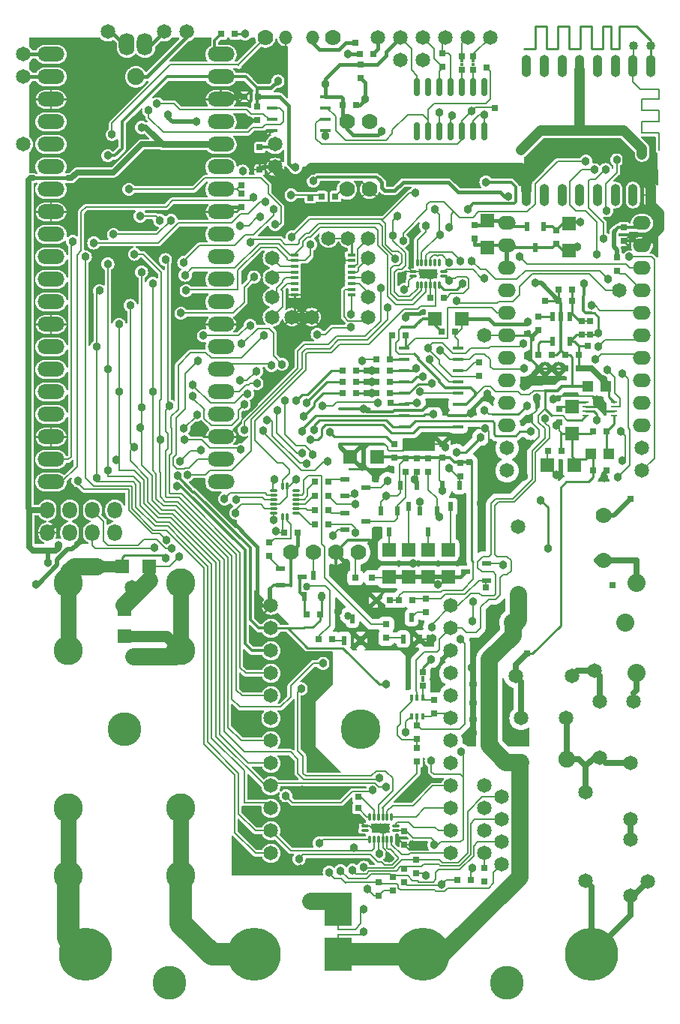
<source format=gbr>
%TF.GenerationSoftware,KiCad,Pcbnew,8.0.1-rc1*%
%TF.CreationDate,2024-12-19T23:23:58-08:00*%
%TF.ProjectId,MMTR_AFE_00_04_TORELEASE,4d4d5452-5f41-4464-955f-30305f30345f,rev?*%
%TF.SameCoordinates,Original*%
%TF.FileFunction,Copper,L1,Top*%
%TF.FilePolarity,Positive*%
%FSLAX46Y46*%
G04 Gerber Fmt 4.6, Leading zero omitted, Abs format (unit mm)*
G04 Created by KiCad (PCBNEW 8.0.1-rc1) date 2024-12-19 23:23:58*
%MOMM*%
%LPD*%
G01*
G04 APERTURE LIST*
G04 Aperture macros list*
%AMRoundRect*
0 Rectangle with rounded corners*
0 $1 Rounding radius*
0 $2 $3 $4 $5 $6 $7 $8 $9 X,Y pos of 4 corners*
0 Add a 4 corners polygon primitive as box body*
4,1,4,$2,$3,$4,$5,$6,$7,$8,$9,$2,$3,0*
0 Add four circle primitives for the rounded corners*
1,1,$1+$1,$2,$3*
1,1,$1+$1,$4,$5*
1,1,$1+$1,$6,$7*
1,1,$1+$1,$8,$9*
0 Add four rect primitives between the rounded corners*
20,1,$1+$1,$2,$3,$4,$5,0*
20,1,$1+$1,$4,$5,$6,$7,0*
20,1,$1+$1,$6,$7,$8,$9,0*
20,1,$1+$1,$8,$9,$2,$3,0*%
G04 Aperture macros list end*
%TA.AperFunction,SMDPad,CuDef*%
%ADD10R,0.762000X0.762000*%
%TD*%
%TA.AperFunction,SMDPad,CuDef*%
%ADD11R,1.200000X0.450000*%
%TD*%
%TA.AperFunction,ComponentPad*%
%ADD12C,1.651000*%
%TD*%
%TA.AperFunction,SMDPad,CuDef*%
%ADD13R,0.400000X0.800000*%
%TD*%
%TA.AperFunction,SMDPad,CuDef*%
%ADD14R,1.000000X0.500000*%
%TD*%
%TA.AperFunction,SMDPad,CuDef*%
%ADD15R,0.500000X1.000000*%
%TD*%
%TA.AperFunction,SMDPad,CuDef*%
%ADD16R,1.524000X1.524000*%
%TD*%
%TA.AperFunction,ComponentPad*%
%ADD17C,2.032000*%
%TD*%
%TA.AperFunction,SMDPad,CuDef*%
%ADD18R,1.270000X1.270000*%
%TD*%
%TA.AperFunction,SMDPad,CuDef*%
%ADD19O,0.300000X1.000000*%
%TD*%
%TA.AperFunction,SMDPad,CuDef*%
%ADD20O,1.000000X0.300000*%
%TD*%
%TA.AperFunction,ComponentPad*%
%ADD21O,3.048000X1.651000*%
%TD*%
%TA.AperFunction,ComponentPad*%
%ADD22O,1.905000X1.905000*%
%TD*%
%TA.AperFunction,ComponentPad*%
%ADD23O,1.778000X2.540000*%
%TD*%
%TA.AperFunction,ComponentPad*%
%ADD24C,1.016000*%
%TD*%
%TA.AperFunction,ComponentPad*%
%ADD25C,1.778000*%
%TD*%
%TA.AperFunction,ComponentPad*%
%ADD26C,6.000000*%
%TD*%
%TA.AperFunction,ComponentPad*%
%ADD27O,1.100000X2.500000*%
%TD*%
%TA.AperFunction,ComponentPad*%
%ADD28C,3.302000*%
%TD*%
%TA.AperFunction,ComponentPad*%
%ADD29C,4.500000*%
%TD*%
%TA.AperFunction,SMDPad,CuDef*%
%ADD30R,0.711200X0.254000*%
%TD*%
%TA.AperFunction,ComponentPad*%
%ADD31O,1.524000X1.524000*%
%TD*%
%TA.AperFunction,ComponentPad*%
%ADD32O,2.032000X1.524000*%
%TD*%
%TA.AperFunction,SMDPad,CuDef*%
%ADD33R,0.900000X0.310000*%
%TD*%
%TA.AperFunction,ComponentPad*%
%ADD34C,1.905000*%
%TD*%
%TA.AperFunction,SMDPad,CuDef*%
%ADD35R,3.048000X3.810000*%
%TD*%
%TA.AperFunction,SMDPad,CuDef*%
%ADD36R,0.254000X0.508000*%
%TD*%
%TA.AperFunction,SMDPad,CuDef*%
%ADD37R,1.524000X0.254000*%
%TD*%
%TA.AperFunction,SMDPad,CuDef*%
%ADD38R,0.400000X0.400000*%
%TD*%
%TA.AperFunction,ComponentPad*%
%ADD39O,1.651000X1.905000*%
%TD*%
%TA.AperFunction,SMDPad,CuDef*%
%ADD40RoundRect,0.150000X0.150000X-0.825000X0.150000X0.825000X-0.150000X0.825000X-0.150000X-0.825000X0*%
%TD*%
%TA.AperFunction,ViaPad*%
%ADD41C,3.810000*%
%TD*%
%TA.AperFunction,ViaPad*%
%ADD42C,0.965200*%
%TD*%
%TA.AperFunction,ViaPad*%
%ADD43C,0.863600*%
%TD*%
%TA.AperFunction,Conductor*%
%ADD44C,0.406400*%
%TD*%
%TA.AperFunction,Conductor*%
%ADD45C,0.203200*%
%TD*%
%TA.AperFunction,Conductor*%
%ADD46C,0.457200*%
%TD*%
%TA.AperFunction,Conductor*%
%ADD47C,0.152400*%
%TD*%
%TA.AperFunction,Conductor*%
%ADD48C,0.508000*%
%TD*%
%TA.AperFunction,Conductor*%
%ADD49C,1.143000*%
%TD*%
%TA.AperFunction,Conductor*%
%ADD50C,0.355600*%
%TD*%
%TA.AperFunction,Conductor*%
%ADD51C,0.381000*%
%TD*%
%TA.AperFunction,Conductor*%
%ADD52C,1.016000*%
%TD*%
%TA.AperFunction,Conductor*%
%ADD53C,0.254000*%
%TD*%
%TA.AperFunction,Conductor*%
%ADD54C,0.635000*%
%TD*%
%TA.AperFunction,Conductor*%
%ADD55C,0.304800*%
%TD*%
%TA.AperFunction,Conductor*%
%ADD56C,0.762000*%
%TD*%
%TA.AperFunction,Conductor*%
%ADD57C,2.540000*%
%TD*%
%TA.AperFunction,Conductor*%
%ADD58C,1.778000*%
%TD*%
%TA.AperFunction,Conductor*%
%ADD59C,1.905000*%
%TD*%
%TA.AperFunction,Conductor*%
%ADD60C,1.270000*%
%TD*%
%TA.AperFunction,Conductor*%
%ADD61C,2.032000*%
%TD*%
G04 APERTURE END LIST*
D10*
%TO.P,R42,1,1*%
%TO.N,/MCU/SR_Pin_4*%
X159893000Y-87947500D03*
%TO.P,R42,2,2*%
%TO.N,Net-(Q11-B)*%
X161417000Y-87947500D03*
%TD*%
D11*
%TO.P,U19,1,VDD1*%
%TO.N,VSYS*%
X155115000Y-42862500D03*
%TO.P,U19,2,RX1*%
%TO.N,U0_RX*%
X155115000Y-44132500D03*
%TO.P,U19,3,TX1*%
%TO.N,U0_TX*%
X155115000Y-45402500D03*
%TO.P,U19,4,GND1*%
%TO.N,D0V*%
X155115000Y-46672500D03*
%TO.P,U19,5,GND2*%
%TO.N,/MCU/0V_ISOLATED*%
X161115000Y-46672500D03*
%TO.P,U19,6,RX2*%
%TO.N,Net-(U18-D)*%
X161115000Y-45402500D03*
%TO.P,U19,7,TX2*%
%TO.N,Net-(U18-R)*%
X161115000Y-44132500D03*
%TO.P,U19,8,VDD2*%
%TO.N,/MCU/5V_ISOLATED*%
X161115000Y-42862500D03*
%TD*%
D10*
%TO.P,R39,1,1*%
%TO.N,/MCU/SR_Pin_3*%
X159893000Y-89535000D03*
%TO.P,R39,2,2*%
%TO.N,Net-(Q7-B)*%
X161417000Y-89535000D03*
%TD*%
D12*
%TO.P,J53,1,1*%
%TO.N,/MCU/U1_MTX*%
X196850000Y-82550000D03*
%TD*%
D13*
%TO.P,U17,1,B1*%
%TO.N,/MCU/MOD_ADC3_RAW*%
X170800000Y-112810000D03*
%TO.P,U17,2,GND*%
%TO.N,A0V*%
X171450000Y-112810000D03*
%TO.P,U17,3,B0*%
%TO.N,/MCU/MOD_ADC2_RAW*%
X172100000Y-112810000D03*
%TO.P,U17,4,A*%
%TO.N,Net-(U17-A)*%
X172100000Y-110710000D03*
%TO.P,U17,5,VDD*%
%TO.N,A3V3*%
X171450000Y-110710000D03*
%TO.P,U17,6,S*%
%TO.N,Net-(U17-S)*%
X170800000Y-110710000D03*
%TD*%
D10*
%TO.P,J21,1,1*%
%TO.N,/PGA_ADC/CH4*%
X168433750Y-77470000D03*
%TD*%
%TO.P,R47,1,1*%
%TO.N,D3V3*%
X160464500Y-101282500D03*
%TO.P,R47,2,2*%
%TO.N,Net-(Q12-G)*%
X158940500Y-101282500D03*
%TD*%
%TO.P,R50,1,1*%
%TO.N,Net-(Q14-B)*%
X154781250Y-94742000D03*
%TO.P,R50,2,2*%
%TO.N,/MCU/SR_Pin_1*%
X154781250Y-93218000D03*
%TD*%
D14*
%TO.P,Q9,1,B*%
%TO.N,Net-(Q9-B)*%
X163265000Y-86045000D03*
%TO.P,Q9,2,E*%
%TO.N,D0V*%
X163265000Y-87945000D03*
%TO.P,Q9,3,C*%
%TO.N,Net-(Q3-G)*%
X165665000Y-86995000D03*
%TD*%
D12*
%TO.P,J76,1,1*%
%TO.N,Net-(U24A-OUT-)*%
X169545000Y-38735000D03*
%TD*%
%TO.P,J75,1,1*%
%TO.N,Net-(U24A-OUT+)*%
X172085000Y-38735000D03*
%TD*%
D10*
%TO.P,R95,1,1*%
%TO.N,/MCU/IN4*%
X167132000Y-131521200D03*
%TO.P,R95,2,2*%
%TO.N,D3V3*%
X167132000Y-133045200D03*
%TD*%
D15*
%TO.P,U10,1,IN+*%
%TO.N,Net-(U10-IN+)*%
X188656000Y-67689500D03*
%TO.P,U10,2,V-*%
%TO.N,A0V*%
X187706000Y-67689500D03*
%TO.P,U10,3,IN-*%
%TO.N,Net-(U10-IN-)*%
X186756000Y-67689500D03*
%TO.P,U10,4,OUT*%
%TO.N,Net-(U10-OUT)*%
X186756000Y-70489500D03*
%TO.P,U10,5,V+*%
%TO.N,A3V3*%
X188656000Y-70489500D03*
%TD*%
D16*
%TO.P,R17,1,1*%
%TO.N,Net-(D7-A)*%
X138176000Y-95885000D03*
%TO.P,R17,2,2*%
%TO.N,Net-(D10-K)*%
X141224000Y-95885000D03*
%TD*%
D17*
%TO.P,RT2,1,1*%
%TO.N,Net-(J24-Pad1)*%
X194945000Y-102235000D03*
%TO.P,RT2,2,2*%
%TO.N,/Amp_AFE/Common_Jack*%
X182245000Y-102235000D03*
%TD*%
D12*
%TO.P,DM1,1,1*%
%TO.N,Net-(A1-DM)*%
X142875000Y-35560000D03*
%TD*%
%TO.P,J83,1,1*%
%TO.N,/MCU/IN8*%
X165893750Y-65521250D03*
%TD*%
%TO.P,J57,1,1*%
%TO.N,/MCU/SR_In_Pin_2*%
X179070000Y-125730000D03*
%TD*%
D10*
%TO.P,J26,1,1*%
%TO.N,Net-(J26-Pad1)*%
X165735000Y-76327000D03*
%TD*%
%TO.P,C61,1,1*%
%TO.N,Net-(C55-Pad2)*%
X191325500Y-80645000D03*
%TO.P,C61,2,2*%
%TO.N,Net-(U1-NO2)*%
X192849500Y-80645000D03*
%TD*%
D12*
%TO.P,J55,1,1*%
%TO.N,/MCU/1Wire0*%
X194310000Y-64770000D03*
%TD*%
D10*
%TO.P,C24,1,1*%
%TO.N,COM*%
X186690000Y-73534500D03*
%TO.P,C24,2,2*%
%TO.N,A0V*%
X186690000Y-72010500D03*
%TD*%
D12*
%TO.P,J101,1,1*%
%TO.N,D0V*%
X159543750Y-67743750D03*
%TD*%
D10*
%TO.P,R44,1,1*%
%TO.N,Net-(Q13-G)*%
X164973000Y-38100000D03*
%TO.P,R44,2,2*%
%TO.N,/MCU/0V_ISOLATED*%
X166497000Y-38100000D03*
%TD*%
D18*
%TO.P,C66,1,1*%
%TO.N,A3V3*%
X192786000Y-75565000D03*
%TO.P,C66,2,2*%
%TO.N,A0V*%
X190754000Y-75565000D03*
%TD*%
D10*
%TO.P,J29,1,1*%
%TO.N,A0V*%
X185928000Y-65914500D03*
%TD*%
D14*
%TO.P,Q7,1,B*%
%TO.N,Net-(Q7-B)*%
X163265000Y-89855000D03*
%TO.P,Q7,2,E*%
%TO.N,D0V*%
X163265000Y-91755000D03*
%TO.P,Q7,3,C*%
%TO.N,Net-(Q2-G)*%
X165665000Y-90805000D03*
%TD*%
D15*
%TO.P,Q12,1,G*%
%TO.N,Net-(Q12-G)*%
X158752500Y-99307500D03*
%TO.P,Q12,2,S*%
%TO.N,D3V3*%
X160652500Y-99307500D03*
%TO.P,Q12,3,D*%
%TO.N,Net-(Q12-D)*%
X159702500Y-96907500D03*
%TD*%
D12*
%TO.P,J69,1,1*%
%TO.N,U0_TX*%
X127000000Y-38100000D03*
%TD*%
D10*
%TO.P,J15,1,1*%
%TO.N,Net-(Q1-D)*%
X166370000Y-97155000D03*
%TD*%
D19*
%TO.P,U12,1,QB*%
%TO.N,/MCU/SR_Pin_1*%
X156777500Y-90332500D03*
D20*
%TO.P,U12,2,QC*%
%TO.N,/MCU/SR_Pin_2*%
X157777500Y-89832500D03*
%TO.P,U12,3,QD*%
%TO.N,/MCU/SR_Pin_3*%
X157777500Y-89332500D03*
%TO.P,U12,4,QE*%
%TO.N,/MCU/SR_Pin_4*%
X157777500Y-88832500D03*
%TO.P,U12,5,QF*%
%TO.N,/MCU/SR_Pin_5*%
X157777500Y-88332500D03*
%TO.P,U12,6,QG*%
%TO.N,/MCU/SR_Pin_6*%
X157777500Y-87832500D03*
%TO.P,U12,7,QH*%
%TO.N,/MCU/SR_Pin_7*%
X157777500Y-87332500D03*
D19*
%TO.P,U12,8,GND*%
%TO.N,D0V*%
X156777500Y-86832500D03*
%TO.P,U12,9,~{QH}*%
%TO.N,Net-(U12-~{QH})*%
X156277500Y-86832500D03*
D20*
%TO.P,U12,10,~{SCLR}*%
%TO.N,D3V3*%
X155277500Y-87332500D03*
%TO.P,U12,11,SCK*%
%TO.N,/MCU/SPI1_SCK*%
X155277500Y-87832500D03*
%TO.P,U12,12,RCK*%
%TO.N,/MCU/SR_RCK*%
X155277500Y-88332500D03*
%TO.P,U12,13,~{G}*%
%TO.N,D0V*%
X155277500Y-88832500D03*
%TO.P,U12,14,SI*%
%TO.N,/MCU/SPI1_MOSI*%
X155277500Y-89332500D03*
%TO.P,U12,15,QA*%
%TO.N,/MCU/SR_Pin_0*%
X155277500Y-89832500D03*
D19*
%TO.P,U12,16,VCC*%
%TO.N,D3V3*%
X156277500Y-90332500D03*
%TD*%
D15*
%TO.P,Q21,1,B*%
%TO.N,Net-(Q21-B)*%
X163197500Y-104228750D03*
%TO.P,Q21,2,E*%
%TO.N,COM*%
X165097500Y-104228750D03*
%TO.P,Q21,3,C*%
%TO.N,Net-(Q21-C)*%
X164147500Y-101828750D03*
%TD*%
D12*
%TO.P,J11,1,1*%
%TO.N,D0V*%
X155416250Y-50800000D03*
%TD*%
%TO.P,J43,1,1*%
%TO.N,COM*%
X179070000Y-69850000D03*
%TD*%
D21*
%TO.P,A1,1,U0TX_GP0*%
%TO.N,U0_TX*%
X130111500Y-38100000D03*
%TO.P,A1,2,U0RX_GP1*%
%TO.N,U0_RX*%
X130111500Y-40640000D03*
%TO.P,A1,3,GND*%
%TO.N,D0V*%
X130111500Y-43180000D03*
%TO.P,A1,4,GP2*%
%TO.N,Net-(A1-GP2)*%
X130111500Y-45720000D03*
%TO.P,A1,5,GP3*%
%TO.N,/MCU/GP3*%
X130111500Y-48260000D03*
%TO.P,A1,6,U1TX_GP4*%
%TO.N,/MCU/U1_MTX*%
X130111500Y-50800000D03*
%TO.P,A1,7,U1RX_GP5*%
%TO.N,/MCU/U1_MRX*%
X130111500Y-53340000D03*
%TO.P,A1,8,GND*%
%TO.N,D0V*%
X130111500Y-55880000D03*
%TO.P,A1,9,GP6*%
%TO.N,/MCU/1Wire*%
X130111500Y-58420000D03*
%TO.P,A1,10,GP7*%
%TO.N,/MCU/CS_InMod*%
X130111500Y-60960000D03*
%TO.P,A1,11,GP8*%
%TO.N,/MCU/SDA*%
X130111500Y-63500000D03*
%TO.P,A1,12,GP9*%
%TO.N,/MCU/SCL*%
X130111500Y-66040000D03*
%TO.P,A1,13,GND*%
%TO.N,D0V*%
X130111500Y-68580000D03*
%TO.P,A1,14,GP10*%
%TO.N,/MCU/SPI1_SCK*%
X130111500Y-71120000D03*
%TO.P,A1,15,GP11*%
%TO.N,/MCU/SPI1_MOSI*%
X130111500Y-73660000D03*
%TO.P,A1,16,GP12*%
%TO.N,/MCU/SPI1_MISO*%
X130111500Y-76200000D03*
%TO.P,A1,17,GP13*%
%TO.N,/MCU/SR_RCK*%
X130111500Y-78740000D03*
%TO.P,A1,18,GND*%
%TO.N,D0V*%
X130111500Y-81280000D03*
%TO.P,A1,19,GP14*%
%TO.N,/MCU/Radio_CS*%
X130111500Y-83820000D03*
%TO.P,A1,20,GP15*%
%TO.N,/MCU/Radio_DO0*%
X130111500Y-86360000D03*
%TO.P,A1,21,SPI0_MISO_GP16*%
%TO.N,/MCU/MISO*%
X149288500Y-86360000D03*
%TO.P,A1,22,SPI0_CS_GP17*%
%TO.N,/MCU/CS0*%
X149288500Y-83820000D03*
%TO.P,A1,23,GND*%
%TO.N,D0V*%
X149288500Y-81280000D03*
%TO.P,A1,24,SPI0_SCK_GP18*%
%TO.N,/MCU/SCK*%
X149288500Y-78740000D03*
%TO.P,A1,25,SPI0_MOSI_GP19*%
%TO.N,/MCU/MOSI*%
X149288500Y-76200000D03*
%TO.P,A1,26,GP20*%
%TO.N,/MCU/CS1*%
X149288500Y-73660000D03*
%TO.P,A1,27,GP21*%
%TO.N,5V_ISO_IN_EN*%
X149288500Y-71120000D03*
%TO.P,A1,28,GND*%
%TO.N,D0V*%
X149288500Y-68580000D03*
%TO.P,A1,29,GP22*%
%TO.N,Battery_EN*%
X149288500Y-66040000D03*
%TO.P,A1,30,RUN*%
%TO.N,unconnected-(A1-RUN-Pad30)*%
X149288500Y-63500000D03*
%TO.P,A1,31,ADC0_GP26*%
%TO.N,Net-(A1-ADC0_GP26)*%
X149288500Y-60960000D03*
%TO.P,A1,32,ADC1_GP27*%
%TO.N,/MCU/ADC1*%
X149288500Y-58420000D03*
%TO.P,A1,33,AGND*%
%TO.N,D0V*%
X149288500Y-55880000D03*
%TO.P,A1,34,ADC2_GP28*%
%TO.N,Net-(A1-ADC2_GP28)*%
X149288500Y-53340000D03*
%TO.P,A1,35,ADC_VREF*%
%TO.N,unconnected-(A1-ADC_VREF-Pad35)*%
X149288500Y-50800000D03*
%TO.P,A1,36,3V3_OUT*%
%TO.N,D3V3*%
X149288500Y-48260000D03*
%TO.P,A1,37,3V3_EN*%
%TO.N,unconnected-(A1-3V3_EN-Pad37)*%
X149288500Y-45720000D03*
%TO.P,A1,38,GND*%
%TO.N,D0V*%
X149288500Y-43180000D03*
%TO.P,A1,39,VSYS*%
%TO.N,VSYS*%
X149288500Y-40640000D03*
%TO.P,A1,40,VBUS*%
%TO.N,MCU_VBUS*%
X149288500Y-38100000D03*
D22*
%TO.P,A1,41,USB_GND*%
%TO.N,Net-(A1-USB_GND)*%
X139700000Y-40640000D03*
D23*
%TO.P,A1,42,DM*%
%TO.N,Net-(A1-DM)*%
X140716000Y-36982400D03*
%TO.P,A1,43,DP*%
%TO.N,Net-(A1-DP)*%
X138684000Y-36982400D03*
%TD*%
D20*
%TO.P,U16,1,QB*%
%TO.N,/MCU/SR_Pin_17*%
X169072500Y-125162500D03*
D19*
%TO.P,U16,2,QC*%
%TO.N,/MCU/SR_Pin_18*%
X168572500Y-124162500D03*
%TO.P,U16,3,QD*%
%TO.N,/MCU/SR_Pin_19*%
X168072500Y-124162500D03*
%TO.P,U16,4,QE*%
%TO.N,/MCU/SR_Pin_20*%
X167572500Y-124162500D03*
%TO.P,U16,5,QF*%
%TO.N,/MCU/SR_Pin_21*%
X167072500Y-124162500D03*
%TO.P,U16,6,QG*%
%TO.N,/MCU/SR_Pin_22*%
X166572500Y-124162500D03*
%TO.P,U16,7,QH*%
%TO.N,/MCU/SR_Pin_23*%
X166072500Y-124162500D03*
D20*
%TO.P,U16,8,GND*%
%TO.N,D0V*%
X165572500Y-125162500D03*
%TO.P,U16,9,~{QH}*%
%TO.N,unconnected-(U16-~{QH}-Pad9)*%
X165572500Y-125662500D03*
D19*
%TO.P,U16,10,~{SCLR}*%
%TO.N,D3V3*%
X166072500Y-126662500D03*
%TO.P,U16,11,SCK*%
%TO.N,/MCU/SPI1_SCK*%
X166572500Y-126662500D03*
%TO.P,U16,12,RCK*%
%TO.N,/MCU/SR_RCK*%
X167072500Y-126662500D03*
%TO.P,U16,13,~{G}*%
%TO.N,D0V*%
X167572500Y-126662500D03*
%TO.P,U16,14,SI*%
%TO.N,Net-(U13-~{QH})*%
X168072500Y-126662500D03*
%TO.P,U16,15,QA*%
%TO.N,/MCU/SR_Pin_16*%
X168572500Y-126662500D03*
D20*
%TO.P,U16,16,VCC*%
%TO.N,D3V3*%
X169072500Y-125662500D03*
%TD*%
D16*
%TO.P,R13,1,1*%
%TO.N,Net-(C55-Pad2)*%
X188912500Y-80899000D03*
%TO.P,R13,2,2*%
%TO.N,Net-(U1-NO1)*%
X188912500Y-77851000D03*
%TD*%
D14*
%TO.P,Q1,1,G*%
%TO.N,Net-(Q1-G)*%
X179317500Y-97470000D03*
%TO.P,Q1,2,S*%
%TO.N,Net-(D1-A)*%
X179317500Y-95570000D03*
%TO.P,Q1,3,D*%
%TO.N,Net-(Q1-D)*%
X176917500Y-96520000D03*
%TD*%
D10*
%TO.P,C32,1,1*%
%TO.N,D3V3*%
X174434500Y-65563750D03*
%TO.P,C32,2,2*%
%TO.N,D0V*%
X172910500Y-65563750D03*
%TD*%
D15*
%TO.P,Q3,1,G*%
%TO.N,Net-(Q3-G)*%
X171447500Y-86747500D03*
%TO.P,Q3,2,S*%
%TO.N,Net-(D2-K)*%
X169547500Y-86747500D03*
%TO.P,Q3,3,D*%
%TO.N,Net-(Q3-D)*%
X170497500Y-89147500D03*
%TD*%
D12*
%TO.P,J40,1,1*%
%TO.N,/MCU/5V_ISOLATED*%
X169545000Y-36195000D03*
%TD*%
D10*
%TO.P,R21,1,1*%
%TO.N,Net-(J26-Pad1)*%
X166878000Y-76327000D03*
%TO.P,R21,2,2*%
%TO.N,/PGA_ADC/CH3*%
X168402000Y-76327000D03*
%TD*%
%TO.P,J38,1,1*%
%TO.N,Net-(Q13-D)*%
X164465000Y-36830000D03*
%TD*%
D24*
%TO.P,J44,1,1*%
%TO.N,Net-(M1-ANT)*%
X197802500Y-37147500D03*
%TD*%
D16*
%TO.P,C12,1,1*%
%TO.N,A3V3*%
X176466500Y-67945000D03*
%TO.P,C12,2,2*%
%TO.N,A0V*%
X173418500Y-67945000D03*
%TD*%
D10*
%TO.P,C3,1,1*%
%TO.N,D3V3*%
X194786250Y-57658000D03*
%TO.P,C3,2,2*%
%TO.N,D0V*%
X194786250Y-59182000D03*
%TD*%
D12*
%TO.P,J67,1,1*%
%TO.N,Net-(J63-Pad2)*%
X179705000Y-36195000D03*
%TD*%
%TO.P,J5,1,1*%
%TO.N,Net-(D7-A)*%
X135255000Y-95885000D03*
%TD*%
D16*
%TO.P,R16,1,1*%
%TO.N,Net-(D10-K)*%
X138430000Y-100711000D03*
%TO.P,R16,2,2*%
%TO.N,Net-(D10-A)*%
X138430000Y-103759000D03*
%TD*%
%TO.P,C17,1,1*%
%TO.N,Net-(U11-Vin)*%
X188595000Y-57213500D03*
%TO.P,C17,2,2*%
%TO.N,A0V*%
X188595000Y-60261500D03*
%TD*%
D10*
%TO.P,C37,1,1*%
%TO.N,Net-(U17-S)*%
X171450000Y-115379500D03*
%TO.P,C37,2,2*%
%TO.N,A0V*%
X171450000Y-113855500D03*
%TD*%
%TO.P,C18,1,1*%
%TO.N,Net-(U11-Vin)*%
X187166250Y-57975500D03*
%TO.P,C18,2,2*%
%TO.N,A0V*%
X187166250Y-59499500D03*
%TD*%
D12*
%TO.P,J59,1,1*%
%TO.N,/MCU/SCL*%
X181610000Y-85090000D03*
%TD*%
%TO.P,J56,1,1*%
%TO.N,/MCU/SR_In_Pin_1*%
X179070000Y-123190000D03*
%TD*%
%TO.P,J39,1,1*%
%TO.N,/MCU/0V_ISOLATED*%
X167005000Y-36195000D03*
%TD*%
D25*
%TO.P,U6,1,GND*%
%TO.N,D0V*%
X157162500Y-94297500D03*
%TO.P,U6,2,3V3*%
%TO.N,Net-(Q12-D)*%
X159702500Y-94297500D03*
%TO.P,U6,3,0V*%
%TO.N,COM*%
X162242500Y-94297500D03*
%TO.P,U6,4,9V*%
%TO.N,/Ohm_AFE/9V5_Ohms*%
X164782500Y-94297500D03*
%TD*%
D10*
%TO.P,R51,1,1*%
%TO.N,Net-(U10-IN+)*%
X190976250Y-68200500D03*
%TO.P,R51,2,2*%
%TO.N,A3V3*%
X190976250Y-69724500D03*
%TD*%
D25*
%TO.P,F3,1,1*%
%TO.N,Net-(F3-Pad1)*%
X192532000Y-95250000D03*
%TO.P,F3,2,2*%
%TO.N,Net-(D1-K)*%
X192532000Y-90170000D03*
%TD*%
D12*
%TO.P,J88,1,1*%
%TO.N,/MCU/IN13*%
X155098750Y-63298750D03*
%TD*%
D15*
%TO.P,Q2,1,G*%
%TO.N,Net-(Q2-G)*%
X169225000Y-89605000D03*
%TO.P,Q2,2,S*%
%TO.N,Net-(D2-K)*%
X167325000Y-89605000D03*
%TO.P,Q2,3,D*%
%TO.N,Net-(Q2-D)*%
X168275000Y-92005000D03*
%TD*%
%TO.P,Q8,1,B*%
%TO.N,Net-(Q8-B)*%
X169865000Y-104070000D03*
%TO.P,Q8,2,E*%
%TO.N,COM*%
X171765000Y-104070000D03*
%TO.P,Q8,3,C*%
%TO.N,Net-(Q8-C)*%
X170815000Y-101670000D03*
%TD*%
D10*
%TO.P,R9,1,1*%
%TO.N,/MCU/SR_In_Pin_3*%
X179070000Y-129921000D03*
%TO.P,R9,2,2*%
%TO.N,D3V3*%
X179070000Y-131445000D03*
%TD*%
%TO.P,C6,1,1*%
%TO.N,VSYS*%
X153479500Y-42862500D03*
%TO.P,C6,2,2*%
%TO.N,D0V*%
X151955500Y-42862500D03*
%TD*%
D12*
%TO.P,J60,1,1*%
%TO.N,/MCU/SR_In_Pin_3*%
X179070000Y-128270000D03*
%TD*%
D26*
%TO.P,J2,1,1*%
%TO.N,/Amp_AFE/Common_Jack*%
X172085000Y-139700000D03*
%TD*%
D12*
%TO.P,J93,1,1*%
%TO.N,/MCU/IN5*%
X180975000Y-127000000D03*
%TD*%
D27*
%TO.P,M1,1,GND*%
%TO.N,D0V*%
X183817500Y-53972500D03*
%TO.P,M1,2,MISO*%
%TO.N,/MCU/SPI1_MISO*%
X185817500Y-53972500D03*
%TO.P,M1,3,MOSI*%
%TO.N,/MCU/SPI1_MOSI*%
X187817500Y-53972500D03*
%TO.P,M1,4,SCK*%
%TO.N,/MCU/SPI1_SCK*%
X189817500Y-53972500D03*
%TO.P,M1,5,NSS*%
%TO.N,/MCU/Radio_CS*%
X191817500Y-53972500D03*
%TO.P,M1,6,RESET*%
%TO.N,/MCU/Radio_DO0*%
X193817500Y-53972500D03*
%TO.P,M1,7,DIO5*%
%TO.N,Net-(M1-DIO5)*%
X195817500Y-53972500D03*
%TO.P,M1,8,GND*%
%TO.N,D0V*%
X197817500Y-53972500D03*
%TO.P,M1,9,ANT*%
%TO.N,Net-(M1-ANT)*%
X197817500Y-39372500D03*
%TO.P,M1,10,GND*%
%TO.N,Net-(J46-Pad1)*%
X195817500Y-39372500D03*
%TO.P,M1,11,DIO3*%
%TO.N,unconnected-(M1-DIO3-Pad11)*%
X193817500Y-39372500D03*
%TO.P,M1,12,DIO4*%
%TO.N,Net-(M1-DIO4)*%
X191817500Y-39372500D03*
%TO.P,M1,13,3V3*%
%TO.N,D3V3*%
X189817500Y-39372500D03*
%TO.P,M1,14,DIO0*%
%TO.N,Net-(M1-DIO0)*%
X187817500Y-39372500D03*
%TO.P,M1,15,DIO1*%
%TO.N,Net-(M1-DIO1)*%
X185817500Y-39372500D03*
%TO.P,M1,16,DIO2*%
%TO.N,/MCU/1Wire_3*%
X183817500Y-39372500D03*
%TD*%
D28*
%TO.P,F1,1,1*%
%TO.N,/Amp_AFE/Amps*%
X144780000Y-130810000D03*
X144780000Y-123190000D03*
%TO.P,F1,2,2*%
%TO.N,Net-(D10-A)*%
X144780000Y-105410000D03*
X144780000Y-97790000D03*
%TD*%
D10*
%TO.P,C13,1,1*%
%TO.N,A3V3*%
X175704500Y-69373750D03*
%TO.P,C13,2,2*%
%TO.N,A0V*%
X174180500Y-69373750D03*
%TD*%
D12*
%TO.P,U15,1,0V_Dirty*%
%TO.N,D0V*%
X154940000Y-100330000D03*
%TO.P,U15,2,3V3_Dirty*%
%TO.N,D3V3*%
X154940000Y-102870000D03*
%TO.P,U15,3,5V_Dirty*%
%TO.N,VSYS*%
X154940000Y-105410000D03*
%TO.P,U15,4,1Wire*%
%TO.N,/MCU/1Wire_2*%
X154940000Y-107950000D03*
%TO.P,U15,5,Meter_TX*%
%TO.N,/MCU/U1_MTX*%
X154940000Y-110490000D03*
%TO.P,U15,6,Meter_RX*%
%TO.N,Net-(Q17-D)*%
X154940000Y-113030000D03*
%TO.P,U15,7,SDA*%
%TO.N,/MCU/SDA*%
X154940000Y-115570000D03*
%TO.P,U15,8,SCL*%
%TO.N,/MCU/SCL*%
X154940000Y-118110000D03*
%TO.P,U15,9,MISO*%
%TO.N,/MCU/SPI1_MISO*%
X154940000Y-120650000D03*
%TO.P,U15,10,MOSI*%
%TO.N,/MCU/SPI1_MOSI*%
X154940000Y-123190000D03*
%TO.P,U15,11,SCK*%
%TO.N,/MCU/SPI1_SCK*%
X154940000Y-125730000D03*
%TO.P,U15,12,CS*%
%TO.N,/MCU/CS_InMod*%
X154940000Y-128270000D03*
%TO.P,U15,13,DIO0*%
%TO.N,/MCU/SR_Pin_16*%
X175260000Y-128270000D03*
%TO.P,U15,14,DIO1*%
%TO.N,/MCU/SR_Pin_17*%
X175260000Y-125730000D03*
%TO.P,U15,15,DIO2*%
%TO.N,/MCU/SR_Pin_18*%
X175260000Y-123190000D03*
%TO.P,U15,16,DIO3*%
%TO.N,/MCU/SR_Pin_19*%
X175260000Y-120650000D03*
%TO.P,U15,17,RES*%
%TO.N,unconnected-(U15-RES-Pad17)*%
X175260000Y-118110000D03*
%TO.P,U15,18,ADC3*%
%TO.N,/MCU/MOD_ADC3_RAW*%
X175260000Y-115570000D03*
%TO.P,U15,19,ADC2*%
%TO.N,/MCU/MOD_ADC2_RAW*%
X175260000Y-113030000D03*
%TO.P,U15,20,ADC1*%
%TO.N,/MCU/MOD_ADC1_RAW*%
X175260000Y-110490000D03*
%TO.P,U15,21,ADC0*%
%TO.N,/MCU/MOD_ADC0_RAW*%
X175260000Y-107950000D03*
%TO.P,U15,22,Common*%
%TO.N,COM*%
X175260000Y-105410000D03*
%TO.P,U15,23,3V3_Clean*%
%TO.N,A3V3*%
X175260000Y-102870000D03*
%TO.P,U15,24,0V_Clean*%
%TO.N,A0V*%
X175260000Y-100330000D03*
D29*
%TO.P,U15,C*%
%TO.N,N/C*%
X165100000Y-114300000D03*
%TD*%
D10*
%TO.P,J12,1,1*%
%TO.N,/Ohm_AFE/9V5_Ohms*%
X164465000Y-97155000D03*
%TD*%
%TO.P,C22,1,1*%
%TO.N,A3V3*%
X190023750Y-69724500D03*
%TO.P,C22,2,2*%
%TO.N,Net-(U10-IN+)*%
X190023750Y-68200500D03*
%TD*%
D12*
%TO.P,J91,1,1*%
%TO.N,Net-(U27-SER_IN)*%
X165893750Y-67743750D03*
%TD*%
%TO.P,J30,1,1*%
%TO.N,Net-(D10-A)*%
X139382500Y-106045000D03*
%TD*%
D26*
%TO.P,J1,1,1*%
%TO.N,/Ohm_AFE/Vpin*%
X191135000Y-139700000D03*
%TD*%
D10*
%TO.P,R41,1,1*%
%TO.N,/MCU/SR_Pin_2*%
X159893000Y-91122500D03*
%TO.P,R41,2,2*%
%TO.N,Net-(Q10-B)*%
X161417000Y-91122500D03*
%TD*%
D16*
%TO.P,C28,1,1*%
%TO.N,Net-(D2-K)*%
X166941500Y-83502500D03*
%TO.P,C28,2,2*%
%TO.N,COM*%
X163893500Y-83502500D03*
%TD*%
D18*
%TO.P,R14,1,1*%
%TO.N,Net-(C55-Pad2)*%
X191071500Y-83185000D03*
%TO.P,R14,2,2*%
%TO.N,Net-(U1-NO2)*%
X193103500Y-83185000D03*
%TD*%
D12*
%TO.P,J85,1,1*%
%TO.N,/MCU/IN10*%
X165893750Y-61076250D03*
%TD*%
D10*
%TO.P,J25,1,1*%
%TO.N,Net-(J25-Pad1)*%
X165735000Y-73787000D03*
%TD*%
%TO.P,R48,1,1*%
%TO.N,Net-(U8-A)*%
X162210750Y-54133750D03*
%TO.P,R48,2,2*%
%TO.N,5V_ISO_IN_EN*%
X160686750Y-54133750D03*
%TD*%
D15*
%TO.P,U11,1,Vin*%
%TO.N,Net-(U11-Vin)*%
X185735000Y-57537500D03*
%TO.P,U11,2,Vout*%
%TO.N,A3V3*%
X183835000Y-57537500D03*
%TO.P,U11,3,GND*%
%TO.N,A0V*%
X184785000Y-59937500D03*
%TD*%
D10*
%TO.P,C23,1,1*%
%TO.N,Net-(U10-IN+)*%
X188976000Y-65914500D03*
%TO.P,C23,2,2*%
%TO.N,A0V*%
X187452000Y-65914500D03*
%TD*%
D16*
%TO.P,R28,1,1*%
%TO.N,Net-(Q4-D)*%
X172720000Y-94043500D03*
%TO.P,R28,2,2*%
%TO.N,Net-(Q1-D)*%
X172720000Y-97091500D03*
%TD*%
D14*
%TO.P,Q14,1,B*%
%TO.N,Net-(Q14-B)*%
X156041875Y-96125625D03*
%TO.P,Q14,2,E*%
%TO.N,D0V*%
X156041875Y-98025625D03*
%TO.P,Q14,3,C*%
%TO.N,Net-(Q12-G)*%
X158441875Y-97075625D03*
%TD*%
D10*
%TO.P,R11,1,1*%
%TO.N,Net-(C55-Pad2)*%
X166878000Y-72517000D03*
%TO.P,R11,2,2*%
%TO.N,/PGA_ADC/CH0*%
X168402000Y-72517000D03*
%TD*%
%TO.P,J35,1,1*%
%TO.N,D0V*%
X153670000Y-51117500D03*
%TD*%
D12*
%TO.P,R4,1,1*%
%TO.N,Net-(J24-Pad1)*%
X188912500Y-108267500D03*
%TO.P,R4,2,2*%
%TO.N,Net-(C55-Pad2)*%
X182562500Y-108267500D03*
%TD*%
%TO.P,C54,1,1*%
%TO.N,/Ohm_AFE/Vpin*%
X190500000Y-131368800D03*
%TO.P,C54,2,2*%
%TO.N,Net-(C54-Pad2)*%
X190500000Y-121361200D03*
%TD*%
D10*
%TO.P,R32,1,1*%
%TO.N,Net-(D2-K)*%
X169418000Y-99695000D03*
%TO.P,R32,2,2*%
%TO.N,Net-(Q1-G)*%
X170942000Y-99695000D03*
%TD*%
%TO.P,J27,1,1*%
%TO.N,Net-(J27-Pad1)*%
X165735000Y-75057000D03*
%TD*%
D16*
%TO.P,R26,1,1*%
%TO.N,Net-(Q2-D)*%
X168275000Y-94043500D03*
%TO.P,R26,2,2*%
%TO.N,Net-(Q1-D)*%
X168275000Y-97091500D03*
%TD*%
D10*
%TO.P,J19,1,1*%
%TO.N,Net-(F3-Pad1)*%
X193548000Y-98044000D03*
%TD*%
D12*
%TO.P,J102,1,1*%
%TO.N,D3V3*%
X163671250Y-58853750D03*
%TD*%
D10*
%TO.P,R35,1,1*%
%TO.N,Net-(D2-K)*%
X170180000Y-83693000D03*
%TO.P,R35,2,2*%
%TO.N,Net-(Q2-G)*%
X170180000Y-85217000D03*
%TD*%
D12*
%TO.P,R2,1,1*%
%TO.N,Net-(R1-Pad2)*%
X195580000Y-124460000D03*
%TO.P,R2,2,2*%
%TO.N,Net-(C54-Pad2)*%
X195580000Y-118110000D03*
%TD*%
D30*
%TO.P,U1,1,NO1*%
%TO.N,Net-(U1-NO1)*%
X190500000Y-77343000D03*
%TO.P,U1,2,COM1*%
%TO.N,COM*%
X190500000Y-77851000D03*
%TO.P,U1,3,OE2*%
%TO.N,/MCU/SR_Pin_8*%
X190500000Y-78359000D03*
%TO.P,U1,4,GND*%
%TO.N,A0V*%
X190500000Y-78867000D03*
%TO.P,U1,5,NO2*%
%TO.N,Net-(U1-NO2)*%
X193675000Y-78867000D03*
%TO.P,U1,6,COM2*%
%TO.N,COM*%
X193675000Y-78359000D03*
%TO.P,U1,7,OE1*%
%TO.N,/MCU/SR_Pin_9*%
X193675000Y-77851000D03*
%TO.P,U1,8,VCC*%
%TO.N,A3V3*%
X193675000Y-77343000D03*
%TD*%
D11*
%TO.P,U2,1,Vout*%
%TO.N,Net-(U2A-Vout)*%
X169989500Y-71247000D03*
%TO.P,U2,2,CH0*%
%TO.N,/PGA_ADC/CH0*%
X169989500Y-72517000D03*
%TO.P,U2,3,CH1*%
%TO.N,/PGA_ADC/CH1*%
X169989500Y-73787000D03*
%TO.P,U2,4,CH2*%
%TO.N,/PGA_ADC/CH2*%
X169989500Y-75057000D03*
%TO.P,U2,5,CH3*%
%TO.N,/PGA_ADC/CH3*%
X169989500Y-76327000D03*
%TO.P,U2,6,CH4*%
%TO.N,/PGA_ADC/CH4*%
X169989500Y-77597000D03*
%TO.P,U2,7,CH5*%
%TO.N,/PGA_ADC/CH5*%
X169989500Y-78867000D03*
%TO.P,U2,8,CH6*%
%TO.N,/PGA_ADC/CH6*%
X169989500Y-80137000D03*
%TO.P,U2,9,CH7*%
%TO.N,/PGA_ADC/CH7*%
X176085500Y-80137000D03*
%TO.P,U2,10,Vref*%
%TO.N,COM*%
X176085500Y-78867000D03*
%TO.P,U2,11,Vss*%
%TO.N,A0V*%
X176085500Y-77597000D03*
%TO.P,U2,12,CS*%
%TO.N,/MCU/CS1*%
X176085500Y-76327000D03*
%TO.P,U2,13,MOSI*%
%TO.N,/MCU/MOSI*%
X176085500Y-75057000D03*
%TO.P,U2,14,MISO*%
%TO.N,Net-(U2C-MISO)*%
X176085500Y-73787000D03*
%TO.P,U2,15,SCK*%
%TO.N,/MCU/SCK*%
X176085500Y-72517000D03*
%TO.P,U2,16,Vdd*%
%TO.N,A3V3*%
X176085500Y-71247000D03*
%TD*%
D25*
%TO.P,U7,1,GND*%
%TO.N,/MCU/0V_ISOLATED*%
X161925000Y-36195000D03*
D31*
%TO.P,U7,2,5Vin*%
%TO.N,Net-(Q13-D)*%
X159639000Y-36195000D03*
%TO.P,U7,3,0Vo*%
%TO.N,D0V*%
X156591000Y-36195000D03*
D25*
%TO.P,U7,4,5Vo*%
%TO.N,Net-(D3-A)*%
X154305000Y-36195000D03*
%TD*%
D10*
%TO.P,J52,1,1*%
%TO.N,/MCU/MOD_ADC2_RAW*%
X173355000Y-112522000D03*
%TO.P,J52,2,2*%
%TO.N,Net-(U17-A)*%
X173355000Y-110998000D03*
%TD*%
D12*
%TO.P,J31,1,1*%
%TO.N,/MCU/SR_In_Pin_0*%
X179070000Y-120650000D03*
%TD*%
D10*
%TO.P,R52,1,1*%
%TO.N,A0V*%
X187452000Y-64644500D03*
%TO.P,R52,2,2*%
%TO.N,Net-(U10-IN+)*%
X188976000Y-64644500D03*
%TD*%
%TO.P,J74,1,1*%
%TO.N,/MCU/SR_Pin_23*%
X164782500Y-123190000D03*
%TD*%
D12*
%TO.P,J58,1,1*%
%TO.N,/MCU/SDA*%
X181610000Y-82550000D03*
%TD*%
%TO.P,J103,1,1*%
%TO.N,D3V3*%
X161448750Y-58853750D03*
%TD*%
D10*
%TO.P,R43,1,1*%
%TO.N,COM*%
X166878000Y-99695000D03*
%TO.P,R43,2,2*%
%TO.N,Net-(D2-K)*%
X168402000Y-99695000D03*
%TD*%
D24*
%TO.P,J46,1,1*%
%TO.N,Net-(J46-Pad1)*%
X195897500Y-37147500D03*
%TD*%
D10*
%TO.P,J37,1,1*%
%TO.N,5V_ISO_IN_EN*%
X159385000Y-54292500D03*
%TD*%
%TO.P,J79,1,1*%
%TO.N,Net-(U2C-MISO)*%
X178435000Y-72898000D03*
%TO.P,J79,2,2*%
%TO.N,/MCU/MISO*%
X178435000Y-74422000D03*
%TD*%
D12*
%TO.P,J94,1,1*%
%TO.N,/MCU/IN6*%
X180975000Y-124460000D03*
%TD*%
D10*
%TO.P,R22,1,1*%
%TO.N,Net-(J25-Pad1)*%
X166878000Y-73787000D03*
%TO.P,R22,2,2*%
%TO.N,/PGA_ADC/CH1*%
X168402000Y-73787000D03*
%TD*%
%TO.P,R57,1,1*%
%TO.N,/MCU/ADC1*%
X168910000Y-82105500D03*
%TO.P,R57,2,2*%
%TO.N,Net-(D2-K)*%
X168910000Y-83629500D03*
%TD*%
%TO.P,C39,1,1*%
%TO.N,/MCU/5V_ISOLATED*%
X163068000Y-43815000D03*
%TO.P,C39,2,2*%
%TO.N,/MCU/0V_ISOLATED*%
X164592000Y-43815000D03*
%TD*%
D16*
%TO.P,R27,1,1*%
%TO.N,Net-(Q3-D)*%
X170497500Y-94043500D03*
%TO.P,R27,2,2*%
%TO.N,Net-(Q1-D)*%
X170497500Y-97091500D03*
%TD*%
D32*
%TO.P,U3,1,AVdd*%
%TO.N,A3V3*%
X181610000Y-57150000D03*
%TO.P,U3,2,AGnd*%
%TO.N,A0V*%
X181610000Y-59690000D03*
%TO.P,U3,3,REFIN-*%
X181610000Y-62230000D03*
%TO.P,U3,4,REFIN+/OUT*%
%TO.N,unconnected-(U3A-REFIN+{slash}OUT-Pad4)*%
X181610000Y-64770000D03*
%TO.P,U3,5,CH0*%
%TO.N,Net-(U2A-Vout)*%
X181610000Y-67310000D03*
%TO.P,U3,6,CH1*%
%TO.N,COM*%
X181610000Y-69850000D03*
%TO.P,U3,7,CH2*%
%TO.N,/PGA_ADC/CH1*%
X181610000Y-72390000D03*
%TO.P,U3,8,CH3*%
%TO.N,/PGA_ADC/CH2*%
X181610000Y-74930000D03*
%TO.P,U3,9,CH4*%
%TO.N,/PGA_ADC/CH3*%
X181610000Y-77470000D03*
%TO.P,U3,10,CH5*%
%TO.N,/PGA_ADC/CH4*%
X181610000Y-80010000D03*
%TO.P,U3,11,RES(CH6)*%
%TO.N,/PGA_ADC/CH5*%
X196850000Y-80010000D03*
%TO.P,U3,12,RES(CH7)*%
%TO.N,/PGA_ADC/CH6*%
X196850000Y-77470000D03*
%TO.P,U3,13,~{CS}*%
%TO.N,/MCU/CS0*%
X196850000Y-74930000D03*
%TO.P,U3,14,SCK*%
%TO.N,/MCU/SCK*%
X196850000Y-72390000D03*
%TO.P,U3,15,MOSI*%
%TO.N,/MCU/MOSI*%
X196850000Y-69850000D03*
%TO.P,U3,16,MISO*%
%TO.N,/MCU/MISO*%
X196850000Y-67310000D03*
%TO.P,U3,17,~{IRQ}*%
%TO.N,/PGA_ADC/~{IRQ}*%
X196850000Y-64770000D03*
%TO.P,U3,18,MCLK*%
%TO.N,/MCU/GP3*%
X196850000Y-62230000D03*
%TO.P,U3,19,DGnd*%
%TO.N,D0V*%
X196850000Y-59690000D03*
%TO.P,U3,20,DVdd*%
%TO.N,D3V3*%
X196850000Y-57150000D03*
%TD*%
D12*
%TO.P,J104,1,1*%
%TO.N,Net-(A1-USB_GND)*%
X145415000Y-35560000D03*
%TD*%
D10*
%TO.P,J33,1,1*%
%TO.N,Net-(D13-K)*%
X153670000Y-48577500D03*
%TD*%
%TO.P,R94,1,1*%
%TO.N,/MCU/IN5*%
X168706800Y-130962400D03*
%TO.P,R94,2,2*%
%TO.N,D3V3*%
X168706800Y-132486400D03*
%TD*%
%TO.P,C59,1,1*%
%TO.N,Net-(C55-Pad2)*%
X187483750Y-79660750D03*
%TO.P,C59,2,2*%
%TO.N,Net-(U1-NO1)*%
X187483750Y-78136750D03*
%TD*%
%TO.P,R62,1,1*%
%TO.N,Net-(U17-S)*%
X171450000Y-116395500D03*
%TO.P,R62,2,2*%
%TO.N,/MCU/SR_Pin_20*%
X171450000Y-117919500D03*
%TD*%
D12*
%TO.P,J86,1,1*%
%TO.N,/MCU/IN11*%
X165893750Y-58853750D03*
%TD*%
D10*
%TO.P,C33,1,1*%
%TO.N,D3V3*%
X156400500Y-92075000D03*
%TO.P,C33,2,2*%
%TO.N,D0V*%
X157924500Y-92075000D03*
%TD*%
%TO.P,C34,1,1*%
%TO.N,D3V3*%
X170021250Y-125761750D03*
%TO.P,C34,2,2*%
%TO.N,D0V*%
X170021250Y-127285750D03*
%TD*%
D12*
%TO.P,J92,1,1*%
%TO.N,/MCU/IN4*%
X180975000Y-129540000D03*
%TD*%
D10*
%TO.P,R38,1,1*%
%TO.N,Net-(D2-K)*%
X176371250Y-84169250D03*
%TO.P,R38,2,2*%
%TO.N,Net-(Q11-C)*%
X176371250Y-85693250D03*
%TD*%
D33*
%TO.P,U27,1,SH/~{LD}*%
%TO.N,/MCU/SR_RCK*%
X157613750Y-60706250D03*
%TO.P,U27,2,CLK*%
%TO.N,/MCU/SPI1_SCK*%
X157613750Y-61356250D03*
%TO.P,U27,3,E*%
%TO.N,/MCU/IN12*%
X157613750Y-62006250D03*
%TO.P,U27,4,F*%
%TO.N,/MCU/IN13*%
X157613750Y-62656250D03*
%TO.P,U27,5,G*%
%TO.N,/MCU/IN14*%
X157613750Y-63306250D03*
%TO.P,U27,6,H*%
%TO.N,/MCU/IN15*%
X157613750Y-63956250D03*
%TO.P,U27,7,~{Qh}*%
%TO.N,unconnected-(U27-~{Qh}-Pad7)*%
X157613750Y-64606250D03*
%TO.P,U27,8,GND*%
%TO.N,D0V*%
X157613750Y-65256250D03*
%TO.P,U27,9,Qh*%
%TO.N,Net-(U27-Qh)*%
X164013750Y-65256250D03*
%TO.P,U27,10,SER_IN*%
%TO.N,Net-(U27-SER_IN)*%
X164013750Y-64606250D03*
%TO.P,U27,11,A*%
%TO.N,/MCU/IN8*%
X164013750Y-63956250D03*
%TO.P,U27,12,B*%
%TO.N,/MCU/IN9*%
X164013750Y-63306250D03*
%TO.P,U27,13,C*%
%TO.N,/MCU/IN10*%
X164013750Y-62656250D03*
%TO.P,U27,14,D*%
%TO.N,/MCU/IN11*%
X164013750Y-62006250D03*
%TO.P,U27,15,CLK_INH*%
%TO.N,D0V*%
X164013750Y-61356250D03*
%TO.P,U27,16,VCC*%
%TO.N,D3V3*%
X164013750Y-60706250D03*
%TD*%
D10*
%TO.P,J70,1,1*%
%TO.N,Net-(U18-R)*%
X179324000Y-39624000D03*
%TD*%
D34*
%TO.P,RT1,1,1*%
%TO.N,Net-(C54-Pad2)*%
X188384939Y-117639815D03*
%TO.P,RT1,2,2*%
%TO.N,/Amp_AFE/Common_Jack*%
X183090061Y-117945185D03*
%TD*%
D10*
%TO.P,R40,1,1*%
%TO.N,/MCU/SR_Pin_5*%
X159893000Y-86360000D03*
%TO.P,R40,2,2*%
%TO.N,Net-(Q9-B)*%
X161417000Y-86360000D03*
%TD*%
D16*
%TO.P,R12,1,1*%
%TO.N,Net-(C55-Pad2)*%
X189166500Y-84455000D03*
%TO.P,R12,2,2*%
%TO.N,COM*%
X186118500Y-84455000D03*
%TD*%
D10*
%TO.P,R37,1,1*%
%TO.N,Net-(D2-K)*%
X172720000Y-83693000D03*
%TO.P,R37,2,2*%
%TO.N,Net-(Q10-C)*%
X172720000Y-85217000D03*
%TD*%
D26*
%TO.P,J4,1,1*%
%TO.N,/Amp_AFE/Amps*%
X153035000Y-139700000D03*
%TD*%
D10*
%TO.P,C25,1,1*%
%TO.N,A3V3*%
X189738000Y-73534500D03*
%TO.P,C25,2,2*%
%TO.N,COM*%
X188214000Y-73534500D03*
%TD*%
%TO.P,R24,1,1*%
%TO.N,D3V3*%
X193992500Y-60991750D03*
%TO.P,R24,2,2*%
%TO.N,/PGA_ADC/~{IRQ}*%
X193992500Y-62515750D03*
%TD*%
D35*
%TO.P,R15,1,1*%
%TO.N,/Amp_AFE/Common_Jack*%
X162560000Y-139700000D03*
%TO.P,R15,2,2*%
%TO.N,Net-(D11-A)*%
X162560000Y-134620000D03*
D36*
%TO.P,R15,3,3*%
%TO.N,COM*%
X162560000Y-137795000D03*
D37*
X163195000Y-137477500D03*
%TO.P,R15,4,4*%
%TO.N,Net-(R15-Pad4)*%
X163195000Y-136842500D03*
D36*
X162560000Y-136525000D03*
%TD*%
D10*
%TO.P,J45,1,1*%
%TO.N,/PGA_ADC/CH0*%
X168624250Y-69850000D03*
%TO.P,J45,2,2*%
%TO.N,Net-(U2A-Vout)*%
X170148250Y-69850000D03*
%TD*%
D12*
%TO.P,J6,1,1*%
%TO.N,Net-(D10-K)*%
X139223750Y-98266250D03*
%TD*%
D10*
%TO.P,R5,1,1*%
%TO.N,MCU_VBUS*%
X149352000Y-35814000D03*
%TO.P,R5,2,2*%
%TO.N,Net-(D13-A)*%
X150876000Y-35814000D03*
%TD*%
%TO.P,J20,1,1*%
%TO.N,Net-(Q1-G)*%
X179228750Y-98266250D03*
%TD*%
%TO.P,C29,1,1*%
%TO.N,Net-(D2-K)*%
X174307500Y-83629500D03*
%TO.P,C29,2,2*%
%TO.N,COM*%
X174307500Y-82105500D03*
%TD*%
%TO.P,R33,1,1*%
%TO.N,Net-(Q1-G)*%
X172402500Y-99568000D03*
%TO.P,R33,2,2*%
%TO.N,Net-(Q8-C)*%
X172402500Y-101092000D03*
%TD*%
D12*
%TO.P,J84,1,1*%
%TO.N,/MCU/IN9*%
X165893750Y-63298750D03*
%TD*%
D10*
%TO.P,J18,1,1*%
%TO.N,Net-(D1-K)*%
X195580000Y-88265000D03*
%TD*%
%TO.P,J13,1,1*%
%TO.N,Net-(D2-K)*%
X177323750Y-84137500D03*
%TD*%
%TO.P,J41,1,1*%
%TO.N,Net-(A1-ADC2_GP28)*%
X151606250Y-52863750D03*
%TD*%
%TO.P,R18,1,1*%
%TO.N,Net-(R15-Pad4)*%
X163068000Y-76327000D03*
%TO.P,R18,2,2*%
%TO.N,Net-(J26-Pad1)*%
X164592000Y-76327000D03*
%TD*%
D12*
%TO.P,J87,1,1*%
%TO.N,/MCU/IN12*%
X155098750Y-61076250D03*
%TD*%
D10*
%TO.P,R19,1,1*%
%TO.N,Net-(D10-K)*%
X163068000Y-73787000D03*
%TO.P,R19,2,2*%
%TO.N,Net-(J25-Pad1)*%
X164592000Y-73787000D03*
%TD*%
%TO.P,R56,1,1*%
%TO.N,D0V*%
X151606250Y-55372000D03*
%TO.P,R56,2,2*%
%TO.N,Net-(A1-ADC2_GP28)*%
X151606250Y-53848000D03*
%TD*%
D12*
%TO.P,J89,1,1*%
%TO.N,/MCU/IN14*%
X155098750Y-65521250D03*
%TD*%
D28*
%TO.P,F2,1,1*%
%TO.N,/Amp_AFE/mA{slash}uA*%
X132080000Y-130810000D03*
X132080000Y-123190000D03*
%TO.P,F2,2,2*%
%TO.N,Net-(D7-A)*%
X132080000Y-105410000D03*
X132080000Y-97790000D03*
%TD*%
D10*
%TO.P,R34,1,1*%
%TO.N,/MCU/SR_Pin_6*%
X167957500Y-102425500D03*
%TO.P,R34,2,2*%
%TO.N,Net-(Q8-B)*%
X167957500Y-103949500D03*
%TD*%
D12*
%TO.P,J7,1,1*%
%TO.N,/Ohm_AFE/Vpin*%
X197485000Y-131445000D03*
%TD*%
D10*
%TO.P,J73,1,1*%
%TO.N,/MCU/SR_Pin_22*%
X164782500Y-121920000D03*
%TD*%
%TO.P,J82,1,1*%
%TO.N,Net-(U17-A)*%
X172085000Y-109347000D03*
D38*
X172085000Y-108785000D03*
%TO.P,J82,2,2*%
%TO.N,/PGA_ADC/CH7*%
X172085000Y-108385000D03*
D10*
X172085000Y-107823000D03*
%TD*%
D12*
%TO.P,C55,1,1*%
%TO.N,Net-(C54-Pad2)*%
X188277500Y-113030000D03*
%TO.P,C55,2,2*%
%TO.N,Net-(C55-Pad2)*%
X183197500Y-113030000D03*
%TD*%
D10*
%TO.P,R63,1,1*%
%TO.N,Net-(U18-A)*%
X174307500Y-39497000D03*
%TO.P,R63,2,2*%
%TO.N,Net-(U18-B)*%
X174307500Y-37973000D03*
%TD*%
%TO.P,J63,1,1*%
%TO.N,Net-(U18-Y)*%
X177800000Y-39814500D03*
D38*
X177800000Y-39252500D03*
%TO.P,J63,2,2*%
%TO.N,Net-(J63-Pad2)*%
X177800000Y-38852500D03*
D10*
X177800000Y-38290500D03*
%TD*%
%TO.P,R80,1,1*%
%TO.N,Net-(Q21-B)*%
X161893250Y-104140000D03*
%TO.P,R80,2,2*%
%TO.N,/MCU/SR_Pin_0*%
X160369250Y-104140000D03*
%TD*%
%TO.P,R53,1,1*%
%TO.N,Net-(U10-IN-)*%
X185166000Y-67692500D03*
%TO.P,R53,2,2*%
%TO.N,COM*%
X185166000Y-69216500D03*
%TD*%
%TO.P,RT3,1,1*%
%TO.N,Net-(C55-Pad2)*%
X187769500Y-82867500D03*
%TO.P,RT3,2,2*%
%TO.N,COM*%
X186245500Y-82867500D03*
%TD*%
D12*
%TO.P,R3,1,1*%
%TO.N,Net-(C54-Pad2)*%
X192087500Y-117475000D03*
%TO.P,R3,2,2*%
%TO.N,Net-(J24-Pad1)*%
X192087500Y-111125000D03*
%TD*%
D15*
%TO.P,Q5,1,G*%
%TO.N,Net-(Q11-C)*%
X176210000Y-86747500D03*
%TO.P,Q5,2,S*%
%TO.N,Net-(D2-K)*%
X174310000Y-86747500D03*
%TO.P,Q5,3,D*%
%TO.N,Net-(Q5-D)*%
X175260000Y-89147500D03*
%TD*%
D12*
%TO.P,J10,1,1*%
%TO.N,Net-(D13-K)*%
X155416250Y-48260000D03*
%TD*%
D10*
%TO.P,R93,1,1*%
%TO.N,/MCU/IN6*%
X169976800Y-130048000D03*
%TO.P,R93,2,2*%
%TO.N,D3V3*%
X169976800Y-131572000D03*
%TD*%
%TO.P,R54,1,1*%
%TO.N,Net-(U10-OUT)*%
X185166000Y-72010500D03*
%TO.P,R54,2,2*%
%TO.N,COM*%
X185166000Y-73534500D03*
%TD*%
D20*
%TO.P,U13,1,QB*%
%TO.N,/MCU/SR_Pin_9*%
X174470000Y-62615000D03*
D19*
%TO.P,U13,2,QC*%
%TO.N,/MCU/SR_Pin_10*%
X173970000Y-61615000D03*
%TO.P,U13,3,QD*%
%TO.N,/MCU/SR_Pin_11*%
X173470000Y-61615000D03*
%TO.P,U13,4,QE*%
%TO.N,Net-(U13-QE)*%
X172970000Y-61615000D03*
%TO.P,U13,5,QF*%
%TO.N,Net-(U13-QF)*%
X172470000Y-61615000D03*
%TO.P,U13,6,QG*%
%TO.N,Net-(Q15-G)*%
X171970000Y-61615000D03*
%TO.P,U13,7,QH*%
%TO.N,Net-(U13-QH)*%
X171470000Y-61615000D03*
D20*
%TO.P,U13,8,GND*%
%TO.N,D0V*%
X170970000Y-62615000D03*
%TO.P,U13,9,~{QH}*%
%TO.N,Net-(U13-~{QH})*%
X170970000Y-63115000D03*
D19*
%TO.P,U13,10,~{SCLR}*%
%TO.N,D3V3*%
X171470000Y-64115000D03*
%TO.P,U13,11,SCK*%
%TO.N,/MCU/SPI1_SCK*%
X171970000Y-64115000D03*
%TO.P,U13,12,RCK*%
%TO.N,/MCU/SR_RCK*%
X172470000Y-64115000D03*
%TO.P,U13,13,~{G}*%
%TO.N,D0V*%
X172970000Y-64115000D03*
%TO.P,U13,14,SI*%
%TO.N,Net-(U12-~{QH})*%
X173470000Y-64115000D03*
%TO.P,U13,15,QA*%
%TO.N,/MCU/SR_Pin_8*%
X173970000Y-64115000D03*
D20*
%TO.P,U13,16,VCC*%
%TO.N,D3V3*%
X174470000Y-63115000D03*
%TD*%
D10*
%TO.P,R36,1,1*%
%TO.N,Net-(D2-K)*%
X171450000Y-83693000D03*
%TO.P,R36,2,2*%
%TO.N,Net-(Q3-G)*%
X171450000Y-85217000D03*
%TD*%
D12*
%TO.P,J24,1,1*%
%TO.N,Net-(J24-Pad1)*%
X191452500Y-107632500D03*
%TD*%
%TO.P,C72,1,1*%
%TO.N,Net-(C72-Pad1)*%
X182880000Y-91440000D03*
%TO.P,C72,2,2*%
%TO.N,/Amp_AFE/Common_Jack*%
X182880000Y-99060000D03*
%TD*%
D10*
%TO.P,J62,1,1*%
%TO.N,Net-(U18-Z)*%
X176530000Y-39814500D03*
D38*
X176530000Y-39252500D03*
%TO.P,J62,2,2*%
%TO.N,Net-(J62-Pad2)*%
X176530000Y-38852500D03*
D10*
X176530000Y-38290500D03*
%TD*%
D26*
%TO.P,J3,1,1*%
%TO.N,/Amp_AFE/mA{slash}uA*%
X133985000Y-139700000D03*
%TD*%
D12*
%TO.P,J95,1,1*%
%TO.N,/MCU/IN7*%
X180975000Y-121920000D03*
%TD*%
%TO.P,J8,1,1*%
%TO.N,Net-(J8-Pad1)*%
X195897500Y-111125000D03*
%TD*%
%TO.P,DP1,1,1*%
%TO.N,Net-(A1-DP)*%
X136525000Y-35560000D03*
%TD*%
D10*
%TO.P,J28,1,1*%
%TO.N,A3V3*%
X190754000Y-70994500D03*
%TD*%
D12*
%TO.P,J72,1,1*%
%TO.N,/MCU/GP3*%
X127000000Y-48260000D03*
%TD*%
%TO.P,J68,1,1*%
%TO.N,U0_RX*%
X127000000Y-40640000D03*
%TD*%
%TO.P,J65,1,1*%
%TO.N,Net-(U18-B)*%
X174625000Y-36195000D03*
%TD*%
D25*
%TO.P,U8,1,A*%
%TO.N,Net-(U8-A)*%
X163512500Y-53340000D03*
%TO.P,U8,2,K*%
%TO.N,D0V*%
X166052500Y-53340000D03*
%TO.P,U8,3,E*%
%TO.N,Net-(Q13-G)*%
X166052500Y-45720000D03*
%TO.P,U8,4,C*%
%TO.N,/MCU/5V_ISOLATED*%
X163512500Y-45720000D03*
%TD*%
D12*
%TO.P,J66,1,1*%
%TO.N,Net-(J62-Pad2)*%
X177165000Y-36195000D03*
%TD*%
D10*
%TO.P,R8,1,1*%
%TO.N,/MCU/SR_In_Pin_2*%
X177546000Y-131318000D03*
%TO.P,R8,2,2*%
%TO.N,D3V3*%
X176022000Y-131318000D03*
%TD*%
D39*
%TO.P,M2,1,GND*%
%TO.N,D0V*%
X129698750Y-92075000D03*
%TO.P,M2,2,CE*%
%TO.N,/MCU/Radio_DO0*%
X132238750Y-92075000D03*
%TO.P,M2,3,SCK*%
%TO.N,/MCU/SPI1_SCK*%
X134778750Y-92075000D03*
%TO.P,M2,4,MISO*%
%TO.N,/MCU/SPI1_MISO*%
X137318750Y-92075000D03*
%TO.P,M2,5,IRQ*%
%TO.N,/MCU/1Wire_3*%
X137318750Y-89535000D03*
%TO.P,M2,6,MOSI*%
%TO.N,/MCU/SPI1_MOSI*%
X134778750Y-89535000D03*
%TO.P,M2,7,CSN*%
%TO.N,/MCU/Radio_CS*%
X132238750Y-89535000D03*
%TO.P,M2,8,VCC*%
%TO.N,D3V3*%
X129698750Y-89535000D03*
%TD*%
D12*
%TO.P,J54,1,1*%
%TO.N,/MCU/U1_MRX*%
X196850000Y-85090000D03*
%TD*%
D40*
%TO.P,U18,1*%
%TO.N,N/C*%
X171450000Y-46766250D03*
%TO.P,U18,2,R*%
%TO.N,Net-(U18-R)*%
X172720000Y-46766250D03*
%TO.P,U18,3,RE*%
%TO.N,/MCU/0V_ISOLATED*%
X173990000Y-46766250D03*
%TO.P,U18,4,DE*%
%TO.N,/MCU/5V_ISOLATED*%
X175260000Y-46766250D03*
%TO.P,U18,5,D*%
%TO.N,Net-(U18-D)*%
X176530000Y-46766250D03*
%TO.P,U18,6,GND*%
%TO.N,/MCU/0V_ISOLATED*%
X177800000Y-46766250D03*
%TO.P,U18,7,GND*%
X179070000Y-46766250D03*
%TO.P,U18,8*%
%TO.N,N/C*%
X179070000Y-41816250D03*
%TO.P,U18,9,Y*%
%TO.N,Net-(U18-Y)*%
X177800000Y-41816250D03*
%TO.P,U18,10,Z*%
%TO.N,Net-(U18-Z)*%
X176530000Y-41816250D03*
%TO.P,U18,11,B*%
%TO.N,Net-(U18-B)*%
X175260000Y-41816250D03*
%TO.P,U18,12,A*%
%TO.N,Net-(U18-A)*%
X173990000Y-41816250D03*
%TO.P,U18,13*%
%TO.N,N/C*%
X172720000Y-41816250D03*
%TO.P,U18,14,VCC*%
%TO.N,/MCU/5V_ISOLATED*%
X171450000Y-41816250D03*
%TD*%
D10*
%TO.P,J71,1,1*%
%TO.N,Net-(U18-D)*%
X180213000Y-44196000D03*
%TD*%
%TO.P,J23,1,1*%
%TO.N,Net-(C55-Pad2)*%
X183832500Y-105727500D03*
%TD*%
%TO.P,R23,1,1*%
%TO.N,Net-(J27-Pad1)*%
X166878000Y-75057000D03*
%TO.P,R23,2,2*%
%TO.N,/PGA_ADC/CH2*%
X168402000Y-75057000D03*
%TD*%
%TO.P,R92,1,1*%
%TO.N,/MCU/IN7*%
X171297600Y-129032000D03*
%TO.P,R92,2,2*%
%TO.N,D3V3*%
X171297600Y-130556000D03*
%TD*%
D12*
%TO.P,J34,1,1*%
%TO.N,Net-(D11-A)*%
X159385000Y-133667500D03*
%TD*%
%TO.P,J100,1,1*%
%TO.N,D0V*%
X157321250Y-67743750D03*
%TD*%
D16*
%TO.P,R29,1,1*%
%TO.N,Net-(Q5-D)*%
X174942500Y-94043500D03*
%TO.P,R29,2,2*%
%TO.N,Net-(Q1-D)*%
X174942500Y-97091500D03*
%TD*%
D10*
%TO.P,C68,1,1*%
%TO.N,/MCU/5V_ISOLATED*%
X165100000Y-39243000D03*
%TO.P,C68,2,2*%
%TO.N,/MCU/0V_ISOLATED*%
X165100000Y-40767000D03*
%TD*%
%TO.P,C10,1,1*%
%TO.N,A3V3*%
X177958750Y-57340500D03*
%TO.P,C10,2,2*%
%TO.N,A0V*%
X177958750Y-58864500D03*
%TD*%
D12*
%TO.P,J90,1,1*%
%TO.N,/MCU/IN15*%
X155098750Y-67743750D03*
%TD*%
D10*
%TO.P,C73,1,1*%
%TO.N,Net-(C55-Pad2)*%
X191325500Y-85090000D03*
%TO.P,C73,2,2*%
%TO.N,COM*%
X192849500Y-85090000D03*
%TD*%
D12*
%TO.P,R1,1,1*%
%TO.N,/Ohm_AFE/Vpin*%
X195580000Y-133032500D03*
%TO.P,R1,2,2*%
%TO.N,Net-(R1-Pad2)*%
X195580000Y-126682500D03*
%TD*%
D16*
%TO.P,C19,1,1*%
%TO.N,A3V3*%
X179387500Y-56896000D03*
%TO.P,C19,2,2*%
%TO.N,A0V*%
X179387500Y-59944000D03*
%TD*%
D10*
%TO.P,C20,1,1*%
%TO.N,A3V3*%
X189738000Y-72010500D03*
%TO.P,C20,2,2*%
%TO.N,A0V*%
X188214000Y-72010500D03*
%TD*%
D15*
%TO.P,Q4,1,G*%
%TO.N,Net-(Q10-C)*%
X173670000Y-89605000D03*
%TO.P,Q4,2,S*%
%TO.N,Net-(D2-K)*%
X171770000Y-89605000D03*
%TO.P,Q4,3,D*%
%TO.N,Net-(Q4-D)*%
X172720000Y-92005000D03*
%TD*%
D10*
%TO.P,R20,1,1*%
%TO.N,Net-(D7-A)*%
X163068000Y-75057000D03*
%TO.P,R20,2,2*%
%TO.N,Net-(J27-Pad1)*%
X164592000Y-75057000D03*
%TD*%
D12*
%TO.P,J64,1,1*%
%TO.N,Net-(U18-A)*%
X172085000Y-36195000D03*
%TD*%
D10*
%TO.P,C40,1,1*%
%TO.N,VSYS*%
X153352500Y-44005500D03*
%TO.P,C40,2,2*%
%TO.N,D0V*%
X153352500Y-45529500D03*
%TD*%
D17*
%TO.P,R25,1,1*%
%TO.N,Net-(J8-Pad1)*%
X196215000Y-107950000D03*
%TO.P,R25,2,2*%
%TO.N,Net-(F3-Pad1)*%
X196215000Y-97790000D03*
%TD*%
D41*
%TO.N,*%
X138430000Y-114300000D03*
X143510000Y-142875000D03*
X181610000Y-142875000D03*
D42*
%TO.N,U0_TX*%
X142081250Y-43656250D03*
%TO.N,U0_RX*%
X141128750Y-44450000D03*
%TO.N,D0V*%
X145970625Y-55483125D03*
X128397000Y-97917000D03*
X169703750Y-63341250D03*
X161290000Y-63500000D03*
X168433750Y-52546250D03*
X170021250Y-121999375D03*
X168300400Y-128828800D03*
X151765000Y-37147500D03*
X140017500Y-50641250D03*
X153828750Y-47307500D03*
X170894375Y-127285750D03*
X157797500Y-86042500D03*
X135334375Y-37623750D03*
X159893000Y-63627000D03*
X142240000Y-54292500D03*
X158273750Y-130016250D03*
X161925000Y-92392500D03*
X157162500Y-69691250D03*
X167322500Y-125412500D03*
X157321250Y-126841250D03*
X151288750Y-113188750D03*
X137953750Y-65008125D03*
X161051875Y-121602500D03*
X152577300Y-45561250D03*
X146685000Y-86518750D03*
X145097500Y-50323750D03*
X193357500Y-56991250D03*
X144303750Y-52228750D03*
X133350000Y-41592500D03*
X151765000Y-129540000D03*
X162242500Y-123666250D03*
X158432500Y-121126250D03*
X160655000Y-118348125D03*
X133032500Y-39370000D03*
X147161250Y-42386250D03*
X135175625Y-50244375D03*
X185420000Y-49530000D03*
X159385000Y-114776250D03*
X136525000Y-56991250D03*
X156368750Y-106680000D03*
X157003750Y-118745000D03*
X158273750Y-125412500D03*
X133667500Y-50165000D03*
X132873750Y-54451250D03*
X170180000Y-67786250D03*
X136683750Y-38417500D03*
X135890000Y-42703750D03*
X155575000Y-39497000D03*
X144462500Y-65881250D03*
X135096250Y-62071250D03*
X136048750Y-52546250D03*
X134302500Y-47307500D03*
X164432297Y-87633154D03*
X137160000Y-60404375D03*
X132238750Y-57150000D03*
X153670000Y-66516250D03*
X195199000Y-49212500D03*
X137556875Y-67151250D03*
X144938750Y-69532500D03*
X156845000Y-114776250D03*
X137953750Y-54292500D03*
X160575625Y-125650625D03*
X135810625Y-45878750D03*
X138747500Y-62706250D03*
X135255000Y-56832500D03*
X147002500Y-37623750D03*
X153511250Y-40005000D03*
%TO.N,/MCU/GP3*%
X183038750Y-60960000D03*
X138906250Y-53340000D03*
X155416250Y-57293009D03*
%TO.N,/MCU/U1_MTX*%
X143033750Y-61277500D03*
X151924018Y-77580327D03*
X143485100Y-77787500D03*
X158470717Y-83083463D03*
X155689800Y-78307700D03*
X146093950Y-76634267D03*
%TO.N,/MCU/U1_MRX*%
X154463750Y-79375000D03*
X160813750Y-106838750D03*
X142442700Y-81597500D03*
X193992500Y-50012100D03*
X139541250Y-60642500D03*
X192881250Y-55721250D03*
X195421250Y-60960000D03*
X158954541Y-84246913D03*
X146571200Y-78789739D03*
X145097000Y-80331569D03*
%TO.N,/MCU/1Wire*%
X143668750Y-56832500D03*
X153734306Y-56472207D03*
X137160000Y-58420000D03*
X151403550Y-57425512D03*
%TO.N,/MCU/CS_InMod*%
X133985000Y-60960000D03*
%TO.N,/MCU/SDA*%
X194468750Y-80645000D03*
X194627500Y-83978750D03*
X156527500Y-77152500D03*
X191770000Y-60642500D03*
X152293066Y-76410566D03*
X141605000Y-63932300D03*
X159687691Y-83273400D03*
X146093950Y-75406250D03*
X191452500Y-51117500D03*
X141605000Y-76200000D03*
%TO.N,/MCU/SCL*%
X192506100Y-58896250D03*
X194104144Y-85800369D03*
X194658391Y-74093703D03*
X139461875Y-82391250D03*
X139065000Y-66436875D03*
X154078363Y-80531162D03*
X151562300Y-82708750D03*
X161326719Y-84022700D03*
X145197220Y-81546008D03*
X192722500Y-51117500D03*
%TO.N,/MCU/SPI1_SCK*%
X141763750Y-93741875D03*
X171291250Y-53715150D03*
X135255000Y-85883750D03*
X164306250Y-127635000D03*
X135572500Y-64770000D03*
X145371050Y-64770000D03*
X159403939Y-59575672D03*
X135255000Y-71120000D03*
X157315282Y-58693953D03*
X149701250Y-88265000D03*
%TO.N,/MCU/SPI1_MOSI*%
X155238672Y-55617109D03*
X136525000Y-85090000D03*
X145097500Y-61595000D03*
X150971250Y-89852500D03*
X143698958Y-93876925D03*
X136525000Y-61753750D03*
X136525000Y-73660000D03*
%TO.N,/MCU/SPI1_MISO*%
X153040850Y-63230784D03*
X137795000Y-76200000D03*
X167935775Y-120764498D03*
X137477500Y-83899375D03*
X137795000Y-68580000D03*
X144780000Y-67310000D03*
%TO.N,/MCU/SR_RCK*%
X145256250Y-63023750D03*
X140335000Y-62662300D03*
X140335000Y-77946250D03*
X143166209Y-92895041D03*
X167163750Y-119792747D03*
X167163750Y-128349375D03*
X133152845Y-86201250D03*
X140176250Y-80248125D03*
X151003500Y-88340700D03*
%TO.N,/MCU/Radio_CS*%
X134937500Y-59372500D03*
X154353749Y-54732186D03*
X132556250Y-59213750D03*
%TO.N,/MCU/Radio_DO0*%
X152977600Y-54235100D03*
%TO.N,/MCU/MISO*%
X151403550Y-74930000D03*
X172720000Y-71221100D03*
X153308550Y-73862700D03*
X191130157Y-66449636D03*
X183445650Y-70713100D03*
%TO.N,/MCU/CS0*%
X168986200Y-61163200D03*
X147320000Y-69850000D03*
X193040000Y-63500000D03*
X152583650Y-68677835D03*
X146685000Y-72707500D03*
X152583168Y-59274643D03*
X177641250Y-61436250D03*
%TO.N,/MCU/SCK*%
X174003957Y-71493790D03*
X191611250Y-72548750D03*
X183515000Y-73501250D03*
%TO.N,/MCU/MOSI*%
X191871102Y-71104892D03*
X172851883Y-72496242D03*
X153352500Y-75247500D03*
%TO.N,/MCU/CS1*%
X167005000Y-77470000D03*
X171767500Y-76200000D03*
X160717400Y-77763563D03*
X154998190Y-73198379D03*
%TO.N,5V_ISO_IN_EN*%
X157220150Y-53975000D03*
%TO.N,/MCU/ADC1*%
X151607435Y-70717593D03*
X161607500Y-80746100D03*
X156210000Y-73068950D03*
%TO.N,D3V3*%
X193040000Y-46672500D03*
X167957500Y-109220000D03*
X165811200Y-132257800D03*
X176403000Y-116840000D03*
X169227500Y-56356250D03*
X177165000Y-55562500D03*
X160375600Y-127101600D03*
X172466000Y-130759200D03*
X183197500Y-48895000D03*
X155466550Y-91916250D03*
X144383125Y-85610200D03*
X175101250Y-63658750D03*
X195707000Y-47625000D03*
X173355000Y-127317500D03*
X168751250Y-58578750D03*
X130968750Y-93491550D03*
X196850000Y-49403000D03*
X173037500Y-117792500D03*
X174244000Y-131775200D03*
X140335000Y-46355000D03*
X179228750Y-52527700D03*
X155321000Y-86106000D03*
X160652500Y-99307500D03*
X129794000Y-95504000D03*
%TO.N,VSYS*%
X157703857Y-50865107D03*
X181768750Y-54133750D03*
X136525000Y-49530000D03*
X159719720Y-52404720D03*
X155733750Y-41116250D03*
X144328650Y-86836250D03*
%TO.N,COM*%
X177482500Y-78581250D03*
X184943750Y-76835000D03*
X179228750Y-86201250D03*
X177800000Y-114681000D03*
X166528750Y-95567500D03*
X166528750Y-104616250D03*
X183515000Y-85725000D03*
X163036250Y-96916875D03*
X163750625Y-98504375D03*
X183515000Y-75565000D03*
X165258750Y-84613750D03*
X179372756Y-76417444D03*
X181768750Y-114935000D03*
X177800000Y-111283750D03*
X192563750Y-85883750D03*
X176530000Y-88423750D03*
X186690000Y-74930000D03*
X177800000Y-109220000D03*
X178593750Y-88741250D03*
X177641250Y-107315000D03*
X169386250Y-101600000D03*
X186848750Y-76993750D03*
X165417500Y-78105000D03*
X180035200Y-102158800D03*
X167481250Y-100488750D03*
X177800000Y-113188750D03*
X173196250Y-103981250D03*
X187166250Y-85566250D03*
X179092133Y-80275951D03*
X165417500Y-137160000D03*
X162560000Y-100965000D03*
X176530000Y-95091250D03*
X181768750Y-110013750D03*
X181768750Y-111442500D03*
X170973750Y-95567500D03*
X174625000Y-82447900D03*
%TO.N,Vbat*%
X146526250Y-45720000D03*
X151765000Y-51276250D03*
X143351250Y-44926250D03*
%TO.N,A3V3*%
X183991250Y-68262500D03*
X192506100Y-74787125D03*
X190325314Y-63976250D03*
X185896250Y-79216250D03*
X191928750Y-69532500D03*
%TO.N,A0V*%
X184785000Y-63918600D03*
X173116875Y-102711250D03*
X176371250Y-104140000D03*
X189547500Y-59848750D03*
%TO.N,Net-(U11-Vin)*%
X189865000Y-56991250D03*
%TO.N,Net-(D2-K)*%
X167957500Y-87947500D03*
X174307500Y-87312500D03*
X171770000Y-88585000D03*
%TO.N,Net-(Q13-G)*%
X163671250Y-38100000D03*
%TO.N,/MCU/0V_ISOLATED*%
X161131250Y-47307500D03*
X173990000Y-44704000D03*
X179070000Y-44907200D03*
X165608000Y-43180000D03*
%TO.N,/MCU/5V_ISOLATED*%
X161115000Y-41433750D03*
X167481250Y-46787300D03*
X175437800Y-44983400D03*
%TO.N,Net-(C55-Pad2)*%
X187166250Y-80010000D03*
X165254543Y-72676649D03*
X183832500Y-77787500D03*
X179070000Y-78263750D03*
%TO.N,Net-(D1-A)*%
X186213750Y-93821250D03*
X181133750Y-95726250D03*
X185420000Y-88423750D03*
%TO.N,Net-(D3-A)*%
X142398750Y-56832500D03*
X137001250Y-47148750D03*
X140176250Y-56356250D03*
%TO.N,Net-(Q1-D)*%
X173792978Y-97892958D03*
%TO.N,Net-(J25-Pad1)*%
X166370000Y-73787000D03*
%TO.N,Net-(J26-Pad1)*%
X166370000Y-76327000D03*
%TO.N,Net-(J27-Pad1)*%
X166370000Y-75057000D03*
%TO.N,Net-(U18-D)*%
X177596800Y-44500800D03*
%TO.N,/MCU/1Wire_3*%
X190500000Y-50165000D03*
X167322500Y-64452500D03*
X144642975Y-84057587D03*
X151923750Y-80486250D03*
X175101250Y-57658000D03*
X147011713Y-82769473D03*
X169862500Y-59131200D03*
%TO.N,Net-(Q3-G)*%
X171132500Y-86042500D03*
X168116250Y-86201250D03*
%TO.N,Net-(Q10-C)*%
X173990000Y-90328750D03*
%TO.N,Net-(Q11-C)*%
X175031900Y-84772500D03*
%TO.N,Net-(Q10-B)*%
X164497448Y-92078245D03*
%TO.N,Net-(Q11-B)*%
X164465000Y-88900000D03*
%TO.N,Net-(Q15-G)*%
X173435044Y-55597256D03*
X174051883Y-58481883D03*
%TO.N,/MCU/SR_Pin_21*%
X158356308Y-109696250D03*
%TO.N,Net-(Q20-G)*%
X177777738Y-99897700D03*
X177685200Y-102076250D03*
D43*
%TO.N,Net-(Q21-C)*%
X163671250Y-101441250D03*
D42*
%TO.N,/PGA_ADC/CH4*%
X175895000Y-83026250D03*
X178651400Y-81302436D03*
X171450000Y-77470000D03*
%TO.N,/PGA_ADC/CH5*%
X173303731Y-78711500D03*
X158432500Y-80645000D03*
%TO.N,Net-(R15-Pad4)*%
X158672483Y-78918785D03*
X165417500Y-134620000D03*
%TO.N,/PGA_ADC/CH6*%
X184276500Y-80645000D03*
X159836554Y-80461554D03*
%TO.N,/PGA_ADC/CH1*%
X171370625Y-73501250D03*
%TO.N,/PGA_ADC/CH7*%
X173037500Y-106362500D03*
X159385000Y-81597500D03*
D43*
%TO.N,/MCU/SR_Pin_0*%
X158988125Y-98186875D03*
D42*
X155277500Y-90646250D03*
%TO.N,/PGA_ADC/CH3*%
X173116875Y-75247500D03*
%TO.N,/PGA_ADC/CH2*%
X172093235Y-74459363D03*
%TO.N,/MCU/1Wire0*%
X175895000Y-65938900D03*
%TO.N,/MCU/SR_Pin_9*%
X192939944Y-73674744D03*
X179070000Y-63341250D03*
%TO.N,Net-(U13-QE)*%
X175066090Y-61568630D03*
%TO.N,Net-(U13-QF)*%
X176371250Y-61436250D03*
%TO.N,Net-(U13-QH)*%
X172402500Y-57467500D03*
%TO.N,Net-(U13-~{QH})*%
X170021250Y-64611250D03*
X145499216Y-85562663D03*
X158115000Y-128905000D03*
X168116250Y-66675000D03*
%TO.N,/MCU/SR_Pin_8*%
X176545682Y-63942013D03*
X191770000Y-79375000D03*
%TO.N,/MCU/1Wire_2*%
X154146250Y-69850000D03*
%TO.N,/MCU/MOD_ADC3_RAW*%
X170180000Y-114617500D03*
%TO.N,/MCU/IN4*%
X161528125Y-130413125D03*
%TO.N,/MCU/IN5*%
X162805305Y-130247195D03*
%TO.N,/MCU/IN6*%
X164147500Y-130175000D03*
%TO.N,/MCU/IN7*%
X165417500Y-129857500D03*
%TO.N,/MCU/SR_In_Pin_2*%
X177673000Y-129921000D03*
%TO.N,Net-(U27-Qh)*%
X163957000Y-68903850D03*
X156606875Y-121761250D03*
X160178750Y-69691250D03*
X166407792Y-121120209D03*
X163973223Y-67427512D03*
%TO.N,Net-(D7-A)*%
X143033750Y-94932500D03*
X158990732Y-77398327D03*
%TO.N,Net-(D10-K)*%
X144621250Y-94806000D03*
X157797500Y-77152500D03*
%TO.N,Net-(D13-A)*%
X152019000Y-35814000D03*
%TD*%
D44*
%TO.N,U0_TX*%
X127000000Y-38100000D02*
X130810000Y-38100000D01*
D45*
X142081250Y-43656250D02*
X143986250Y-43656250D01*
X154089100Y-44792900D02*
X154698700Y-45402500D01*
X144691100Y-44361100D02*
X152234900Y-44361100D01*
X152234900Y-44361100D02*
X152666700Y-44792900D01*
X143986250Y-43656250D02*
X144691100Y-44361100D01*
X152666700Y-44792900D02*
X154089100Y-44792900D01*
X154698700Y-45402500D02*
X155115000Y-45402500D01*
%TO.N,U0_RX*%
X156016200Y-46037500D02*
X156368750Y-45684950D01*
X152330150Y-46901100D02*
X152876250Y-46355000D01*
X156368750Y-44608750D02*
X155892500Y-44132500D01*
X154305000Y-46037500D02*
X156016200Y-46037500D01*
X141128750Y-44450000D02*
X141128750Y-45243750D01*
X152876250Y-46355000D02*
X153987500Y-46355000D01*
X155892500Y-44132500D02*
X155115000Y-44132500D01*
X153987500Y-46355000D02*
X154305000Y-46037500D01*
X142786100Y-46901100D02*
X152330150Y-46901100D01*
X141128750Y-45243750D02*
X142786100Y-46901100D01*
D44*
X127000000Y-40640000D02*
X130810000Y-40640000D01*
D45*
X156368750Y-45684950D02*
X156368750Y-44608750D01*
D44*
%TO.N,D0V*%
X154940000Y-100330000D02*
X153987500Y-100330000D01*
D46*
X153987500Y-50800000D02*
X155257500Y-50800000D01*
D47*
X163265000Y-91755000D02*
X162562500Y-91755000D01*
X167572500Y-127643700D02*
X168300400Y-128371600D01*
X172393800Y-62615000D02*
X172974000Y-63195200D01*
X167322500Y-125412500D02*
X167572500Y-126133395D01*
X157007500Y-86832500D02*
X157797500Y-86042500D01*
X167572500Y-126662500D02*
X167572500Y-127643700D01*
X168300400Y-128371600D02*
X168300400Y-128828800D01*
D48*
X130930650Y-88779350D02*
X130930650Y-90843100D01*
D46*
X153670000Y-51117500D02*
X153987500Y-50800000D01*
D49*
X186245500Y-48704500D02*
X185420000Y-49530000D01*
D47*
X169862500Y-62706250D02*
X169953750Y-62615000D01*
X169849736Y-62706250D02*
X169862500Y-62706250D01*
D49*
X197817500Y-53472500D02*
X197817500Y-55101250D01*
D47*
X172970000Y-65504250D02*
X172910500Y-65563750D01*
D50*
X194786250Y-59182000D02*
X196342000Y-59182000D01*
D45*
X148590000Y-81280000D02*
X150018750Y-81280000D01*
D50*
X155248125Y-98025625D02*
X157080625Y-98025625D01*
D49*
X155575000Y-51117500D02*
X156883100Y-52425600D01*
D47*
X172970000Y-64115000D02*
X172970000Y-65504250D01*
D49*
X195199000Y-49212500D02*
X194691000Y-48704500D01*
D51*
X144303750Y-52228750D02*
X144303750Y-51117500D01*
D47*
X169614850Y-62941136D02*
X169849736Y-62706250D01*
D49*
X183197500Y-50958750D02*
X183673750Y-51435000D01*
D47*
X165572500Y-125162500D02*
X166120000Y-125162500D01*
D48*
X148907500Y-42862500D02*
X148590000Y-43180000D01*
D47*
X161290000Y-63500000D02*
X161290000Y-63341250D01*
D48*
X132842000Y-93726000D02*
X133477000Y-93091000D01*
D49*
X157993297Y-52425600D02*
X159460147Y-50958750D01*
D47*
X169614850Y-63252350D02*
X169614850Y-62941136D01*
D52*
X157321250Y-67743750D02*
X159543750Y-67743750D01*
D49*
X159460147Y-50958750D02*
X168592500Y-50958750D01*
D48*
X128397000Y-97917000D02*
X128638236Y-97917000D01*
D47*
X168433750Y-51117500D02*
X168592500Y-50958750D01*
D46*
X155257500Y-50800000D02*
X155575000Y-51117500D01*
D48*
X133477000Y-93091000D02*
X133477000Y-88646000D01*
D47*
X169953750Y-62615000D02*
X170970000Y-62615000D01*
D49*
X197817500Y-55101250D02*
X198755000Y-56038750D01*
D47*
X155929900Y-88832500D02*
X155277500Y-88832500D01*
D50*
X157162500Y-98107500D02*
X157162500Y-94297500D01*
X196342000Y-59182000D02*
X196850000Y-59690000D01*
D48*
X130810000Y-95745236D02*
X130810000Y-95123000D01*
D51*
X157924500Y-93535500D02*
X157924500Y-92075000D01*
D49*
X198755000Y-56038750D02*
X198755000Y-57785000D01*
X197817500Y-53037500D02*
X197817500Y-53472500D01*
D51*
X157162500Y-94297500D02*
X157924500Y-93535500D01*
D47*
X163275000Y-61356250D02*
X164013750Y-61356250D01*
D50*
X154851250Y-98422500D02*
X155248125Y-98025625D01*
D47*
X166120000Y-125162500D02*
X166687500Y-125730000D01*
X170970000Y-62615000D02*
X172393800Y-62615000D01*
D50*
X157080625Y-98025625D02*
X157162500Y-98107500D01*
D48*
X133477000Y-88646000D02*
X132842000Y-88011000D01*
D44*
X147240625Y-87471250D02*
X147875625Y-88106250D01*
D49*
X168592500Y-50958750D02*
X183197500Y-50958750D01*
X183673750Y-51435000D02*
X183817500Y-51578750D01*
X183673750Y-51435000D02*
X183673750Y-51276250D01*
D45*
X154851250Y-100241250D02*
X154940000Y-100330000D01*
D49*
X156883100Y-52425600D02*
X157993297Y-52425600D01*
D47*
X172970000Y-63199200D02*
X172970000Y-64115000D01*
D44*
X153352500Y-99695000D02*
X153352500Y-93648618D01*
D45*
X150018750Y-81280000D02*
X151587200Y-79711550D01*
X170894375Y-127285750D02*
X170021250Y-127285750D01*
D47*
X169703750Y-63341250D02*
X169614850Y-63430150D01*
D49*
X183673750Y-51276250D02*
X185420000Y-49530000D01*
D53*
X157613750Y-65256250D02*
X157613750Y-67451250D01*
D49*
X195199000Y-50419000D02*
X197817500Y-53037500D01*
D48*
X131699000Y-88011000D02*
X130930650Y-88779350D01*
D45*
X151587200Y-79414348D02*
X153352500Y-77649048D01*
D44*
X153352500Y-93648618D02*
X149873880Y-90170000D01*
D48*
X130810000Y-95123000D02*
X131953000Y-93980000D01*
X132715000Y-93726000D02*
X132842000Y-93726000D01*
D47*
X163265000Y-87945000D02*
X164120451Y-87945000D01*
D51*
X148590000Y-55880000D02*
X149860000Y-55880000D01*
D49*
X198755000Y-57785000D02*
X196850000Y-59690000D01*
D51*
X153352500Y-45529500D02*
X152609050Y-45529500D01*
D44*
X153987500Y-100330000D02*
X153352500Y-99695000D01*
D48*
X154851250Y-98422500D02*
X154851250Y-100241250D01*
D47*
X156777500Y-86832500D02*
X157007500Y-86832500D01*
D51*
X154463750Y-46672500D02*
X155115000Y-46672500D01*
D47*
X162562500Y-91755000D02*
X161925000Y-92392500D01*
D51*
X153828750Y-47307500D02*
X154463750Y-46672500D01*
D48*
X128638236Y-97917000D02*
X130810000Y-95745236D01*
X132461000Y-93980000D02*
X132715000Y-93726000D01*
D44*
X147240625Y-87471250D02*
X147240625Y-87074375D01*
D47*
X156777500Y-86832500D02*
X156777500Y-87984900D01*
D44*
X147240625Y-87074375D02*
X146685000Y-86518750D01*
D47*
X168433750Y-52546250D02*
X168433750Y-51117500D01*
D51*
X144303750Y-51117500D02*
X145097500Y-50323750D01*
D49*
X183817500Y-51578750D02*
X183817500Y-53472500D01*
X195199000Y-49212500D02*
X195199000Y-50419000D01*
D45*
X153352500Y-77649048D02*
X153352500Y-76676250D01*
D48*
X131953000Y-93980000D02*
X132461000Y-93980000D01*
X151955500Y-42862500D02*
X148907500Y-42862500D01*
D53*
X157613750Y-67451250D02*
X157321250Y-67743750D01*
D48*
X132842000Y-88011000D02*
X131699000Y-88011000D01*
D51*
X152609050Y-45529500D02*
X152577300Y-45561250D01*
D44*
X149873880Y-90104505D02*
X147240625Y-87471250D01*
D49*
X194691000Y-48704500D02*
X186245500Y-48704500D01*
D51*
X150368000Y-55372000D02*
X151606250Y-55372000D01*
D45*
X151587200Y-79711550D02*
X151587200Y-79414348D01*
D47*
X172974000Y-63195200D02*
X172970000Y-63199200D01*
X166687500Y-125730000D02*
X167169105Y-125730000D01*
X161290000Y-63341250D02*
X163275000Y-61356250D01*
X167572500Y-126133395D02*
X167572500Y-126662500D01*
X167169105Y-125730000D02*
X167322500Y-125412500D01*
X164120451Y-87945000D02*
X164432297Y-87633154D01*
D51*
X149860000Y-55880000D02*
X150368000Y-55372000D01*
D44*
X149873880Y-90170000D02*
X149873880Y-90104505D01*
D47*
X169703750Y-63341250D02*
X169614850Y-63252350D01*
X156777500Y-87984900D02*
X155929900Y-88832500D01*
D48*
X130930650Y-90843100D02*
X129698750Y-92075000D01*
D45*
%TO.N,/MCU/GP3*%
X156076872Y-57124378D02*
X155908241Y-57293009D01*
X153828750Y-52070000D02*
X154622500Y-52863750D01*
X183832500Y-61753750D02*
X195029606Y-61753750D01*
X183038750Y-60960000D02*
X183832500Y-61753750D01*
X146208750Y-53340000D02*
X147478750Y-52070000D01*
X195505856Y-62230000D02*
X196850000Y-62230000D01*
X155908241Y-57293009D02*
X155416250Y-57293009D01*
X154622500Y-52863750D02*
X154622500Y-53816250D01*
X147478750Y-52070000D02*
X153828750Y-52070000D01*
X195029606Y-61753750D02*
X195505856Y-62230000D01*
X154622500Y-53816250D02*
X156076872Y-55270622D01*
X156076872Y-55270622D02*
X156076872Y-57124378D01*
X138906250Y-53340000D02*
X146208750Y-53340000D01*
%TO.N,/MCU/U1_MTX*%
X155575000Y-80803750D02*
X157854713Y-83083463D01*
X143280900Y-82600022D02*
X143280900Y-80892150D01*
X143033750Y-88003528D02*
X143033750Y-82847172D01*
X146093950Y-76634267D02*
X146093950Y-76878950D01*
X143033750Y-82847172D02*
X143280900Y-82600022D01*
X150495000Y-80010000D02*
X151288750Y-79216250D01*
X143332200Y-61575950D02*
X143033750Y-61277500D01*
X151003000Y-109824372D02*
X151002998Y-94518202D01*
X151288750Y-79216250D02*
X151288750Y-78263750D01*
X151002998Y-94518202D02*
X144616446Y-88131650D01*
X143280900Y-80892150D02*
X143033750Y-80645000D01*
X143161872Y-88131650D02*
X143033750Y-88003528D01*
X148189672Y-80010000D02*
X150495000Y-80010000D01*
X151288750Y-78263750D02*
X151924018Y-77628482D01*
X143033750Y-80645000D02*
X143033750Y-78238850D01*
X157854713Y-83083463D02*
X158470717Y-83083463D01*
X146093950Y-76878950D02*
X147437336Y-78222336D01*
X147437336Y-78222336D02*
X147408900Y-78250772D01*
X155575000Y-78422500D02*
X155575000Y-80803750D01*
X147408900Y-78250772D02*
X147408900Y-79229228D01*
X143033750Y-78238850D02*
X143332200Y-77940400D01*
X154940000Y-110490000D02*
X151668628Y-110490000D01*
X155689800Y-78307700D02*
X155575000Y-78422500D01*
X144616446Y-88131650D02*
X143161872Y-88131650D01*
X143332200Y-77940400D02*
X143332200Y-61575950D01*
X147408900Y-79229228D02*
X148189672Y-80010000D01*
X151924018Y-77628482D02*
X151924018Y-77580327D01*
X151668628Y-110490000D02*
X151003000Y-109824372D01*
%TO.N,/MCU/U1_MRX*%
X142557500Y-76993750D02*
X142398750Y-77152500D01*
X157162500Y-109378750D02*
X159702500Y-106838750D01*
X142398750Y-77152500D02*
X142398750Y-85225594D01*
X198221600Y-80010000D02*
X198221600Y-61220350D01*
X155098750Y-81121250D02*
X158178500Y-84201000D01*
X198221600Y-83718400D02*
X198221600Y-80010000D01*
X142424150Y-88040506D02*
X142972493Y-88588849D01*
X151447500Y-111760000D02*
X156051250Y-111760000D01*
X197961250Y-60960000D02*
X196215000Y-60960000D01*
X192722500Y-55562500D02*
X192881250Y-55721250D01*
X142398750Y-85225594D02*
X142424149Y-85250993D01*
X155098750Y-79533750D02*
X155098750Y-81121250D01*
X154463750Y-79375000D02*
X154940000Y-79375000D01*
X144427068Y-88588850D02*
X150545799Y-94707581D01*
X156051250Y-111760000D02*
X157162500Y-110648750D01*
X154940000Y-79375000D02*
X155098750Y-79533750D01*
X139541250Y-60642500D02*
X140493750Y-60642500D01*
X198221600Y-61220350D02*
X198120000Y-61118750D01*
X193992500Y-51435000D02*
X192722500Y-52705000D01*
X150545799Y-94707581D02*
X150545800Y-110858300D01*
X193992500Y-50012100D02*
X193992500Y-51435000D01*
X140493750Y-60642500D02*
X142557500Y-62706250D01*
X145097000Y-80331569D02*
X145097000Y-80328000D01*
X146571200Y-78853800D02*
X146571200Y-78789739D01*
X196215000Y-60960000D02*
X195421250Y-60960000D01*
X158908628Y-84201000D02*
X158954541Y-84246913D01*
X142972493Y-88588849D02*
X144427068Y-88588850D01*
X150545800Y-110858300D02*
X151447500Y-111760000D01*
X158178500Y-84201000D02*
X158908628Y-84201000D01*
X157162500Y-110648750D02*
X157162500Y-109378750D01*
X142557500Y-62706250D02*
X142557500Y-76993750D01*
X196850000Y-85090000D02*
X198221600Y-83718400D01*
X142424149Y-85250993D02*
X142424150Y-88040506D01*
X198120000Y-61118750D02*
X197961250Y-60960000D01*
X145097000Y-80328000D02*
X146571200Y-78853800D01*
X159702500Y-106838750D02*
X160813750Y-106838750D01*
X192722500Y-52705000D02*
X192722500Y-55562500D01*
%TO.N,/MCU/1Wire*%
X142081250Y-58420000D02*
X137160000Y-58420000D01*
X153395293Y-56472207D02*
X153734306Y-56472207D01*
X151403550Y-57425512D02*
X152441988Y-57425512D01*
X143668750Y-56832500D02*
X142081250Y-58420000D01*
X152441988Y-57425512D02*
X153395293Y-56472207D01*
%TO.N,/MCU/CS_InMod*%
X150831550Y-125907800D02*
X150831551Y-119410629D01*
X143101417Y-91789245D02*
X141646840Y-91789242D01*
X134937500Y-86836250D02*
X133985000Y-85883750D01*
X147345400Y-115924478D02*
X147345400Y-96033228D01*
X150831551Y-119410629D02*
X147345400Y-115924478D01*
X147345400Y-96033228D02*
X143101417Y-91789245D01*
X153193750Y-128270000D02*
X150831550Y-125907800D01*
X154940000Y-128270000D02*
X153193750Y-128270000D01*
X139223751Y-89366153D02*
X139223750Y-86836250D01*
X139223750Y-86836250D02*
X134937500Y-86836250D01*
X133985000Y-85883750D02*
X133985000Y-60960000D01*
X141646840Y-91789242D02*
X139223751Y-89366153D01*
%TO.N,/MCU/SDA*%
X141605000Y-78740000D02*
X141605000Y-76200000D01*
X194945000Y-81121250D02*
X194468750Y-80645000D01*
X194945000Y-83661250D02*
X194945000Y-81121250D01*
X141966950Y-88229884D02*
X141966949Y-85440371D01*
X188723100Y-55055600D02*
X189388750Y-55721250D01*
X191770000Y-57002828D02*
X191770000Y-60642500D01*
X146093950Y-75450200D02*
X148113750Y-77470000D01*
X189388750Y-55721250D02*
X190488422Y-55721250D01*
X151871934Y-76410566D02*
X152293066Y-76410566D01*
X157810263Y-82245263D02*
X158817911Y-82245263D01*
X144237690Y-89046050D02*
X142783114Y-89046048D01*
X191452500Y-51117500D02*
X190023750Y-51117500D01*
X188723100Y-52418150D02*
X188723100Y-55055600D01*
X194627500Y-83978750D02*
X194945000Y-83661250D01*
X148113750Y-77470000D02*
X150812500Y-77470000D01*
X150088600Y-114052350D02*
X150088600Y-94896960D01*
X156527500Y-77152500D02*
X156527500Y-80962500D01*
X154940000Y-115570000D02*
X151606250Y-115570000D01*
X150088600Y-94896960D02*
X144237690Y-89046050D01*
X190023750Y-51117500D02*
X188723100Y-52418150D01*
X146093950Y-75406250D02*
X146093950Y-75450200D01*
X151606250Y-115570000D02*
X150088600Y-114052350D01*
X141605000Y-76200000D02*
X141605000Y-63932300D01*
X156527500Y-80962500D02*
X157810263Y-82245263D01*
X158817911Y-82245263D02*
X159687691Y-83115043D01*
X190488422Y-55721250D02*
X191770000Y-57002828D01*
X141605000Y-85078422D02*
X141605000Y-78740000D01*
X142783114Y-89046048D02*
X141966950Y-88229884D01*
X159687691Y-83115043D02*
X159687691Y-83273400D01*
X141966949Y-85440371D02*
X141605000Y-85078422D01*
X150812500Y-77470000D02*
X151871934Y-76410566D01*
%TO.N,/MCU/SCL*%
X195465700Y-84438813D02*
X194104144Y-85800369D01*
X195262500Y-80253356D02*
X195465700Y-80456556D01*
X147081875Y-81597500D02*
X148034375Y-82550000D01*
X190817500Y-55403750D02*
X190817500Y-52387500D01*
X141052550Y-88608640D02*
X142404356Y-89960446D01*
X145197220Y-81546008D02*
X145248712Y-81597500D01*
X139065000Y-66436875D02*
X139065000Y-81994375D01*
X152400000Y-118110000D02*
X154940000Y-118110000D01*
X139065000Y-81994375D02*
X139461875Y-82391250D01*
X195465700Y-80456556D02*
X195465700Y-84438813D01*
X149174200Y-114884200D02*
X152400000Y-118110000D01*
X145248712Y-81597500D02*
X147081875Y-81597500D01*
X158416035Y-85085113D02*
X159866137Y-85085113D01*
X139065000Y-82788125D02*
X139065000Y-83967172D01*
X190976250Y-52228750D02*
X191580538Y-52228750D01*
X159866137Y-85085113D02*
X160928550Y-84022700D01*
X191580538Y-52228750D02*
X192691788Y-51117500D01*
X142404356Y-89960446D02*
X143858933Y-89960449D01*
X151403550Y-82550000D02*
X151562300Y-82708750D01*
X160928550Y-84022700D02*
X161326719Y-84022700D01*
X154078363Y-80747441D02*
X158416035Y-85085113D01*
X141052550Y-85954722D02*
X141052550Y-88608640D01*
X139065000Y-83967172D02*
X141052550Y-85954722D01*
X192506100Y-57092350D02*
X190817500Y-55403750D01*
X143858933Y-89960449D02*
X149174199Y-95275715D01*
X190817500Y-52387500D02*
X190976250Y-52228750D01*
X148034375Y-82550000D02*
X151403550Y-82550000D01*
X192506100Y-58896250D02*
X192506100Y-57092350D01*
X139461875Y-82391250D02*
X139065000Y-82788125D01*
X149174199Y-95275715D02*
X149174200Y-114884200D01*
X194658391Y-74093703D02*
X195262500Y-74697812D01*
X195262500Y-74697812D02*
X195262500Y-80253356D01*
X154078363Y-80531162D02*
X154078363Y-80747441D01*
X192691788Y-51117500D02*
X192722500Y-51117500D01*
%TO.N,/MCU/SPI1_SCK*%
X167383757Y-56711851D02*
X167874950Y-57203044D01*
X164306250Y-127635000D02*
X163988750Y-127952500D01*
X135255000Y-85883750D02*
X135255000Y-86360000D01*
X159403939Y-59575672D02*
X159403939Y-60782311D01*
X157315282Y-58693953D02*
X159297384Y-56711851D01*
X135255000Y-71120000D02*
X135255000Y-65087500D01*
X139680950Y-86646872D02*
X139680951Y-89176775D01*
X169722800Y-61569600D02*
X169367200Y-61925200D01*
X147802600Y-115735100D02*
X147802600Y-95843850D01*
X153193750Y-125730000D02*
X151288750Y-123825000D01*
X141652125Y-93853500D02*
X135128500Y-93853500D01*
X135255000Y-85883750D02*
X135255000Y-71120000D01*
D47*
X154507500Y-87832500D02*
X155277500Y-87832500D01*
D45*
X164623750Y-127952500D02*
X166370000Y-127952500D01*
X151288750Y-123825000D02*
X151288750Y-119221250D01*
X143290796Y-91332046D02*
X145041875Y-93083125D01*
X139394078Y-86360000D02*
X139680950Y-86646872D01*
X170598600Y-53715150D02*
X167601899Y-56711851D01*
X151215164Y-64684836D02*
X145500164Y-64684836D01*
X157162500Y-127952500D02*
X154940000Y-125730000D01*
X135255000Y-65087500D02*
X135572500Y-64770000D01*
X157613750Y-61356250D02*
X156923750Y-61356250D01*
X168808400Y-61925200D02*
X168452800Y-62280800D01*
X135255000Y-86360000D02*
X139394078Y-86360000D01*
X169722800Y-60680600D02*
X169722800Y-61569600D01*
X139680951Y-89176775D02*
X141836219Y-91332043D01*
D47*
X166572500Y-126662500D02*
X166572500Y-127750000D01*
D45*
X164306250Y-127635000D02*
X164623750Y-127952500D01*
X147802600Y-95843850D02*
X145041875Y-93083125D01*
X141836219Y-91332043D02*
X143290796Y-91332046D01*
X167874950Y-57203044D02*
X167874950Y-59539340D01*
X169367200Y-61925200D02*
X168808400Y-61925200D01*
X134778750Y-93503750D02*
X134778750Y-92075000D01*
X163988750Y-127952500D02*
X157162500Y-127952500D01*
X159297384Y-56711851D02*
X167383757Y-56711851D01*
X141763750Y-93741875D02*
X141652125Y-93853500D01*
X167874950Y-59539340D02*
X168635210Y-60299600D01*
X168635210Y-60299600D02*
X169341800Y-60299600D01*
X145415000Y-64770000D02*
X145371050Y-64770000D01*
D47*
X150336250Y-87630000D02*
X154305000Y-87630000D01*
D45*
X145500164Y-64684836D02*
X145415000Y-64770000D01*
D47*
X154305000Y-87630000D02*
X154507500Y-87832500D01*
D45*
X169341800Y-60299600D02*
X169722800Y-60680600D01*
X159403939Y-60782311D02*
X158830000Y-61356250D01*
X167601899Y-56711851D02*
X167383757Y-56711851D01*
D47*
X149701250Y-88265000D02*
X150336250Y-87630000D01*
D45*
X151215164Y-62473914D02*
X151215164Y-64684836D01*
D47*
X170828822Y-65855850D02*
X171970000Y-64714672D01*
D45*
X171291250Y-53715150D02*
X170598600Y-53715150D01*
X169202100Y-65855850D02*
X170828822Y-65855850D01*
D47*
X171970000Y-64714672D02*
X171970000Y-64115000D01*
D45*
X156808150Y-61240650D02*
X156808150Y-61081900D01*
X168452800Y-62280800D02*
X168452800Y-65106550D01*
X168452800Y-65106550D02*
X169202100Y-65855850D01*
X158830000Y-61356250D02*
X157613750Y-61356250D01*
X151288750Y-119221250D02*
X147802600Y-115735100D01*
X135128500Y-93853500D02*
X134778750Y-93503750D01*
X154940000Y-125730000D02*
X153193750Y-125730000D01*
X156808150Y-61081900D02*
X155621400Y-59895150D01*
X155621400Y-59895150D02*
X153793928Y-59895150D01*
X153793928Y-59895150D02*
X151215164Y-62473914D01*
X156923750Y-61356250D02*
X156808150Y-61240650D01*
D47*
X166572500Y-127750000D02*
X166370000Y-127952500D01*
D45*
%TO.N,/MCU/SPI1_MOSI*%
X143698958Y-93876925D02*
X143089425Y-93876925D01*
X136048750Y-90805000D02*
X134778750Y-89535000D01*
X136525000Y-83820000D02*
X136525000Y-73660000D01*
X139405656Y-85725000D02*
X136525000Y-85725000D01*
X152066057Y-58436443D02*
X150812500Y-59690000D01*
X148431250Y-59690000D02*
X146843750Y-59690000D01*
X154940000Y-123190000D02*
X154305000Y-122555000D01*
X140573125Y-92868750D02*
X139943975Y-93497900D01*
X142025598Y-90874844D02*
X140138150Y-88987396D01*
X145097500Y-61436250D02*
X145097500Y-61595000D01*
X140138149Y-86457493D02*
X139405656Y-85725000D01*
X155238672Y-55617109D02*
X155238672Y-56219622D01*
X136519150Y-93497900D02*
X136048750Y-93027500D01*
X148259800Y-115262957D02*
X148259799Y-95654471D01*
X150812500Y-59690000D02*
X148431250Y-59690000D01*
X136525000Y-85725000D02*
X136525000Y-85090000D01*
X152930362Y-58436443D02*
X152066057Y-58436443D01*
X152976106Y-58482188D02*
X152930362Y-58436443D01*
X151606250Y-88900000D02*
X153828750Y-88900000D01*
X142081250Y-92868750D02*
X140573125Y-92868750D01*
X146843750Y-59690000D02*
X145097500Y-61436250D01*
X151930100Y-122555000D02*
X151923750Y-122561350D01*
D47*
X155277500Y-89332500D02*
X154261250Y-89332500D01*
D45*
X151923750Y-118926907D02*
X148259800Y-115262957D01*
X150971250Y-89852500D02*
X150971250Y-89535000D01*
X143480175Y-90874847D02*
X142025598Y-90874844D01*
X139943975Y-93497900D02*
X136519150Y-93497900D01*
X148259799Y-95654471D02*
X143480175Y-90874847D01*
X155238672Y-56219622D02*
X152976106Y-58482188D01*
X143089425Y-93876925D02*
X142081250Y-92868750D01*
X136048750Y-93027500D02*
X136048750Y-90805000D01*
X136525000Y-73660000D02*
X136525000Y-61753750D01*
X136525000Y-85090000D02*
X136525000Y-83820000D01*
D47*
X154261250Y-89332500D02*
X153828750Y-88900000D01*
D45*
X140138150Y-88987396D02*
X140138149Y-86457493D01*
X154305000Y-122555000D02*
X151930100Y-122555000D01*
X150971250Y-89535000D02*
X151606250Y-88900000D01*
X151923750Y-122561350D02*
X151923750Y-118926907D01*
%TO.N,/MCU/SPI1_MISO*%
X151923750Y-64347884D02*
X153040850Y-63230784D01*
X137477500Y-83899375D02*
X137795000Y-84216875D01*
X137795000Y-76200000D02*
X137795000Y-68580000D01*
X142214977Y-90417645D02*
X143669554Y-90417648D01*
X154293422Y-120650000D02*
X154940000Y-120650000D01*
X166661793Y-120332500D02*
X155257500Y-120332500D01*
X137795000Y-85090000D02*
X139541250Y-85090000D01*
X148717000Y-115073578D02*
X154293422Y-120650000D01*
X140595350Y-88798018D02*
X142214977Y-90417645D01*
X139541250Y-85090000D02*
X140595350Y-86144100D01*
X143669554Y-90417648D02*
X148717000Y-95465094D01*
X148717000Y-95465094D02*
X148717000Y-115073578D01*
X140595350Y-86144100D02*
X140595350Y-88798018D01*
X137477500Y-83899375D02*
X137795000Y-83581875D01*
X137795000Y-83581875D02*
X137795000Y-76200000D01*
X155257500Y-120332500D02*
X154940000Y-120650000D01*
X150679289Y-67310000D02*
X151923750Y-66065539D01*
X167093791Y-120764498D02*
X166661793Y-120332500D01*
X137795000Y-84216875D02*
X137795000Y-85090000D01*
X167935775Y-120764498D02*
X167093791Y-120764498D01*
X151923750Y-66065539D02*
X151923750Y-64347884D01*
X144780000Y-67310000D02*
X150679289Y-67310000D01*
%TO.N,/MCU/SR_RCK*%
X158565739Y-59715511D02*
X157613750Y-60667500D01*
D47*
X155277500Y-88332500D02*
X154213750Y-88332500D01*
D45*
X142593735Y-89503247D02*
X144048312Y-89503250D01*
X146050000Y-62230000D02*
X150812500Y-62230000D01*
X133837706Y-87191850D02*
X138785600Y-87191850D01*
X151923750Y-116840000D02*
X157162500Y-116840000D01*
X158565739Y-59228478D02*
X158565739Y-59715511D01*
D47*
X172470000Y-64861250D02*
X172470000Y-64115000D01*
D45*
X142420904Y-92149736D02*
X143166209Y-92895041D01*
X166687500Y-57626250D02*
X160496250Y-57626250D01*
X157956250Y-117633750D02*
X157956250Y-119221250D01*
X138785600Y-87191850D02*
X138868151Y-87274401D01*
X140335000Y-80089375D02*
X140176250Y-80248125D01*
X157956250Y-119221250D02*
X158670625Y-119935625D01*
X149631400Y-95086338D02*
X149631400Y-114547650D01*
X171926250Y-65405000D02*
X171018200Y-66313050D01*
X150812500Y-62230000D02*
X153604550Y-59437950D01*
X167163750Y-128031875D02*
X167084375Y-127952500D01*
X138868151Y-89513447D02*
X141504440Y-92149736D01*
X140176250Y-80248125D02*
X140335000Y-80406875D01*
X167163750Y-128349375D02*
X167163750Y-128031875D01*
X159056745Y-58737472D02*
X158565739Y-59228478D01*
X149631400Y-114547650D02*
X151923750Y-116840000D01*
X157613750Y-60667500D02*
X157613750Y-60706250D01*
X140335000Y-77946250D02*
X140335000Y-62662300D01*
X171018200Y-66313050D02*
X169012721Y-66313049D01*
X144048312Y-89503250D02*
X149631400Y-95086338D01*
X138868151Y-87274401D02*
X138868151Y-89513447D01*
D47*
X171926250Y-65405000D02*
X172470000Y-64861250D01*
D45*
X168097200Y-65397528D02*
X168097200Y-60767378D01*
X167005000Y-57943750D02*
X166687500Y-57626250D01*
X153604550Y-59437950D02*
X155810779Y-59437951D01*
X160496250Y-57626250D02*
X159385028Y-58737472D01*
D47*
X154213750Y-88332500D02*
X153987500Y-88106250D01*
D45*
X140335000Y-77946250D02*
X140335000Y-80089375D01*
X141509750Y-85629750D02*
X141509750Y-88419262D01*
X157162500Y-116840000D02*
X157956250Y-117633750D01*
D47*
X167072500Y-126662500D02*
X167072500Y-127885000D01*
D45*
X169012721Y-66313049D02*
X168097200Y-65397528D01*
X133152845Y-86201250D02*
X133152845Y-86506989D01*
D47*
X153987500Y-88106250D02*
X152717500Y-88106250D01*
D45*
X145256250Y-63023750D02*
X146050000Y-62230000D01*
X140335000Y-80406875D02*
X140335000Y-84455000D01*
X141509750Y-88419262D02*
X142593735Y-89503247D01*
X140335000Y-84455000D02*
X141509750Y-85629750D01*
X133152845Y-86506989D02*
X133837706Y-87191850D01*
X155810779Y-59437951D02*
X157079078Y-60706250D01*
X168097200Y-60767378D02*
X167005000Y-59675178D01*
X167005000Y-59675178D02*
X167005000Y-57943750D01*
X141504440Y-92149736D02*
X142420904Y-92149736D01*
X158670625Y-119935625D02*
X167020872Y-119935625D01*
X157079078Y-60706250D02*
X157613750Y-60706250D01*
D47*
X152717500Y-88106250D02*
X151237950Y-88106250D01*
D45*
X159385028Y-58737472D02*
X159056745Y-58737472D01*
X167020872Y-119935625D02*
X167163750Y-119792747D01*
D47*
X151237950Y-88106250D02*
X151003500Y-88340700D01*
D45*
%TO.N,/MCU/Radio_CS*%
X150495000Y-57150000D02*
X151536400Y-56108600D01*
X153706564Y-54732186D02*
X154353749Y-54732186D01*
X142240000Y-59372500D02*
X144462500Y-57150000D01*
X151536400Y-56108600D02*
X152342850Y-56108600D01*
X132397500Y-59372500D02*
X132397500Y-83502500D01*
X132080000Y-83820000D02*
X130810000Y-83820000D01*
X132556250Y-59213750D02*
X132397500Y-59372500D01*
X144462500Y-57150000D02*
X150495000Y-57150000D01*
X132397500Y-83502500D02*
X132080000Y-83820000D01*
X152342850Y-56108600D02*
X152342850Y-56095900D01*
X134937500Y-59372500D02*
X142240000Y-59372500D01*
X152342850Y-56095900D02*
X153706564Y-54732186D01*
%TO.N,/MCU/Radio_DO0*%
X143113125Y-55324375D02*
X134064375Y-55324375D01*
X134064375Y-55324375D02*
X133508750Y-55880000D01*
X152602700Y-54610000D02*
X143827500Y-54610000D01*
X133508750Y-55880000D02*
X133508750Y-60250856D01*
X152977600Y-54235100D02*
X152602700Y-54610000D01*
X133032500Y-60727106D02*
X133032500Y-84635725D01*
X143827500Y-54610000D02*
X143113125Y-55324375D01*
X133508750Y-60250856D02*
X133032500Y-60727106D01*
X131308225Y-86360000D02*
X130810000Y-86360000D01*
X133032500Y-84635725D02*
X131308225Y-86360000D01*
D47*
%TO.N,/MCU/MISO*%
X176959050Y-71802200D02*
X177482500Y-71278750D01*
D45*
X175441400Y-74476400D02*
X178571100Y-74476400D01*
D47*
X172720000Y-71221100D02*
X172720000Y-71120000D01*
X175465950Y-71802200D02*
X176959050Y-71802200D01*
X174307500Y-70643750D02*
X175465950Y-71802200D01*
D45*
X179546250Y-71278750D02*
X179705000Y-71120000D01*
X183038750Y-71120000D02*
X183445650Y-70713100D01*
D47*
X177482500Y-71278750D02*
X179546250Y-71278750D01*
D45*
X172720000Y-71323355D02*
X173990000Y-72593355D01*
D47*
X173196250Y-70643750D02*
X174307500Y-70643750D01*
D45*
X173990000Y-73025000D02*
X175441400Y-74476400D01*
D47*
X172720000Y-71120000D02*
X173196250Y-70643750D01*
D45*
X173990000Y-72593355D02*
X173990000Y-73025000D01*
X191544636Y-66449636D02*
X192087500Y-66992500D01*
X152241250Y-74930000D02*
X151403550Y-74930000D01*
X179705000Y-71120000D02*
X183038750Y-71120000D01*
X172720000Y-71221100D02*
X172720000Y-71323355D01*
X196532500Y-66992500D02*
X196850000Y-67310000D01*
X192087500Y-66992500D02*
X196532500Y-66992500D01*
X191130157Y-66449636D02*
X191544636Y-66449636D01*
X153308550Y-73862700D02*
X152241250Y-74930000D01*
%TO.N,/MCU/CS0*%
X182721250Y-63500000D02*
X183673750Y-62547500D01*
X145256250Y-74136250D02*
X145256250Y-78105000D01*
X158867366Y-58280273D02*
X158108540Y-59039099D01*
X146685000Y-83820000D02*
X148590000Y-83820000D01*
X156000158Y-58980752D02*
X152877061Y-58980750D01*
X144259300Y-83229450D02*
X143906875Y-83581875D01*
X143906875Y-84455000D02*
X144325475Y-84873600D01*
X168986200Y-61163200D02*
X168589516Y-60766516D01*
X167519350Y-57494022D02*
X167194378Y-57169050D01*
X145256250Y-78105000D02*
X144259300Y-79101950D01*
X178593750Y-62388750D02*
X179228750Y-62388750D01*
X145678937Y-84826063D02*
X146685000Y-83820000D01*
X168589516Y-60766516D02*
X168589516Y-60756800D01*
X168589516Y-60756800D02*
X167519350Y-59686634D01*
X158108539Y-59378961D02*
X157956250Y-59531250D01*
X143906875Y-83581875D02*
X143906875Y-84455000D01*
X167194378Y-57169050D02*
X160306871Y-57169051D01*
X145194106Y-84826063D02*
X145678937Y-84826063D01*
X183673750Y-62547500D02*
X192087500Y-62547500D01*
X152583650Y-68677835D02*
X152460915Y-68677835D01*
X192087500Y-62547500D02*
X193040000Y-63500000D01*
X144259300Y-79101950D02*
X144259300Y-83229450D01*
X179228750Y-62388750D02*
X180340000Y-63500000D01*
X145168294Y-84851875D02*
X145194106Y-84826063D01*
X144325475Y-84873600D02*
X144688235Y-84873600D01*
X152460915Y-68677835D02*
X151288750Y-69850000D01*
X177641250Y-61436250D02*
X178593750Y-62388750D01*
X151288750Y-69850000D02*
X147320000Y-69850000D01*
X160306871Y-57169051D02*
X159195649Y-58280273D01*
X144688235Y-84873600D02*
X144709960Y-84851875D01*
X144709960Y-84851875D02*
X145168294Y-84851875D01*
X158108540Y-59039099D02*
X158108539Y-59378961D01*
X156550656Y-59531250D02*
X156000158Y-58980752D01*
X159195649Y-58280273D02*
X158867366Y-58280273D01*
X167519350Y-59686634D02*
X167519350Y-57494022D01*
X157956250Y-59531250D02*
X156550656Y-59531250D01*
X146685000Y-72707500D02*
X145256250Y-74136250D01*
X152583168Y-59274643D02*
X152583168Y-59005682D01*
X180340000Y-63500000D02*
X182721250Y-63500000D01*
X152877061Y-58980750D02*
X152583168Y-59274643D01*
%TO.N,/MCU/SCK*%
X192246250Y-71913750D02*
X196373750Y-71913750D01*
X174149512Y-71493790D02*
X175172722Y-72517000D01*
X175172722Y-72517000D02*
X176085500Y-72517000D01*
X177958750Y-71913750D02*
X179070000Y-71913750D01*
X179705000Y-72548750D02*
X179705000Y-73342500D01*
X176085500Y-72517000D02*
X177355500Y-72517000D01*
X180022500Y-73660000D02*
X183356250Y-73660000D01*
X196373750Y-71913750D02*
X196850000Y-72390000D01*
X183356250Y-73660000D02*
X183515000Y-73501250D01*
X179705000Y-73342500D02*
X180022500Y-73660000D01*
X191611250Y-72548750D02*
X192246250Y-71913750D01*
X174003957Y-71493790D02*
X174149512Y-71493790D01*
X177355500Y-72517000D02*
X177958750Y-71913750D01*
X179070000Y-71913750D02*
X179705000Y-72548750D01*
%TO.N,/MCU/MOSI*%
X153352500Y-75247500D02*
X152570328Y-75247500D01*
X152430628Y-75387200D02*
X152131744Y-75387200D01*
X151318944Y-76200000D02*
X148590000Y-76200000D01*
X191871102Y-71104892D02*
X192649744Y-70326250D01*
X192649744Y-70326250D02*
X196373750Y-70326250D01*
X152570328Y-75247500D02*
X152430628Y-75387200D01*
X175069500Y-75057000D02*
X176085500Y-75057000D01*
X196373750Y-70326250D02*
X196850000Y-69850000D01*
X172851883Y-72496242D02*
X172851883Y-72839383D01*
X172851883Y-72839383D02*
X175069500Y-75057000D01*
X152131744Y-75387200D02*
X151318944Y-76200000D01*
X176085500Y-75057000D02*
X176098200Y-75044300D01*
%TO.N,/MCU/CS1*%
X154824811Y-73025000D02*
X149225000Y-73025000D01*
X161925000Y-77787500D02*
X160741337Y-77787500D01*
X171894500Y-76327000D02*
X176085500Y-76327000D01*
X166846250Y-77311250D02*
X162401250Y-77311250D01*
X171767500Y-76200000D02*
X171894500Y-76327000D01*
X154998190Y-73198379D02*
X154824811Y-73025000D01*
X149225000Y-73025000D02*
X148590000Y-73660000D01*
X162401250Y-77311250D02*
X161925000Y-77787500D01*
X167005000Y-77470000D02*
X166846250Y-77311250D01*
X160741337Y-77787500D02*
X160717400Y-77763563D01*
%TO.N,5V_ISO_IN_EN*%
X157220150Y-53975000D02*
X160369250Y-53975000D01*
X150177500Y-71120000D02*
X148590000Y-71120000D01*
%TO.N,/MCU/ADC1*%
X155257500Y-69532500D02*
X154736800Y-69011800D01*
X151729286Y-70717593D02*
X151607435Y-70717593D01*
D53*
X167957500Y-81280000D02*
X168783000Y-82105500D01*
D45*
X153435079Y-69011800D02*
X151729286Y-70717593D01*
D53*
X150653750Y-58420000D02*
X148590000Y-58420000D01*
X168783000Y-82105500D02*
X168910000Y-82105500D01*
D45*
X156210000Y-73068950D02*
X155257500Y-72116450D01*
D53*
X161607500Y-80746100D02*
X162141400Y-81280000D01*
D45*
X154736800Y-69011800D02*
X153435079Y-69011800D01*
D53*
X162141400Y-81280000D02*
X167957500Y-81280000D01*
D45*
X155257500Y-72116450D02*
X155257500Y-69532500D01*
%TO.N,Net-(A1-ADC2_GP28)*%
X150812500Y-53340000D02*
X151130000Y-53340000D01*
X151130000Y-53340000D02*
X151606250Y-52863750D01*
X151098250Y-53340000D02*
X151606250Y-53848000D01*
X150812500Y-53340000D02*
X151098250Y-53340000D01*
X148590000Y-53340000D02*
X150812500Y-53340000D01*
%TO.N,D3V3*%
X171470000Y-64518200D02*
X170608600Y-65379600D01*
D50*
X194119500Y-57658000D02*
X193833750Y-57943750D01*
D47*
X174244000Y-131775200D02*
X174701200Y-131318000D01*
D50*
X146133420Y-87471250D02*
X146277104Y-87471250D01*
D45*
X169367200Y-65379600D02*
X168859200Y-64871600D01*
D49*
X183197500Y-48895000D02*
X185420000Y-46672500D01*
D45*
X176688750Y-126682500D02*
X176688750Y-119697500D01*
D54*
X140811250Y-46355000D02*
X142716250Y-48260000D01*
D45*
X156400500Y-92075000D02*
X156271900Y-91946400D01*
X173355000Y-126841250D02*
X173355000Y-127317500D01*
X176371250Y-119380000D02*
X173355000Y-119380000D01*
D55*
X182562500Y-54768750D02*
X182562500Y-53022500D01*
D44*
X128111250Y-52070000D02*
X132080000Y-52070000D01*
D54*
X127793750Y-89535000D02*
X129698750Y-89535000D01*
D55*
X177165000Y-55562500D02*
X177800000Y-54927500D01*
D45*
X175260000Y-65087500D02*
X176688750Y-65087500D01*
X155321000Y-86106000D02*
X155194000Y-86233000D01*
D53*
X158623000Y-102870000D02*
X154940000Y-102870000D01*
D49*
X195707000Y-47625000D02*
X196850000Y-48768000D01*
X189817500Y-46672500D02*
X193040000Y-46672500D01*
D55*
X182403750Y-54927500D02*
X182562500Y-54768750D01*
D45*
X156400500Y-92075000D02*
X155625300Y-92075000D01*
D55*
X182562500Y-53022500D02*
X182067700Y-52527700D01*
D45*
X177282282Y-64493968D02*
X177282282Y-63458532D01*
X155194000Y-86233000D02*
X155194000Y-87249000D01*
X176688750Y-119697500D02*
X176577625Y-119586375D01*
X169227500Y-56356250D02*
X168751250Y-56832500D01*
D49*
X196850000Y-48768000D02*
X196850000Y-49403000D01*
D47*
X167132000Y-133045200D02*
X166598600Y-133045200D01*
D54*
X133032500Y-51435000D02*
X137160000Y-51435000D01*
D45*
X168859200Y-62687200D02*
X169214800Y-62331600D01*
D54*
X130968750Y-93491550D02*
X130968750Y-93821250D01*
X127635000Y-89693750D02*
X127793750Y-89535000D01*
X132397500Y-52070000D02*
X133032500Y-51435000D01*
D45*
X168751250Y-56832500D02*
X168751250Y-58578750D01*
X170608600Y-65379600D02*
X169367200Y-65379600D01*
X174470000Y-63115000D02*
X174557500Y-63115000D01*
X170129200Y-61959812D02*
X170129200Y-60502800D01*
X173355000Y-127317500D02*
X173831250Y-127317500D01*
X174434500Y-65563750D02*
X174783750Y-65563750D01*
D54*
X140335000Y-48260000D02*
X142716250Y-48260000D01*
X127555625Y-89296875D02*
X127555625Y-52308125D01*
D47*
X176657000Y-119507000D02*
X176577625Y-119586375D01*
D45*
X170129200Y-60502800D02*
X168751250Y-59124850D01*
D54*
X130968750Y-93821250D02*
X130651250Y-94138750D01*
D50*
X194786250Y-57658000D02*
X196342000Y-57658000D01*
D47*
X170281600Y-131876800D02*
X172821600Y-131876800D01*
D45*
X173355000Y-119380000D02*
X173037500Y-119062500D01*
X176371250Y-127000000D02*
X176688750Y-126682500D01*
D47*
X174142400Y-131876800D02*
X174244000Y-131775200D01*
D45*
X156271900Y-90963750D02*
X156271900Y-90332500D01*
D53*
X160464500Y-101949250D02*
X159670750Y-102743000D01*
D45*
X174148750Y-127000000D02*
X176371250Y-127000000D01*
D47*
X160814700Y-126662500D02*
X160375600Y-127101600D01*
D50*
X144383125Y-85610200D02*
X144383125Y-85741252D01*
D54*
X127793750Y-89535000D02*
X127555625Y-89296875D01*
D49*
X195707000Y-47625000D02*
X194754500Y-46672500D01*
D45*
X168859200Y-64871600D02*
X168859200Y-62687200D01*
D48*
X129794000Y-95504000D02*
X129794000Y-94138750D01*
D54*
X132080000Y-52070000D02*
X132397500Y-52070000D01*
D53*
X167957500Y-109220000D02*
X167163750Y-109220000D01*
D49*
X185420000Y-46672500D02*
X189817500Y-46672500D01*
D53*
X159670750Y-102743000D02*
X158750000Y-102743000D01*
D47*
X174701200Y-131318000D02*
X176022000Y-131318000D01*
D45*
X155625300Y-92075000D02*
X155466550Y-91916250D01*
D54*
X127635000Y-93662500D02*
X127635000Y-89693750D01*
D45*
X174557500Y-63115000D02*
X174783750Y-63341250D01*
D54*
X129794000Y-94138750D02*
X128111250Y-94138750D01*
D45*
X163671250Y-58853750D02*
X161448750Y-58853750D01*
D50*
X152603197Y-93797342D02*
X152603198Y-101917500D01*
D45*
X173037500Y-119062500D02*
X173037500Y-117792500D01*
X171470000Y-64115000D02*
X171470000Y-64518200D01*
D53*
X160464500Y-101282500D02*
X160464500Y-101949250D01*
D47*
X176657000Y-117094000D02*
X176657000Y-119507000D01*
D50*
X146277104Y-87471250D02*
X152603197Y-93797342D01*
D45*
X168751250Y-59124850D02*
X168751250Y-58578750D01*
D53*
X160652500Y-99307500D02*
X160652500Y-101094500D01*
D45*
X173831250Y-127317500D02*
X174148750Y-127000000D01*
D48*
X193675000Y-59848750D02*
X193675000Y-58102500D01*
X193992500Y-60166250D02*
X193675000Y-59848750D01*
D45*
X177006250Y-63182500D02*
X175895000Y-63182500D01*
X174783750Y-63341250D02*
X174942500Y-63341250D01*
D48*
X193992500Y-60991750D02*
X193992500Y-60166250D01*
D54*
X127793750Y-52070000D02*
X128111250Y-52070000D01*
D53*
X159067500Y-105092500D02*
X156845000Y-102870000D01*
D56*
X142716250Y-48260000D02*
X148590000Y-48260000D01*
D53*
X158750000Y-102743000D02*
X158623000Y-102870000D01*
D47*
X171196000Y-130556000D02*
X172262800Y-130556000D01*
D53*
X163036250Y-105092500D02*
X159067500Y-105092500D01*
D45*
X170211750Y-125761750D02*
X170815000Y-126365000D01*
D47*
X169976800Y-131572000D02*
X170281600Y-131876800D01*
D45*
X173037500Y-126523750D02*
X173355000Y-126841250D01*
D54*
X128111250Y-94138750D02*
X127635000Y-93662500D01*
D47*
X171470000Y-64311973D02*
X171470000Y-64115000D01*
D53*
X167163750Y-109220000D02*
X163036250Y-105092500D01*
D45*
X156271900Y-91946400D02*
X156271900Y-90963750D01*
D54*
X127555625Y-52308125D02*
X127793750Y-52070000D01*
D50*
X144383125Y-85741252D02*
X144970124Y-86328251D01*
D47*
X170120500Y-125662500D02*
X170180000Y-125603000D01*
D45*
X174942500Y-63500000D02*
X175101250Y-63658750D01*
D54*
X137160000Y-51435000D02*
X140335000Y-48260000D01*
D55*
X177800000Y-54927500D02*
X182403750Y-54927500D01*
D49*
X189817500Y-46672500D02*
X189817500Y-39872500D01*
D45*
X174942500Y-63341250D02*
X174942500Y-63500000D01*
X169757412Y-62331600D02*
X170129200Y-61959812D01*
D47*
X169072500Y-125662500D02*
X170120500Y-125662500D01*
D50*
X194786250Y-57658000D02*
X194119500Y-57658000D01*
D47*
X172262800Y-130556000D02*
X172466000Y-130759200D01*
D45*
X174783750Y-65563750D02*
X175260000Y-65087500D01*
D50*
X144990421Y-86328251D02*
X146133420Y-87471250D01*
D47*
X166072500Y-126662500D02*
X160814700Y-126662500D01*
X166598600Y-133045200D02*
X165811200Y-132257800D01*
D45*
X155194000Y-87249000D02*
X155277500Y-87332500D01*
X164013750Y-59196250D02*
X163671250Y-58853750D01*
D50*
X153555698Y-102870000D02*
X154940000Y-102870000D01*
D47*
X176403000Y-116840000D02*
X176657000Y-117094000D01*
X172821600Y-131876800D02*
X174142400Y-131876800D01*
D54*
X130651250Y-94138750D02*
X129794000Y-94138750D01*
D48*
X193675000Y-58102500D02*
X193833750Y-57943750D01*
D50*
X144970124Y-86328251D02*
X144990421Y-86328251D01*
D45*
X174942500Y-63341250D02*
X175736250Y-63341250D01*
D47*
X174244000Y-131775200D02*
X174447200Y-131775200D01*
D45*
X170815000Y-126365000D02*
X170973750Y-126523750D01*
D49*
X194754500Y-46672500D02*
X193040000Y-46672500D01*
D45*
X169214800Y-62331600D02*
X169757412Y-62331600D01*
D53*
X156845000Y-102870000D02*
X154940000Y-102870000D01*
D45*
X170973750Y-126523750D02*
X173037500Y-126523750D01*
D55*
X182067700Y-52527700D02*
X179228750Y-52527700D01*
D45*
X170021250Y-125761750D02*
X170211750Y-125761750D01*
D54*
X140753608Y-46355000D02*
X140811250Y-46355000D01*
D50*
X152603198Y-101917500D02*
X153555698Y-102870000D01*
D45*
X176577625Y-119586375D02*
X176371250Y-119380000D01*
D47*
X167690800Y-132486400D02*
X167132000Y-133045200D01*
D45*
X176688750Y-65087500D02*
X177282282Y-64493968D01*
D47*
X168706800Y-132486400D02*
X167690800Y-132486400D01*
D53*
X164013750Y-60706250D02*
X164013750Y-59196250D01*
D45*
X175895000Y-63182500D02*
X175736250Y-63341250D01*
X177282282Y-63458532D02*
X177006250Y-63182500D01*
D50*
X196342000Y-57658000D02*
X196850000Y-57150000D01*
D53*
X160652500Y-101094500D02*
X160464500Y-101282500D01*
D44*
%TO.N,VSYS*%
X156927550Y-50406300D02*
X156927550Y-43897550D01*
D50*
X144780000Y-86836250D02*
X151993597Y-94049847D01*
D44*
X155115000Y-42862500D02*
X153479500Y-42862500D01*
X169862500Y-52546250D02*
X168910000Y-53498750D01*
X181292500Y-54133750D02*
X180816250Y-53657500D01*
X167468550Y-53168550D02*
X167468550Y-52520850D01*
D50*
X138112500Y-45720000D02*
X143192500Y-40640000D01*
X144328650Y-86836250D02*
X144780000Y-86836250D01*
X138112500Y-48736250D02*
X138112500Y-45720000D01*
D44*
X157386357Y-50865107D02*
X156927550Y-50406300D01*
D50*
X152082500Y-40640000D02*
X153352500Y-41910000D01*
D44*
X155733750Y-41116250D02*
X154940000Y-41910000D01*
D50*
X152787349Y-105410000D02*
X154940000Y-105410000D01*
D44*
X157703857Y-50865107D02*
X157386357Y-50865107D01*
D50*
X151993597Y-94049847D02*
X151993599Y-104616250D01*
D44*
X168910000Y-53498750D02*
X167798750Y-53498750D01*
X180816250Y-53657500D02*
X176053750Y-53657500D01*
D55*
X160153350Y-51936650D02*
X159719720Y-52370280D01*
X159719720Y-52370280D02*
X159719720Y-52404720D01*
D44*
X155892500Y-42862500D02*
X155115000Y-42862500D01*
X167468550Y-52520850D02*
X167176450Y-52228750D01*
X167798750Y-53498750D02*
X167468550Y-53168550D01*
D55*
X166884350Y-51936650D02*
X160153350Y-51936650D01*
D44*
X154940000Y-41910000D02*
X153352500Y-41910000D01*
D50*
X136525000Y-49530000D02*
X137318750Y-49530000D01*
D44*
X181768750Y-54133750D02*
X181292500Y-54133750D01*
D55*
X167176450Y-52228750D02*
X166884350Y-51936650D01*
D50*
X151993599Y-104616250D02*
X152787349Y-105410000D01*
D44*
X156927550Y-43897550D02*
X155892500Y-42862500D01*
X176053750Y-53657500D02*
X174942500Y-52546250D01*
D50*
X137318750Y-49530000D02*
X138112500Y-48736250D01*
X148590000Y-40640000D02*
X152082500Y-40640000D01*
X153352500Y-41910000D02*
X153352500Y-44005500D01*
D44*
X174942500Y-52546250D02*
X169862500Y-52546250D01*
D50*
X143192500Y-40640000D02*
X148590000Y-40640000D01*
D55*
%TO.N,MCU_VBUS*%
X148590000Y-36576000D02*
X149352000Y-35814000D01*
X148590000Y-38100000D02*
X148590000Y-36576000D01*
D45*
%TO.N,COM*%
X186848750Y-76993750D02*
X187166250Y-76676250D01*
X174625000Y-81915000D02*
X175260000Y-81280000D01*
D55*
X176053750Y-95567500D02*
X176530000Y-95091250D01*
D45*
X165258750Y-82073750D02*
X167798750Y-82073750D01*
D55*
X176530000Y-95091250D02*
X176530000Y-88423750D01*
D45*
X174307500Y-82105500D02*
X174625000Y-82423000D01*
X173196250Y-103981250D02*
X173107500Y-104070000D01*
D47*
X184308750Y-79533750D02*
X185261250Y-80486250D01*
D53*
X193675000Y-78359000D02*
X192292815Y-78359000D01*
D45*
X186118500Y-84518500D02*
X187166250Y-85566250D01*
D53*
X191784815Y-77851000D02*
X191770000Y-77851000D01*
D50*
X179096470Y-76417444D02*
X179096470Y-76808530D01*
X165417500Y-78105000D02*
X165722300Y-78409800D01*
D45*
X163893500Y-83439000D02*
X165258750Y-82073750D01*
D53*
X184308750Y-70073750D02*
X185166000Y-69216500D01*
D50*
X172065950Y-78282800D02*
X172561250Y-77787500D01*
D45*
X185355750Y-73724250D02*
X184943000Y-73311500D01*
X168275000Y-82867500D02*
X169862500Y-82867500D01*
X162560000Y-102235000D02*
X163353750Y-103028750D01*
D53*
X192292815Y-78359000D02*
X191784815Y-77851000D01*
X185166000Y-73406000D02*
X185166000Y-73534500D01*
D45*
X164465000Y-137477500D02*
X165100000Y-137477500D01*
D50*
X177038000Y-78867000D02*
X176646914Y-78867000D01*
D45*
X169862500Y-82867500D02*
X170624500Y-82105500D01*
X186118500Y-84455000D02*
X186118500Y-82994500D01*
D47*
X184943750Y-78263750D02*
X184308750Y-78898750D01*
D45*
X187166250Y-76676250D02*
X191293750Y-76676250D01*
X175260000Y-81280000D02*
X176847500Y-81280000D01*
D55*
X183515000Y-75565000D02*
X185355750Y-73724250D01*
X162242500Y-94297500D02*
X163591875Y-92948125D01*
D53*
X184085000Y-69850000D02*
X184308750Y-70073750D01*
D50*
X177482500Y-78422500D02*
X177482500Y-78581250D01*
D45*
X179070000Y-69850000D02*
X181610000Y-69850000D01*
D50*
X168871900Y-78282800D02*
X172065950Y-78282800D01*
X165722300Y-78409800D02*
X168744900Y-78409800D01*
D45*
X168116250Y-82391250D02*
X168116250Y-82708750D01*
X186118500Y-84455000D02*
X186118500Y-84518500D01*
D53*
X181610000Y-69850000D02*
X184085000Y-69850000D01*
D45*
X191293750Y-76676250D02*
X191770000Y-77152500D01*
X170624500Y-82105500D02*
X174307500Y-82105500D01*
X164439600Y-137439400D02*
X162560000Y-137439400D01*
X164147500Y-103028750D02*
X165097500Y-103978750D01*
D53*
X184308750Y-72548750D02*
X185166000Y-73406000D01*
D45*
X186118500Y-82994500D02*
X186245500Y-82867500D01*
D50*
X173997727Y-77787500D02*
X174466250Y-78256023D01*
X174942969Y-78867000D02*
X176085500Y-78867000D01*
D53*
X188214000Y-73534500D02*
X185166000Y-73534500D01*
D47*
X184308750Y-78898750D02*
X184308750Y-79533750D01*
D45*
X179546250Y-80645000D02*
X179546250Y-85883750D01*
D55*
X162242500Y-96123125D02*
X163036250Y-96916875D01*
D50*
X179096470Y-76808530D02*
X177482500Y-78422500D01*
D55*
X162242500Y-94297500D02*
X162242500Y-96123125D01*
D45*
X179228750Y-80327500D02*
X179546250Y-80645000D01*
D50*
X174466250Y-78390281D02*
X174942969Y-78867000D01*
D45*
X179372756Y-76417444D02*
X179096470Y-76417444D01*
D47*
X185261250Y-80486250D02*
X185261250Y-81280000D01*
D55*
X163591875Y-92948125D02*
X166052500Y-92948125D01*
D45*
X191770000Y-77152500D02*
X191770000Y-77851000D01*
D50*
X168744900Y-78409800D02*
X168871900Y-78282800D01*
D45*
X176646914Y-78867000D02*
X176085500Y-78867000D01*
X165097500Y-103978750D02*
X165097500Y-104228750D01*
X177800000Y-80327500D02*
X179228750Y-80327500D01*
X164465000Y-137464800D02*
X164439600Y-137439400D01*
D50*
X174466250Y-78256023D02*
X174466250Y-78390281D01*
D45*
X174625000Y-82447900D02*
X174625000Y-81915000D01*
D47*
X185261250Y-81280000D02*
X183515000Y-83026250D01*
D45*
X162560000Y-100965000D02*
X162560000Y-102235000D01*
D47*
X184943750Y-76835000D02*
X184943750Y-78263750D01*
D45*
X163893500Y-83502500D02*
X163893500Y-83439000D01*
X163353750Y-103028750D02*
X164147500Y-103028750D01*
X173107500Y-104070000D02*
X171765000Y-104070000D01*
X168116250Y-82708750D02*
X168275000Y-82867500D01*
D53*
X184308750Y-72548750D02*
X184308750Y-70073750D01*
D50*
X177482500Y-78581250D02*
X177323750Y-78581250D01*
D47*
X183515000Y-83026250D02*
X183515000Y-85725000D01*
D45*
X165100000Y-137477500D02*
X165417500Y-137160000D01*
X164465000Y-137477500D02*
X164465000Y-137464800D01*
X167798750Y-82073750D02*
X168116250Y-82391250D01*
X174625000Y-82423000D02*
X174625000Y-82447900D01*
D50*
X177323750Y-78581250D02*
X177038000Y-78867000D01*
D55*
X166528750Y-95567500D02*
X176053750Y-95567500D01*
D45*
X176847500Y-81280000D02*
X177800000Y-80327500D01*
D55*
X166528750Y-93424375D02*
X166528750Y-95567500D01*
D50*
X172561250Y-77787500D02*
X173997727Y-77787500D01*
D55*
X166052500Y-92948125D02*
X166528750Y-93424375D01*
D45*
X179546250Y-85883750D02*
X179228750Y-86201250D01*
D53*
X191770000Y-77851000D02*
X190500000Y-77851000D01*
D48*
%TO.N,Vbat*%
X143351250Y-44926250D02*
X143351250Y-45243750D01*
X143827500Y-45720000D02*
X146526250Y-45720000D01*
X143351250Y-45243750D02*
X143827500Y-45720000D01*
D45*
%TO.N,A3V3*%
X181133750Y-96837500D02*
X181610000Y-96837500D01*
X176530000Y-102870000D02*
X177006250Y-103346250D01*
X186372500Y-81438750D02*
X186372500Y-80168750D01*
D53*
X188656000Y-70489500D02*
X189233000Y-70489500D01*
X189233000Y-70489500D02*
X189738000Y-70994500D01*
X190246000Y-69724500D02*
X189421000Y-69724500D01*
D45*
X179508150Y-99574350D02*
X180328544Y-99574350D01*
X173672500Y-105568750D02*
X172243750Y-105568750D01*
D53*
X191928750Y-69532500D02*
X191928750Y-67786250D01*
D54*
X189738000Y-73534500D02*
X191136500Y-73534500D01*
D45*
X184785000Y-83026250D02*
X186372500Y-81438750D01*
D51*
X179387500Y-56896000D02*
X181356000Y-56896000D01*
D53*
X190754000Y-70994500D02*
X189738000Y-70994500D01*
D51*
X180181250Y-68580000D02*
X179546250Y-67945000D01*
D45*
X184785000Y-86227894D02*
X184785000Y-83026250D01*
X186372500Y-80168750D02*
X185896250Y-79692500D01*
X178593750Y-100488750D02*
X179508150Y-99574350D01*
D51*
X178943000Y-57340500D02*
X179387500Y-56896000D01*
X183673750Y-68580000D02*
X180181250Y-68580000D01*
D45*
X176085500Y-70358000D02*
X176085500Y-71247000D01*
X178593750Y-102870000D02*
X178593750Y-100488750D01*
X175260000Y-102870000D02*
X176530000Y-102870000D01*
X190023750Y-69724500D02*
X190976250Y-69724500D01*
X180328544Y-99574350D02*
X180816250Y-99086644D01*
D50*
X190325314Y-65262186D02*
X190182500Y-65405000D01*
D45*
X175704500Y-69850000D02*
X175704500Y-69977000D01*
X176466500Y-68262500D02*
X176466500Y-69088000D01*
X180498750Y-94773750D02*
X180219350Y-94494350D01*
X182392294Y-88620600D02*
X184785000Y-86227894D01*
X181610000Y-96837500D02*
X182086250Y-96361250D01*
X180219350Y-89020650D02*
X180619400Y-88620600D01*
D51*
X179546250Y-67945000D02*
X176466500Y-67945000D01*
D53*
X189738000Y-70994500D02*
X189738000Y-73534500D01*
D45*
X178117500Y-103346250D02*
X178593750Y-102870000D01*
D50*
X190182500Y-66992500D02*
X190500000Y-67310000D01*
D53*
X193103500Y-76771500D02*
X193675000Y-77343000D01*
D51*
X181356000Y-56896000D02*
X181610000Y-57150000D01*
D53*
X189421000Y-69724500D02*
X188656000Y-70489500D01*
X191928750Y-67786250D02*
X191452500Y-67310000D01*
D45*
X180219350Y-94494350D02*
X180219350Y-89020650D01*
X175260000Y-102870000D02*
X173990000Y-104140000D01*
D54*
X191136500Y-73534500D02*
X192786000Y-75184000D01*
D53*
X193103500Y-75565000D02*
X193103500Y-76771500D01*
D50*
X190182500Y-65405000D02*
X190182500Y-66992500D01*
D53*
X191452500Y-67310000D02*
X191135000Y-67310000D01*
D45*
X182086250Y-96361250D02*
X182086250Y-95250000D01*
X171450000Y-110083600D02*
X171450000Y-110710000D01*
X176466500Y-69088000D02*
X175704500Y-69850000D01*
X173990000Y-105251250D02*
X173672500Y-105568750D01*
D51*
X183991250Y-68262500D02*
X183673750Y-68580000D01*
D54*
X192786000Y-75184000D02*
X192786000Y-75565000D01*
D50*
X190500000Y-67310000D02*
X191135000Y-67310000D01*
D45*
X172243750Y-105568750D02*
X171348400Y-106464100D01*
X182086250Y-95250000D02*
X181610000Y-94773750D01*
X173990000Y-104140000D02*
X173990000Y-105251250D01*
D50*
X183835000Y-57537500D02*
X181997500Y-57537500D01*
D45*
X175704500Y-69977000D02*
X176085500Y-70358000D01*
X171348400Y-109982000D02*
X171450000Y-110083600D01*
D53*
X191928750Y-69532500D02*
X191736750Y-69724500D01*
D45*
X180816250Y-99086644D02*
X180816250Y-97155000D01*
X185896250Y-79692500D02*
X185896250Y-79216250D01*
X177006250Y-103346250D02*
X178117500Y-103346250D01*
D50*
X190325314Y-63976250D02*
X190325314Y-65262186D01*
X181997500Y-57537500D02*
X181610000Y-57150000D01*
D53*
X191736750Y-69724500D02*
X190976250Y-69724500D01*
D45*
X180816250Y-97155000D02*
X181133750Y-96837500D01*
X181610000Y-94773750D02*
X180498750Y-94773750D01*
X171348400Y-106464100D02*
X171348400Y-109982000D01*
X180619400Y-88620600D02*
X182392294Y-88620600D01*
D51*
X177958750Y-57340500D02*
X178943000Y-57340500D01*
D45*
%TO.N,A0V*%
X180340000Y-88265000D02*
X182245000Y-88265000D01*
X178752500Y-96520000D02*
X178276250Y-96043750D01*
D50*
X171450000Y-68580000D02*
X171132500Y-68897500D01*
D53*
X188976000Y-75501500D02*
X188912500Y-75565000D01*
D45*
X171450000Y-113855500D02*
X171894500Y-114300000D01*
X180340000Y-96837500D02*
X180022500Y-96520000D01*
D55*
X173990000Y-74930000D02*
X173990000Y-75088750D01*
D45*
X179705000Y-75565000D02*
X179039806Y-75565000D01*
X185896250Y-80327500D02*
X185159650Y-79590900D01*
X176847500Y-104616250D02*
X176371250Y-104140000D01*
X185896250Y-81412106D02*
X185896250Y-80327500D01*
D55*
X171132500Y-71913750D02*
X171608750Y-72390000D01*
D45*
X184150000Y-76517500D02*
X183197500Y-76517500D01*
X175260000Y-100330000D02*
X176080394Y-100330000D01*
D50*
X172085000Y-67945000D02*
X171450000Y-68580000D01*
D45*
X187907488Y-78892400D02*
X186683650Y-78892400D01*
X169386250Y-69215000D02*
X169386250Y-69373750D01*
X169386250Y-71913750D02*
X170497500Y-71913750D01*
D55*
X185896250Y-76041250D02*
X187325000Y-76041250D01*
D45*
X173116875Y-102711250D02*
X173116875Y-102473125D01*
D50*
X187928250Y-60261500D02*
X187166250Y-59499500D01*
D45*
X179825650Y-94494350D02*
X179825650Y-88779350D01*
D50*
X186728250Y-59937500D02*
X184785000Y-59937500D01*
X181610000Y-59690000D02*
X179641500Y-59690000D01*
X181610000Y-59690000D02*
X181927500Y-59690000D01*
D53*
X188214000Y-72010500D02*
X188691750Y-72010500D01*
D45*
X178276250Y-96043750D02*
X178276250Y-95353250D01*
D50*
X173418500Y-68611750D02*
X174180500Y-69373750D01*
X187166250Y-59499500D02*
X186728250Y-59937500D01*
D55*
X177482500Y-75723750D02*
X178038125Y-76279375D01*
D50*
X187706000Y-67689500D02*
X187706000Y-66168500D01*
D45*
X180340000Y-76200000D02*
X179705000Y-75565000D01*
D55*
X171608750Y-72390000D02*
X171608750Y-72548750D01*
D45*
X169068750Y-71596250D02*
X169386250Y-71913750D01*
D55*
X174625000Y-75723750D02*
X177482500Y-75723750D01*
D45*
X183197500Y-76517500D02*
X182880000Y-76200000D01*
D53*
X190500000Y-78867000D02*
X190017898Y-79349102D01*
D55*
X178038125Y-76279375D02*
X178038125Y-76596875D01*
D45*
X170497500Y-71913750D02*
X171132500Y-71913750D01*
D53*
X185896250Y-78105000D02*
X185896250Y-76041250D01*
D45*
X184429400Y-82878956D02*
X185896250Y-81412106D01*
X176212500Y-114300000D02*
X176847500Y-113665000D01*
D50*
X179641500Y-59690000D02*
X179387500Y-59944000D01*
D51*
X177958750Y-58864500D02*
X177958750Y-59531250D01*
D50*
X189547500Y-59848750D02*
X189007750Y-59848750D01*
D45*
X178448322Y-98914572D02*
X178752500Y-99218750D01*
X178752500Y-99218750D02*
X180181250Y-99218750D01*
X178276250Y-95353250D02*
X178855750Y-94773750D01*
X185896250Y-76041250D02*
X184626250Y-76041250D01*
D51*
X177958750Y-59531250D02*
X178974750Y-59531250D01*
D55*
X177038000Y-77597000D02*
X178038125Y-76596875D01*
D53*
X188976000Y-72294750D02*
X188976000Y-75501500D01*
X187706000Y-66168500D02*
X187452000Y-65914500D01*
D45*
X188364190Y-79349102D02*
X187907488Y-78892400D01*
D50*
X181927500Y-59690000D02*
X182245000Y-60007500D01*
D45*
X184626250Y-76041250D02*
X184150000Y-76517500D01*
X176847500Y-105886250D02*
X176847500Y-104616250D01*
D50*
X188595000Y-60261500D02*
X187928250Y-60261500D01*
D45*
X179825650Y-88779350D02*
X180340000Y-88265000D01*
X169227500Y-70485000D02*
X169068750Y-70643750D01*
D48*
X184785000Y-63918600D02*
X185456100Y-63918600D01*
D55*
X171608750Y-72548750D02*
X173990000Y-74930000D01*
D50*
X182315000Y-59937500D02*
X184785000Y-59937500D01*
D45*
X169703750Y-68897500D02*
X169386250Y-69215000D01*
D50*
X171132500Y-68897500D02*
X169703750Y-68897500D01*
X189007750Y-59848750D02*
X188595000Y-60261500D01*
D45*
X171894500Y-114300000D02*
X176212500Y-114300000D01*
D55*
X176085500Y-77597000D02*
X177038000Y-77597000D01*
D45*
X184429400Y-86080600D02*
X184429400Y-82878956D01*
X169386250Y-69373750D02*
X169386250Y-70326250D01*
X179039806Y-75565000D02*
X178534556Y-76070250D01*
D50*
X188912500Y-75565000D02*
X191071500Y-75565000D01*
D53*
X190017898Y-79349102D02*
X188364190Y-79349102D01*
D48*
X181610000Y-62230000D02*
X181610000Y-59690000D01*
D45*
X180022500Y-96520000D02*
X178752500Y-96520000D01*
D53*
X185928000Y-65914500D02*
X187452000Y-65914500D01*
D45*
X185159650Y-79590900D02*
X185159650Y-78841600D01*
X180181250Y-99218750D02*
X180340000Y-99060000D01*
D48*
X185456100Y-63918600D02*
X187452000Y-65914500D01*
D45*
X179546250Y-94773750D02*
X179825650Y-94494350D01*
D53*
X187548000Y-71660500D02*
X187706000Y-71502500D01*
D45*
X176080394Y-100330000D02*
X177495822Y-98914572D01*
X178855750Y-94773750D02*
X179546250Y-94773750D01*
X180340000Y-99060000D02*
X180340000Y-96837500D01*
D53*
X187452000Y-64644500D02*
X187452000Y-65914500D01*
D50*
X173418500Y-67945000D02*
X172085000Y-67945000D01*
X173418500Y-67945000D02*
X173418500Y-68611750D01*
D53*
X187706000Y-71502500D02*
X188214000Y-72010500D01*
D45*
X182880000Y-76200000D02*
X180340000Y-76200000D01*
D50*
X187706000Y-67689500D02*
X187706000Y-71502500D01*
X182245000Y-60007500D02*
X182315000Y-59937500D01*
D55*
X187325000Y-76041250D02*
X187801250Y-75565000D01*
D45*
X185159650Y-78841600D02*
X185896250Y-78105000D01*
X176847500Y-113665000D02*
X176847500Y-105886250D01*
D53*
X188691750Y-72010500D02*
X188976000Y-72294750D01*
D51*
X178974750Y-59531250D02*
X179387500Y-59944000D01*
D45*
X178534556Y-76070250D02*
X178534556Y-76100444D01*
D53*
X186690000Y-72010500D02*
X187198000Y-72010500D01*
D45*
X182245000Y-88265000D02*
X184429400Y-86080600D01*
X169068750Y-70643750D02*
X169068750Y-71596250D01*
X177495822Y-98914572D02*
X178448322Y-98914572D01*
X171450000Y-113855500D02*
X171450000Y-112810000D01*
X169386250Y-70326250D02*
X169227500Y-70485000D01*
D50*
X187801250Y-75565000D02*
X188912500Y-75565000D01*
D53*
X187198000Y-72010500D02*
X187548000Y-71660500D01*
D55*
X173990000Y-75088750D02*
X174625000Y-75723750D01*
D45*
X178534556Y-76100444D02*
X178038125Y-76596875D01*
D53*
X186683650Y-78892400D02*
X185896250Y-78105000D01*
D45*
X173116875Y-102473125D02*
X175260000Y-100330000D01*
D50*
%TO.N,Net-(U11-Vin)*%
X187166250Y-57975500D02*
X187928250Y-57213500D01*
X186728250Y-57537500D02*
X187166250Y-57975500D01*
X188817250Y-56991250D02*
X188595000Y-57213500D01*
X187928250Y-57213500D02*
X188595000Y-57213500D01*
X185735000Y-57537500D02*
X186728250Y-57537500D01*
X189865000Y-56991250D02*
X188817250Y-56991250D01*
D53*
%TO.N,Net-(U10-IN+)*%
X188656000Y-67689500D02*
X188976000Y-67369500D01*
X188976000Y-67369500D02*
X188976000Y-65914500D01*
D45*
X190023750Y-68200500D02*
X190976250Y-68200500D01*
D53*
X189807000Y-68200500D02*
X190246000Y-68200500D01*
X188976000Y-67369500D02*
X189807000Y-68200500D01*
X188976000Y-64644500D02*
X188976000Y-65914500D01*
D45*
%TO.N,/Ohm_AFE/9V5_Ohms*%
X164465000Y-94615000D02*
X164782500Y-94297500D01*
X164465000Y-97155000D02*
X164465000Y-94615000D01*
D55*
%TO.N,Net-(D2-K)*%
X166941500Y-83502500D02*
X168783000Y-83502500D01*
D47*
X174307500Y-83629500D02*
X173990000Y-83947000D01*
X174310000Y-87310000D02*
X174310000Y-86747500D01*
X171770000Y-89605000D02*
X171770000Y-89733582D01*
X171770000Y-89605000D02*
X171770000Y-88585000D01*
X169468800Y-86668800D02*
X169547500Y-86747500D01*
D45*
X177800000Y-97353438D02*
X176569688Y-98583750D01*
D47*
X174307500Y-87312500D02*
X174310000Y-87310000D01*
X167325000Y-89605000D02*
X167325000Y-88580000D01*
X170180000Y-83693000D02*
X169468800Y-84404200D01*
X173990000Y-86115000D02*
X174307500Y-86432500D01*
X173990000Y-83947000D02*
X173990000Y-86115000D01*
X169547500Y-86747500D02*
X169547500Y-87627500D01*
D45*
X174108094Y-98742500D02*
X169862500Y-98742500D01*
D47*
X169547500Y-87627500D02*
X169227500Y-87947500D01*
D55*
X168910000Y-83629500D02*
X175148875Y-83629500D01*
X168783000Y-83502500D02*
X168910000Y-83629500D01*
D45*
X176569688Y-98583750D02*
X174266844Y-98583750D01*
D53*
X177800000Y-95408750D02*
X177641250Y-95250000D01*
D45*
X177800000Y-95408750D02*
X177800000Y-97353438D01*
X169862500Y-98742500D02*
X169418000Y-99187000D01*
D47*
X167325000Y-88580000D02*
X167957500Y-87947500D01*
D53*
X177641250Y-95250000D02*
X177641250Y-83978750D01*
D47*
X169227500Y-87947500D02*
X167957500Y-87947500D01*
D45*
X169418000Y-99187000D02*
X169418000Y-99695000D01*
D55*
X175656875Y-84137500D02*
X177323750Y-84137500D01*
X175148875Y-83629500D02*
X175656875Y-84137500D01*
D47*
X169468800Y-84404200D02*
X169468800Y-86668800D01*
D45*
X169418000Y-99695000D02*
X168402000Y-99695000D01*
X174266844Y-98583750D02*
X174108094Y-98742500D01*
D47*
%TO.N,Net-(Q12-D)*%
X159702500Y-96907500D02*
X159702500Y-94297500D01*
D51*
%TO.N,Net-(Q13-G)*%
X164973000Y-38100000D02*
X163671250Y-38100000D01*
D45*
%TO.N,/MCU/0V_ISOLATED*%
X179070000Y-44907200D02*
X179070000Y-46766250D01*
D51*
X165608000Y-43180000D02*
X165608000Y-41275000D01*
X166497000Y-37973000D02*
X167005000Y-37465000D01*
X161115000Y-47291250D02*
X161131250Y-47307500D01*
X165608000Y-41275000D02*
X165100000Y-40767000D01*
X161131250Y-47307500D02*
X161131250Y-46688750D01*
X164973000Y-43815000D02*
X164592000Y-43815000D01*
D45*
X179070000Y-44907200D02*
X178460400Y-44907200D01*
D51*
X167005000Y-37465000D02*
X167005000Y-36195000D01*
X161115000Y-46672500D02*
X161115000Y-47291250D01*
X165608000Y-43180000D02*
X164973000Y-43815000D01*
D45*
X177800000Y-45567600D02*
X177800000Y-46766250D01*
X173990000Y-46766250D02*
X173990000Y-44653200D01*
X178460400Y-44907200D02*
X177800000Y-45567600D01*
D51*
X161131250Y-46688750D02*
X161115000Y-46672500D01*
X166497000Y-38100000D02*
X166497000Y-37973000D01*
D45*
X173990000Y-44653200D02*
X173990000Y-44704000D01*
%TO.N,Net-(U17-S)*%
X169545000Y-112395000D02*
X169545000Y-113665000D01*
X169748200Y-115455700D02*
X171373800Y-115455700D01*
X169227500Y-113982500D02*
X169227500Y-114935000D01*
X171373800Y-115455700D02*
X171450000Y-115379500D01*
X169227500Y-114935000D02*
X169748200Y-115455700D01*
X170800000Y-111140000D02*
X169545000Y-112395000D01*
X170800000Y-110710000D02*
X170800000Y-111140000D01*
X169545000Y-113665000D02*
X169227500Y-113982500D01*
X171450000Y-115379500D02*
X171450000Y-116395500D01*
D51*
%TO.N,/MCU/5V_ISOLATED*%
X167957500Y-37782500D02*
X169545000Y-36195000D01*
X163068000Y-45053250D02*
X163068000Y-43815000D01*
X162877500Y-42862500D02*
X161115000Y-42862500D01*
X163036250Y-45085000D02*
X163068000Y-45053250D01*
D45*
X175437800Y-44983400D02*
X175260000Y-45161200D01*
D51*
X167481250Y-46787300D02*
X167030900Y-47237650D01*
X167030900Y-47237650D02*
X164236400Y-47237650D01*
X164236400Y-47237650D02*
X163512500Y-46513750D01*
X167957500Y-38258750D02*
X167957500Y-37782500D01*
D45*
X175260000Y-45161200D02*
X175260000Y-46766250D01*
D51*
X165100000Y-39243000D02*
X162687000Y-39243000D01*
X165100000Y-39243000D02*
X166973250Y-39243000D01*
X163512500Y-45561250D02*
X163036250Y-45085000D01*
D45*
X170815000Y-39846250D02*
X170815000Y-37465000D01*
X171450000Y-41275000D02*
X171450000Y-40481250D01*
X170815000Y-37465000D02*
X169545000Y-36195000D01*
D51*
X163512500Y-46513750D02*
X163512500Y-45720000D01*
D45*
X171450000Y-40481250D02*
X170815000Y-39846250D01*
D51*
X163068000Y-43815000D02*
X163068000Y-43053000D01*
X162687000Y-39243000D02*
X161115000Y-40815000D01*
X166973250Y-39243000D02*
X167957500Y-38258750D01*
X163512500Y-45720000D02*
X163512500Y-45561250D01*
X161115000Y-41433750D02*
X161115000Y-42862500D01*
X161115000Y-40815000D02*
X161115000Y-41433750D01*
X163068000Y-43053000D02*
X162877500Y-42862500D01*
D53*
%TO.N,/PGA_ADC/CH0*%
X168402000Y-72517000D02*
X168402000Y-70072250D01*
X168402000Y-70072250D02*
X168624250Y-69850000D01*
X168402000Y-72517000D02*
X169989500Y-72517000D01*
D54*
%TO.N,/Ohm_AFE/Vpin*%
X195897500Y-133032500D02*
X197485000Y-131445000D01*
X191135000Y-139700000D02*
X191135000Y-132003800D01*
X195580000Y-135255000D02*
X195580000Y-133032500D01*
X191135000Y-132003800D02*
X190500000Y-131368800D01*
X191135000Y-139700000D02*
X195580000Y-135255000D01*
X195580000Y-133032500D02*
X195897500Y-133032500D01*
%TO.N,Net-(C54-Pad2)*%
X188384939Y-117639815D02*
X188384939Y-113137439D01*
X192722500Y-118110000D02*
X195580000Y-118110000D01*
X190500000Y-118427500D02*
X191452500Y-117475000D01*
X189712315Y-117639815D02*
X190500000Y-118427500D01*
X191452500Y-117475000D02*
X192087500Y-117475000D01*
X190500000Y-121361200D02*
X190500000Y-118427500D01*
X192087500Y-117475000D02*
X192722500Y-118110000D01*
X188384939Y-117639815D02*
X189712315Y-117639815D01*
X188384939Y-113137439D02*
X188277500Y-113030000D01*
D53*
%TO.N,Net-(C55-Pad2)*%
X191325500Y-85090000D02*
X191325500Y-85852000D01*
X188912500Y-80899000D02*
X187801250Y-80899000D01*
D45*
X187483750Y-79660750D02*
X187483750Y-79692500D01*
D54*
X182562500Y-108267500D02*
X182562500Y-106997500D01*
D53*
X191071500Y-80899000D02*
X191325500Y-80645000D01*
X188912500Y-83566000D02*
X189166500Y-83820000D01*
D45*
X187483750Y-79660750D02*
X187483750Y-80581500D01*
D53*
X188912500Y-80899000D02*
X191071500Y-80899000D01*
X187642500Y-82740500D02*
X187769500Y-82867500D01*
X182880000Y-78740000D02*
X183832500Y-77787500D01*
X189166500Y-83820000D02*
X190436500Y-83820000D01*
D54*
X182562500Y-106997500D02*
X183832500Y-105727500D01*
X183197500Y-108902500D02*
X182562500Y-108267500D01*
D53*
X188912500Y-80899000D02*
X188912500Y-83566000D01*
D45*
X179546250Y-78740000D02*
X179863750Y-78740000D01*
D53*
X179863750Y-78740000D02*
X182880000Y-78740000D01*
X187642500Y-86995000D02*
X187642500Y-102552500D01*
X191325500Y-85852000D02*
X190817500Y-86360000D01*
X187642500Y-80772000D02*
X187642500Y-82740500D01*
X191325500Y-83439000D02*
X191071500Y-83185000D01*
X184467500Y-105727500D02*
X183832500Y-105727500D01*
D45*
X187483750Y-80581500D02*
X187801250Y-80899000D01*
D53*
X188277500Y-86360000D02*
X187642500Y-86995000D01*
X190817500Y-86360000D02*
X188277500Y-86360000D01*
X191325500Y-85090000D02*
X191325500Y-83439000D01*
D45*
X166878000Y-72517000D02*
X165414192Y-72517000D01*
D53*
X191325500Y-85090000D02*
X191135000Y-85090000D01*
D54*
X183197500Y-113030000D02*
X183197500Y-108902500D01*
D53*
X187642500Y-102552500D02*
X184467500Y-105727500D01*
X187658375Y-80756125D02*
X187642500Y-80772000D01*
X190436500Y-83820000D02*
X191071500Y-83185000D01*
D45*
X179070000Y-78263750D02*
X179546250Y-78740000D01*
X187483750Y-79692500D02*
X187166250Y-80010000D01*
X165414192Y-72517000D02*
X165254543Y-72676649D01*
D53*
%TO.N,Net-(U1-NO1)*%
X189420500Y-77343000D02*
X190500000Y-77343000D01*
X187483750Y-78136750D02*
X187769500Y-77851000D01*
X187769500Y-77851000D02*
X188912500Y-77851000D01*
X188912500Y-77851000D02*
X189420500Y-77343000D01*
%TO.N,Net-(U1-NO2)*%
X192849500Y-82931000D02*
X193103500Y-83185000D01*
X193675000Y-78867000D02*
X193675000Y-79819500D01*
X192849500Y-80645000D02*
X192849500Y-82931000D01*
X193675000Y-79819500D02*
X192849500Y-80645000D01*
%TO.N,Net-(D1-A)*%
X186213750Y-89217500D02*
X185420000Y-88423750D01*
D45*
X181133750Y-95726250D02*
X180977500Y-95570000D01*
X180977500Y-95570000D02*
X179317500Y-95570000D01*
D53*
X186213750Y-93821250D02*
X186213750Y-89217500D01*
D48*
%TO.N,Net-(D1-K)*%
X192532000Y-90170000D02*
X193675000Y-90170000D01*
X193675000Y-90170000D02*
X195580000Y-88265000D01*
D45*
%TO.N,Net-(D3-A)*%
X141922500Y-56356250D02*
X142398750Y-56832500D01*
X137001250Y-45878750D02*
X143598900Y-39281100D01*
X151288750Y-39211250D02*
X154305000Y-36195000D01*
X151288750Y-39370000D02*
X151288750Y-39211250D01*
X137001250Y-47148750D02*
X137001250Y-45878750D01*
X143598900Y-39281100D02*
X151199850Y-39281100D01*
X151199850Y-39281100D02*
X151288750Y-39370000D01*
X140176250Y-56356250D02*
X141922500Y-56356250D01*
D57*
%TO.N,/Amp_AFE/Amps*%
X148272500Y-139700000D02*
X144780000Y-136207500D01*
X144780000Y-136207500D02*
X144780000Y-130810000D01*
D58*
X144780000Y-123190000D02*
X144780000Y-130810000D01*
D57*
X153035000Y-139700000D02*
X148272500Y-139700000D01*
%TO.N,/Amp_AFE/mA{slash}uA*%
X133985000Y-139700000D02*
X132080000Y-137795000D01*
D58*
X132080000Y-123190000D02*
X132080000Y-130810000D01*
D57*
X132080000Y-137795000D02*
X132080000Y-130810000D01*
D54*
%TO.N,Net-(F3-Pad1)*%
X191770000Y-95250000D02*
X196215000Y-95250000D01*
X196215000Y-95250000D02*
X196215000Y-97790000D01*
D59*
%TO.N,/Amp_AFE/Common_Jack*%
X182245000Y-103663750D02*
X179578000Y-106330750D01*
X183090061Y-117945185D02*
X183007000Y-118028246D01*
X179578000Y-116078000D02*
X181445185Y-117945185D01*
X181445185Y-117945185D02*
X183090061Y-117945185D01*
D57*
X163195000Y-139700000D02*
X171450000Y-139700000D01*
D59*
X182880000Y-101917500D02*
X182562500Y-102235000D01*
X179578000Y-106330750D02*
X179578000Y-116078000D01*
X183007000Y-118028246D02*
X183007000Y-130937000D01*
X183007000Y-130937000D02*
X174244000Y-139700000D01*
X182245000Y-102235000D02*
X182245000Y-103663750D01*
X182562500Y-102235000D02*
X182245000Y-102235000D01*
X182880000Y-99060000D02*
X182880000Y-101917500D01*
X174244000Y-139700000D02*
X171450000Y-139700000D01*
D54*
%TO.N,Net-(J8-Pad1)*%
X196215000Y-107950000D02*
X196215000Y-109855000D01*
X196215000Y-109855000D02*
X195897500Y-110172500D01*
D50*
%TO.N,Net-(D13-K)*%
X153670000Y-48577500D02*
X155575000Y-48577500D01*
D51*
%TO.N,Net-(Q1-D)*%
X176346000Y-97091500D02*
X176917500Y-96520000D01*
D45*
X173792978Y-97892958D02*
X174141042Y-97892958D01*
X166370000Y-97155000D02*
X168211500Y-97155000D01*
X174141042Y-97892958D02*
X174942500Y-97091500D01*
D48*
X168275000Y-97091500D02*
X170497500Y-97091500D01*
X170497500Y-97091500D02*
X172720000Y-97091500D01*
X172720000Y-97091500D02*
X174942500Y-97091500D01*
D51*
X174942500Y-97091500D02*
X176346000Y-97091500D01*
D45*
X168211500Y-97155000D02*
X168275000Y-97091500D01*
%TO.N,Net-(Q1-G)*%
X179317500Y-97470000D02*
X178437500Y-97470000D01*
X174625000Y-99060000D02*
X174117000Y-99568000D01*
X178437500Y-97470000D02*
X176847500Y-99060000D01*
X179228750Y-97558750D02*
X179317500Y-97470000D01*
X174117000Y-99568000D02*
X172402500Y-99568000D01*
X179228750Y-98266250D02*
X179228750Y-97558750D01*
X172402500Y-99568000D02*
X171069000Y-99568000D01*
X176847500Y-99060000D02*
X174625000Y-99060000D01*
X171069000Y-99568000D02*
X170942000Y-99695000D01*
D53*
%TO.N,Net-(J25-Pad1)*%
X164592000Y-73787000D02*
X166370000Y-73787000D01*
X166370000Y-73787000D02*
X166878000Y-73787000D01*
%TO.N,Net-(J26-Pad1)*%
X166370000Y-76327000D02*
X166878000Y-76327000D01*
X164592000Y-76327000D02*
X166370000Y-76327000D01*
%TO.N,Net-(J27-Pad1)*%
X164592000Y-75057000D02*
X166370000Y-75057000D01*
X166370000Y-75057000D02*
X166878000Y-75057000D01*
D51*
%TO.N,Net-(Q13-D)*%
X159385000Y-36512500D02*
X159385000Y-36195000D01*
X160401000Y-37528500D02*
X159385000Y-36512500D01*
X163353750Y-36830000D02*
X162655250Y-37528500D01*
X162655250Y-37528500D02*
X160401000Y-37528500D01*
X164465000Y-36830000D02*
X163353750Y-36830000D01*
D53*
%TO.N,Net-(M1-ANT)*%
X188595000Y-34925000D02*
X187325000Y-34925000D01*
X184785000Y-37465000D02*
X183515000Y-37465000D01*
X196215000Y-34925000D02*
X194310000Y-34925000D01*
X194310000Y-34925000D02*
X194310000Y-37465000D01*
X189865000Y-34925000D02*
X189865000Y-37465000D01*
X192405000Y-34925000D02*
X192405000Y-37465000D01*
X193357500Y-37465000D02*
X193357500Y-34925000D01*
X191135000Y-34925000D02*
X189865000Y-34925000D01*
X197802500Y-39857500D02*
X197802500Y-37147500D01*
X197817500Y-39872500D02*
X197802500Y-39857500D01*
X186055000Y-34925000D02*
X184785000Y-34925000D01*
X188595000Y-37465000D02*
X188595000Y-34925000D01*
X197802500Y-36512500D02*
X196215000Y-34925000D01*
X186055000Y-37465000D02*
X186055000Y-34925000D01*
X191135000Y-37465000D02*
X191135000Y-34925000D01*
X187325000Y-37465000D02*
X186055000Y-37465000D01*
X192405000Y-37465000D02*
X191135000Y-37465000D01*
X194310000Y-37465000D02*
X193357500Y-37465000D01*
X193357500Y-34925000D02*
X192405000Y-34925000D01*
X197802500Y-37147500D02*
X197802500Y-36512500D01*
X189865000Y-37465000D02*
X188595000Y-37465000D01*
X187325000Y-34925000D02*
X187325000Y-37465000D01*
X184785000Y-34925000D02*
X184785000Y-37465000D01*
D45*
%TO.N,Net-(J46-Pad1)*%
X198755000Y-42068750D02*
X198755000Y-43180000D01*
X196850000Y-45720000D02*
X196850000Y-46990000D01*
X196850000Y-46990000D02*
X198755000Y-46990000D01*
X196850000Y-44450000D02*
X198755000Y-44450000D01*
X198755000Y-44450000D02*
X198755000Y-45720000D01*
X195897500Y-39792500D02*
X195817500Y-39872500D01*
X195817500Y-39872500D02*
X195817500Y-41195000D01*
X196850000Y-43180000D02*
X196850000Y-44450000D01*
X196691250Y-42068750D02*
X198755000Y-42068750D01*
X195897500Y-37147500D02*
X195897500Y-39792500D01*
X198755000Y-43180000D02*
X196850000Y-43180000D01*
X198755000Y-46990000D02*
X198755000Y-48895000D01*
X195817500Y-41195000D02*
X196691250Y-42068750D01*
X198755000Y-45720000D02*
X196850000Y-45720000D01*
D47*
%TO.N,/MCU/MOD_ADC2_RAW*%
X174752000Y-112522000D02*
X175260000Y-113030000D01*
X172100000Y-112810000D02*
X173067000Y-112810000D01*
X173355000Y-112522000D02*
X174752000Y-112522000D01*
X173067000Y-112810000D02*
X173355000Y-112522000D01*
D45*
%TO.N,Net-(U18-Z)*%
X176530000Y-39814500D02*
X176530000Y-41275000D01*
%TO.N,Net-(J62-Pad2)*%
X176530000Y-36830000D02*
X176530000Y-38290500D01*
X177165000Y-36195000D02*
X176530000Y-36830000D01*
%TO.N,Net-(U18-Y)*%
X177800000Y-41275000D02*
X177800000Y-39814500D01*
%TO.N,Net-(J63-Pad2)*%
X177800000Y-38290500D02*
X177800000Y-38100000D01*
X177800000Y-38100000D02*
X179705000Y-36195000D01*
%TO.N,Net-(U18-A)*%
X173355000Y-37465000D02*
X173355000Y-38544500D01*
X172085000Y-36195000D02*
X173355000Y-37465000D01*
X173990000Y-40005000D02*
X173990000Y-41275000D01*
X174307500Y-39497000D02*
X174307500Y-39687500D01*
X174307500Y-39687500D02*
X173990000Y-40005000D01*
X173355000Y-38544500D02*
X174307500Y-39497000D01*
%TO.N,Net-(U18-B)*%
X174974250Y-37973000D02*
X174307500Y-37973000D01*
X175260000Y-41275000D02*
X175260000Y-38258750D01*
X175260000Y-38258750D02*
X174974250Y-37973000D01*
X174307500Y-37973000D02*
X174307500Y-36512500D01*
X174307500Y-36512500D02*
X174625000Y-36195000D01*
%TO.N,Net-(U18-R)*%
X172720000Y-47275000D02*
X172720000Y-46037500D01*
X172720000Y-44297600D02*
X173329600Y-43688000D01*
X161290000Y-44132500D02*
X161115000Y-44132500D01*
X179197000Y-43688000D02*
X179705000Y-43180000D01*
X172720000Y-46766250D02*
X172720000Y-45516800D01*
X167913050Y-47783750D02*
X163353750Y-47783750D01*
X168656000Y-47040800D02*
X167913050Y-47783750D01*
X170383200Y-44907200D02*
X168656000Y-46634400D01*
X172720000Y-46766250D02*
X172720000Y-44297600D01*
X179705000Y-43180000D02*
X179705000Y-40005000D01*
X172720000Y-46037500D02*
X172878750Y-45878750D01*
X172720000Y-45516800D02*
X172110400Y-44907200D01*
X168656000Y-46634400D02*
X168656000Y-47040800D01*
X172110400Y-44907200D02*
X170383200Y-44907200D01*
X173329600Y-43688000D02*
X179197000Y-43688000D01*
X162242500Y-46672500D02*
X162242500Y-45085000D01*
X163353750Y-47783750D02*
X162242500Y-46672500D01*
X162242500Y-45085000D02*
X161290000Y-44132500D01*
X179705000Y-40005000D02*
X179324000Y-39624000D01*
%TO.N,Net-(U18-D)*%
X160655000Y-48260000D02*
X176011249Y-48260000D01*
X177596800Y-44500800D02*
X176530000Y-45567600D01*
X160496250Y-45402500D02*
X160020000Y-45878750D01*
X160020000Y-45878750D02*
X160020000Y-47625000D01*
X177596800Y-44500800D02*
X177927000Y-44170600D01*
D47*
X180086000Y-44069000D02*
X178028600Y-44069000D01*
D45*
X160020000Y-47625000D02*
X160655000Y-48260000D01*
X176530000Y-45567600D02*
X176530000Y-46766250D01*
X176530000Y-45878750D02*
X176530000Y-47275000D01*
X176011249Y-48260000D02*
X176530000Y-47741249D01*
X161115000Y-45402500D02*
X160496250Y-45402500D01*
X176530000Y-47741249D02*
X176530000Y-46766250D01*
D47*
X180213000Y-44196000D02*
X180086000Y-44069000D01*
X178028600Y-44069000D02*
X177596800Y-44500800D01*
%TO.N,/MCU/SR_Pin_22*%
X166572500Y-124162500D02*
X166572500Y-123392500D01*
X165100000Y-121920000D02*
X164782500Y-121920000D01*
X166572500Y-123392500D02*
X165100000Y-121920000D01*
D45*
%TO.N,/MCU/SR_Pin_23*%
X165755000Y-124162500D02*
X166066900Y-124162500D01*
X164782500Y-123190000D02*
X165755000Y-124162500D01*
%TO.N,/MCU/1Wire_3*%
X178371500Y-55880000D02*
X177736500Y-56515000D01*
X172561250Y-55086250D02*
X172878750Y-54768750D01*
X162370621Y-69869051D02*
X165613419Y-69869050D01*
X184785000Y-52705000D02*
X184785000Y-54985712D01*
X175498125Y-55959375D02*
X175301756Y-56155744D01*
X169862500Y-59131200D02*
X169862500Y-58261250D01*
X172878750Y-54768750D02*
X174466250Y-54768750D01*
X190500000Y-50165000D02*
X187325000Y-50165000D01*
X145833062Y-82867500D02*
X146913686Y-82867500D01*
X172561250Y-55562500D02*
X172561250Y-55086250D01*
X175656875Y-55959375D02*
X175498125Y-55959375D01*
X176212500Y-56515000D02*
X175656875Y-55959375D01*
X158699821Y-70841101D02*
X161398572Y-70841100D01*
X174466250Y-54768750D02*
X175656875Y-55959375D01*
X169862500Y-58261250D02*
X172561250Y-55562500D01*
X157975301Y-73529141D02*
X157975301Y-71565621D01*
D47*
X175260000Y-57499250D02*
X175101250Y-57658000D01*
D45*
X175301756Y-56155744D02*
X175301756Y-57457494D01*
X146913686Y-82867500D02*
X147011713Y-82769473D01*
X151942800Y-79561642D02*
X157975301Y-73529141D01*
X144642975Y-84057587D02*
X145833062Y-82867500D01*
X165613419Y-69869050D02*
X167322500Y-68159969D01*
X151942800Y-79990950D02*
X151942800Y-79561642D01*
X187325000Y-50165000D02*
X184785000Y-52705000D01*
X184785000Y-54985712D02*
X183890712Y-55880000D01*
X167322500Y-68159969D02*
X167322500Y-64452500D01*
X177736500Y-56515000D02*
X176212500Y-56515000D01*
X161398572Y-70841100D02*
X162370621Y-69869051D01*
X151923750Y-80486250D02*
X151923750Y-80010000D01*
X151923750Y-80010000D02*
X151942800Y-79990950D01*
X157975301Y-71565621D02*
X158699821Y-70841101D01*
X183890712Y-55880000D02*
X178371500Y-55880000D01*
X175301756Y-57457494D02*
X175101250Y-57658000D01*
%TO.N,Net-(Q2-G)*%
X169225000Y-90485000D02*
X169225000Y-89605000D01*
D47*
X170180000Y-88054600D02*
X169225000Y-89009600D01*
X169225000Y-89009600D02*
X169225000Y-89605000D01*
D45*
X168910000Y-90805000D02*
X169227500Y-90487500D01*
X165665000Y-90805000D02*
X168910000Y-90805000D01*
D47*
X170180000Y-85217000D02*
X170180000Y-88054600D01*
D45*
X169227500Y-90487500D02*
X169225000Y-90485000D01*
D47*
%TO.N,Net-(Q2-D)*%
X168275000Y-94043500D02*
X168275000Y-92005000D01*
%TO.N,Net-(Q3-G)*%
X167322500Y-86995000D02*
X168116250Y-86201250D01*
X171450000Y-85217000D02*
X171450000Y-86745000D01*
X165665000Y-86995000D02*
X167322500Y-86995000D01*
X171450000Y-86745000D02*
X171447500Y-86747500D01*
D45*
%TO.N,Net-(Q3-D)*%
X170497500Y-89147500D02*
X170497500Y-94043500D01*
D47*
%TO.N,Net-(Q10-C)*%
X173670000Y-90008750D02*
X173670000Y-89605000D01*
X173990000Y-90328750D02*
X173670000Y-90008750D01*
X173672500Y-89602500D02*
X173670000Y-89605000D01*
X172720000Y-87233125D02*
X173672500Y-88185626D01*
X173672500Y-88185626D02*
X173672500Y-89602500D01*
X172720000Y-85217000D02*
X172720000Y-87233125D01*
%TO.N,Net-(Q4-D)*%
X172720000Y-92005000D02*
X172720000Y-94043500D01*
%TO.N,Net-(Q11-C)*%
X176053750Y-85794350D02*
X175031900Y-84772500D01*
X176210000Y-85532000D02*
X176210000Y-86430000D01*
%TO.N,Net-(Q5-D)*%
X174942500Y-94043500D02*
X175260000Y-93726000D01*
X175260000Y-93726000D02*
X175260000Y-89465000D01*
%TO.N,Net-(Q7-B)*%
X163265000Y-89855000D02*
X161737000Y-89855000D01*
X161737000Y-89855000D02*
X161417000Y-89535000D01*
D45*
%TO.N,Net-(Q8-B)*%
X167957500Y-103949500D02*
X169744500Y-103949500D01*
X169744500Y-103949500D02*
X169865000Y-104070000D01*
%TO.N,Net-(Q8-C)*%
X171393000Y-101092000D02*
X170815000Y-101670000D01*
X172402500Y-101092000D02*
X171393000Y-101092000D01*
D47*
%TO.N,Net-(Q9-B)*%
X163265000Y-86045000D02*
X161732000Y-86045000D01*
X161732000Y-86045000D02*
X161417000Y-86360000D01*
%TO.N,Net-(Q10-B)*%
X164497448Y-91577048D02*
X164497448Y-92078245D01*
X161417000Y-91122500D02*
X164042900Y-91122500D01*
X164042900Y-91122500D02*
X164497448Y-91577048D01*
%TO.N,Net-(Q11-B)*%
X162369500Y-88900000D02*
X164465000Y-88900000D01*
X161417000Y-87947500D02*
X162369500Y-88900000D01*
D55*
%TO.N,Net-(Q12-G)*%
X158251525Y-97265975D02*
X158251525Y-98806525D01*
X158251525Y-98806525D02*
X158752500Y-99307500D01*
X158441875Y-97075625D02*
X158251525Y-97265975D01*
D53*
X158752500Y-99307500D02*
X158752500Y-101094500D01*
X158752500Y-101094500D02*
X158940500Y-101282500D01*
D45*
%TO.N,Net-(Q14-B)*%
X154781250Y-94865000D02*
X156041875Y-96125625D01*
X154781250Y-94742000D02*
X154781250Y-94865000D01*
%TO.N,Net-(Q15-G)*%
X171970000Y-61615000D02*
X171970000Y-60440000D01*
X171970000Y-60440000D02*
X173928117Y-58481883D01*
X173990000Y-58420000D02*
X174051883Y-58481883D01*
X173990000Y-56152212D02*
X173990000Y-58420000D01*
X173435044Y-55597256D02*
X173990000Y-56152212D01*
X173928117Y-58481883D02*
X174051883Y-58481883D01*
%TO.N,/MCU/SR_Pin_21*%
X168671875Y-119776875D02*
X167878125Y-118983125D01*
X158591250Y-117316250D02*
X157956250Y-116681250D01*
X168671875Y-121205625D02*
X168671875Y-119776875D01*
X158591250Y-119221250D02*
X158591250Y-117316250D01*
X157956250Y-116681250D02*
X157956250Y-110096308D01*
X166250937Y-119538750D02*
X158908750Y-119538750D01*
X158908750Y-119538750D02*
X158591250Y-119221250D01*
X166806562Y-118983125D02*
X166250937Y-119538750D01*
X157956250Y-110096308D02*
X158356308Y-109696250D01*
D47*
X167072500Y-124162500D02*
X167072500Y-122805000D01*
D45*
X167084375Y-122793125D02*
X168671875Y-121205625D01*
X167878125Y-118983125D02*
X166806562Y-118983125D01*
%TO.N,Net-(Q20-G)*%
X177777738Y-99897700D02*
X177777738Y-101939762D01*
X177777738Y-101939762D02*
X177641250Y-102076250D01*
X177641250Y-102076250D02*
X177685200Y-102076250D01*
%TO.N,Net-(Q21-B)*%
X161982000Y-104228750D02*
X161893250Y-104140000D01*
X163197500Y-104228750D02*
X161982000Y-104228750D01*
D47*
%TO.N,Net-(Q21-C)*%
X164058750Y-101828750D02*
X163671250Y-101441250D01*
X164147500Y-101828750D02*
X164058750Y-101828750D01*
D54*
%TO.N,Net-(R1-Pad2)*%
X195580000Y-126682500D02*
X195580000Y-124460000D01*
%TO.N,Net-(J24-Pad1)*%
X188912500Y-108267500D02*
X189547500Y-107632500D01*
X192087500Y-108267500D02*
X191452500Y-107632500D01*
X189547500Y-107632500D02*
X191452500Y-107632500D01*
X192087500Y-111125000D02*
X192087500Y-108267500D01*
D53*
%TO.N,/PGA_ADC/CH4*%
X168560750Y-77597000D02*
X169989500Y-77597000D01*
X170116500Y-77470000D02*
X169989500Y-77597000D01*
X171450000Y-77470000D02*
X171767500Y-77470000D01*
X176927586Y-83026250D02*
X175895000Y-83026250D01*
X178651400Y-81302436D02*
X176927586Y-83026250D01*
X171450000Y-77470000D02*
X170116500Y-77470000D01*
%TO.N,/PGA_ADC/CH5*%
X159972375Y-78867000D02*
X158432500Y-80406875D01*
X172367500Y-78711500D02*
X172212000Y-78867000D01*
X169989500Y-78867000D02*
X159972375Y-78867000D01*
X158432500Y-80406875D02*
X158432500Y-80645000D01*
X173303731Y-78711500D02*
X172367500Y-78711500D01*
X172212000Y-78867000D02*
X169989500Y-78867000D01*
D45*
%TO.N,Net-(R15-Pad4)*%
X164465000Y-136842500D02*
X164465000Y-136855200D01*
D53*
X158672483Y-78918785D02*
X159329341Y-78261927D01*
D45*
X164439600Y-136880600D02*
X162560000Y-136880600D01*
D53*
X159854332Y-77318168D02*
X160845500Y-76327000D01*
X160845500Y-76327000D02*
X163068000Y-76327000D01*
X159854332Y-77756042D02*
X159854332Y-77318168D01*
D45*
X164465000Y-136855200D02*
X164439600Y-136880600D01*
X165100000Y-136207500D02*
X165100000Y-134937500D01*
D53*
X159348447Y-78261927D02*
X159854332Y-77756042D01*
D45*
X164465000Y-136842500D02*
X165100000Y-136207500D01*
X165100000Y-134937500D02*
X165417500Y-134620000D01*
D53*
X159329341Y-78261927D02*
X159348447Y-78261927D01*
%TO.N,/PGA_ADC/CH6*%
X183038750Y-80645000D02*
X182562500Y-81121250D01*
X168719500Y-80137000D02*
X167957500Y-79375000D01*
X169989500Y-80137000D02*
X168719500Y-80137000D01*
X160972500Y-79375000D02*
X160420920Y-79375000D01*
X170604580Y-80137000D02*
X169989500Y-80137000D01*
X182562500Y-81121250D02*
X180340000Y-81121250D01*
X160061710Y-79734210D02*
X159836554Y-79959366D01*
X180181250Y-80962500D02*
X180181250Y-79692500D01*
X171268580Y-79473000D02*
X170604580Y-80137000D01*
X160420920Y-79375000D02*
X160061710Y-79734210D01*
X159836554Y-79959366D02*
X159836554Y-80461554D01*
X184276500Y-80645000D02*
X183038750Y-80645000D01*
X180340000Y-81121250D02*
X180181250Y-80962500D01*
X180181250Y-79692500D02*
X179961750Y-79473000D01*
X167957500Y-79375000D02*
X160972500Y-79375000D01*
X179961750Y-79473000D02*
X171268580Y-79473000D01*
%TO.N,/PGA_ADC/CH1*%
X168402000Y-73787000D02*
X169989500Y-73787000D01*
X171084875Y-73787000D02*
X169989500Y-73787000D01*
X171370625Y-73501250D02*
X171084875Y-73787000D01*
%TO.N,/PGA_ADC/CH7*%
X167640000Y-79883000D02*
X161099500Y-79883000D01*
X170973750Y-80803750D02*
X168560750Y-80803750D01*
X176085500Y-80137000D02*
X171640500Y-80137000D01*
X172085000Y-107315000D02*
X173037500Y-106362500D01*
X160700154Y-80282346D02*
X160700154Y-81155471D01*
X160258125Y-81597500D02*
X159385000Y-81597500D01*
X161099500Y-79883000D02*
X160700154Y-80282346D01*
X172085000Y-107823000D02*
X172085000Y-107315000D01*
X171640500Y-80137000D02*
X170973750Y-80803750D01*
X160700154Y-81155471D02*
X160258125Y-81597500D01*
X168560750Y-80803750D02*
X167640000Y-79883000D01*
D45*
%TO.N,/PGA_ADC/~{IRQ}*%
X194945000Y-62865000D02*
X194341750Y-62865000D01*
X194341750Y-62865000D02*
X193992500Y-62515750D01*
X196850000Y-64770000D02*
X194945000Y-62865000D01*
D47*
%TO.N,/MCU/SR_Pin_4*%
X157777500Y-88832500D02*
X158817500Y-88832500D01*
X159702500Y-87947500D02*
X159893000Y-87947500D01*
X158817500Y-88832500D02*
X159702500Y-87947500D01*
D45*
%TO.N,/MCU/SR_Pin_0*%
X155277500Y-90646250D02*
X155277500Y-89832500D01*
X158988125Y-98186875D02*
X159268075Y-98186875D01*
X160369250Y-103790750D02*
X160369250Y-104140000D01*
X159268075Y-98186875D02*
X159347450Y-98107500D01*
X161131250Y-98107500D02*
X161607500Y-98583750D01*
X159347450Y-98107500D02*
X161131250Y-98107500D01*
X161607500Y-98583750D02*
X161607500Y-102552500D01*
X161607500Y-102552500D02*
X160369250Y-103790750D01*
D47*
%TO.N,/MCU/SR_Pin_1*%
X157162500Y-91122500D02*
X157162500Y-92735400D01*
X157111700Y-92786200D02*
X155333700Y-92786200D01*
X157162500Y-92735400D02*
X157111700Y-92786200D01*
D45*
X154901900Y-93218000D02*
X155333700Y-92786200D01*
D47*
X156777500Y-90332500D02*
X156777500Y-90737500D01*
X156777500Y-90737500D02*
X157162500Y-91122500D01*
D45*
X154781250Y-93218000D02*
X154901900Y-93218000D01*
D47*
%TO.N,/MCU/SR_Pin_2*%
X157777500Y-89832500D02*
X158095000Y-89832500D01*
X158095000Y-89832500D02*
X159385000Y-91122500D01*
X159385000Y-91122500D02*
X159893000Y-91122500D01*
%TO.N,/MCU/SR_Pin_3*%
X159067500Y-89535000D02*
X159893000Y-89535000D01*
X158865000Y-89332500D02*
X159067500Y-89535000D01*
X157777500Y-89332500D02*
X158865000Y-89332500D01*
D45*
%TO.N,Net-(U8-A)*%
X162210750Y-54133750D02*
X163004500Y-53340000D01*
X163004500Y-53340000D02*
X163830000Y-53340000D01*
D47*
%TO.N,/MCU/SR_Pin_5*%
X159067500Y-87185500D02*
X159893000Y-86360000D01*
X158682500Y-88332500D02*
X159067500Y-87947500D01*
X157777500Y-88332500D02*
X158682500Y-88332500D01*
X159067500Y-87947500D02*
X159067500Y-87185500D01*
D53*
%TO.N,Net-(U10-IN-)*%
X185166000Y-67692500D02*
X186753000Y-67692500D01*
X186753000Y-67692500D02*
X186756000Y-67689500D01*
%TO.N,Net-(U10-OUT)*%
X185420000Y-70486500D02*
X185423000Y-70489500D01*
X185166000Y-72010500D02*
X185166000Y-70740500D01*
X185423000Y-70489500D02*
X186756000Y-70489500D01*
X185166000Y-70740500D02*
X185420000Y-70486500D01*
D45*
%TO.N,/MCU/SR_Pin_20*%
X167560625Y-123110625D02*
X171450000Y-119221250D01*
D47*
X167572500Y-123122500D02*
X167572500Y-124162500D01*
X167560625Y-123110625D02*
X167572500Y-123122500D01*
D45*
X171450000Y-119221250D02*
X171450000Y-117919500D01*
D47*
%TO.N,/MCU/SR_Pin_6*%
X160655000Y-93345000D02*
X160655000Y-85699600D01*
X160655000Y-85699600D02*
X160604200Y-85648800D01*
X160604200Y-85648800D02*
X159143700Y-85648800D01*
X159143700Y-85648800D02*
X158661100Y-86131400D01*
X160972500Y-97155000D02*
X160972500Y-93662500D01*
X158661100Y-86131400D02*
X158661100Y-87630000D01*
X158458600Y-87832500D02*
X157777500Y-87832500D01*
X166243000Y-102425500D02*
X160972500Y-97155000D01*
X167957500Y-102425500D02*
X166243000Y-102425500D01*
X160972500Y-93662500D02*
X160655000Y-93345000D01*
X158661100Y-87630000D02*
X158458600Y-87832500D01*
D53*
%TO.N,Net-(U2A-Vout)*%
X170148250Y-71088250D02*
X169989500Y-71247000D01*
D45*
X179863750Y-66675000D02*
X180498750Y-67310000D01*
X169989500Y-71247000D02*
X170180000Y-71247000D01*
D53*
X170148250Y-69850000D02*
X170148250Y-71088250D01*
D45*
X174859950Y-70167500D02*
X174917100Y-70110350D01*
X174917100Y-70110350D02*
X174917100Y-66675000D01*
X170180000Y-71247000D02*
X171259500Y-70167500D01*
X171259500Y-70167500D02*
X174859950Y-70167500D01*
X174917100Y-66675000D02*
X179863750Y-66675000D01*
X180498750Y-67310000D02*
X181610000Y-67310000D01*
D53*
%TO.N,/PGA_ADC/CH3*%
X170529250Y-76327000D02*
X169989500Y-76327000D01*
X173079466Y-75284909D02*
X171571341Y-75284909D01*
X173116875Y-75247500D02*
X173079466Y-75284909D01*
X181610000Y-77470000D02*
X181969210Y-77110790D01*
X171571341Y-75284909D02*
X170529250Y-76327000D01*
X168402000Y-76327000D02*
X169989500Y-76327000D01*
%TO.N,/PGA_ADC/CH2*%
X171444387Y-74459363D02*
X170846750Y-75057000D01*
X172093235Y-74459363D02*
X171444387Y-74459363D01*
X170846750Y-75057000D02*
X169989500Y-75057000D01*
X168402000Y-75057000D02*
X169989500Y-75057000D01*
D45*
%TO.N,/MCU/1Wire0*%
X180498750Y-66198750D02*
X180657500Y-66040000D01*
X190855600Y-62903100D02*
X192722500Y-64770000D01*
X183038750Y-64293750D02*
X184429400Y-62903100D01*
X176154850Y-66198750D02*
X180498750Y-66198750D01*
X180657500Y-66040000D02*
X182245000Y-66040000D01*
X183038750Y-65246250D02*
X183038750Y-64293750D01*
X182245000Y-66040000D02*
X183038750Y-65246250D01*
X184429400Y-62903100D02*
X190855600Y-62903100D01*
X192722500Y-64770000D02*
X194310000Y-64770000D01*
X175895000Y-65938900D02*
X176154850Y-66198750D01*
D47*
%TO.N,Net-(U12-~{QH})*%
X173520100Y-66516250D02*
X173520100Y-64165100D01*
D45*
X157048606Y-84963000D02*
X156286606Y-84201000D01*
X156286606Y-84201000D02*
X155638500Y-84201000D01*
X156277500Y-86165500D02*
X157048606Y-85394394D01*
X165967336Y-70808289D02*
X169941875Y-66833750D01*
X157048606Y-85394394D02*
X157048606Y-84963000D01*
X155638500Y-84201000D02*
X153114375Y-81676875D01*
X169941875Y-66833750D02*
X171489688Y-66833750D01*
X161777328Y-71755500D02*
X162724539Y-70808289D01*
X161130750Y-71755500D02*
X161777328Y-71755500D01*
X171807188Y-66516250D02*
X173520100Y-66516250D01*
D47*
X173520100Y-64165100D02*
X173470000Y-64115000D01*
D45*
X158889700Y-73679050D02*
X158889700Y-71944378D01*
X153114375Y-79454375D02*
X158889700Y-73679050D01*
X162724539Y-70808289D02*
X165967336Y-70808289D01*
X171489688Y-66833750D02*
X171807188Y-66516250D01*
X158889700Y-71944378D02*
X159079078Y-71755000D01*
X156277500Y-86832500D02*
X156277500Y-86165500D01*
X161130250Y-71755000D02*
X161130750Y-71755500D01*
X153114375Y-81676875D02*
X153114375Y-79454375D01*
X159079078Y-71755000D02*
X161130250Y-71755000D01*
%TO.N,/MCU/SR_Pin_9*%
X193776600Y-74511400D02*
X193776600Y-76301600D01*
X194360800Y-77851000D02*
X193675000Y-77851000D01*
X192939944Y-73674744D02*
X193776600Y-74511400D01*
D47*
X174696250Y-62388750D02*
X174470000Y-62615000D01*
D45*
X194386200Y-76911200D02*
X194386200Y-77825600D01*
X194386200Y-77825600D02*
X194360800Y-77851000D01*
X193776600Y-76301600D02*
X194386200Y-76911200D01*
D47*
X177761900Y-62388750D02*
X174696250Y-62388750D01*
X179070000Y-63341250D02*
X178714400Y-63341250D01*
X178714400Y-63341250D02*
X177761900Y-62388750D01*
%TO.N,Net-(U13-QE)*%
X172970000Y-61085895D02*
X172970000Y-61615000D01*
X173685355Y-60801250D02*
X173668905Y-60784800D01*
X173271095Y-60784800D02*
X172970000Y-61085895D01*
X173668905Y-60784800D02*
X173271095Y-60784800D01*
X173771095Y-60784800D02*
X173754645Y-60801250D01*
X173754645Y-60801250D02*
X173685355Y-60801250D01*
X175066090Y-61568630D02*
X174282260Y-60784800D01*
X174282260Y-60784800D02*
X173771095Y-60784800D01*
%TO.N,Net-(U13-QF)*%
X176371250Y-61436250D02*
X176371250Y-61376212D01*
X172825350Y-60378400D02*
X172470000Y-60733750D01*
X175373438Y-60378400D02*
X172825350Y-60378400D01*
X176371250Y-61376212D02*
X175373438Y-60378400D01*
X172470000Y-60733750D02*
X172470000Y-61615000D01*
D45*
%TO.N,Net-(U13-QH)*%
X171464400Y-59040600D02*
X171464400Y-61615000D01*
X172402500Y-57467500D02*
X172402500Y-58102500D01*
X172402500Y-58102500D02*
X171464400Y-59040600D01*
%TO.N,Net-(U13-~{QH})*%
X150495000Y-85090000D02*
X152717500Y-82867500D01*
D47*
X167741600Y-129590800D02*
X168656000Y-129590800D01*
D45*
X167058665Y-129286000D02*
X166201415Y-128428750D01*
X147561962Y-85562663D02*
X148034625Y-85090000D01*
D47*
X167436800Y-129286000D02*
X167741600Y-129590800D01*
X169316400Y-128930400D02*
X169316400Y-128727200D01*
X168429545Y-127840345D02*
X168222055Y-127840345D01*
X170970000Y-63115000D02*
X170970000Y-63186250D01*
D45*
X170497500Y-64293750D02*
X170338750Y-64293750D01*
X145499216Y-85562663D02*
X147561962Y-85562663D01*
D47*
X170970000Y-63186250D02*
X170497500Y-63658750D01*
D45*
X167284400Y-129286000D02*
X167058665Y-129286000D01*
X158591250Y-128428750D02*
X158115000Y-128905000D01*
X168116250Y-68012797D02*
X168116250Y-66675000D01*
X165802797Y-70326250D02*
X168116250Y-68012797D01*
X158889200Y-71298300D02*
X161587950Y-71298300D01*
X158432500Y-73574836D02*
X158432500Y-71755000D01*
D47*
X168072500Y-127686500D02*
X168222055Y-127836055D01*
D45*
X161587950Y-71298300D02*
X162560000Y-70326250D01*
X170497500Y-63658750D02*
X170497500Y-64293750D01*
D47*
X168656000Y-129590800D02*
X169316400Y-128930400D01*
X168072500Y-126662500D02*
X168072500Y-127686500D01*
D45*
X152717500Y-79289836D02*
X158432500Y-73574836D01*
D47*
X169316400Y-128727200D02*
X168429545Y-127840345D01*
D45*
X162560000Y-70326250D02*
X165802797Y-70326250D01*
D47*
X168222055Y-127836055D02*
X168222055Y-127840345D01*
X167284400Y-129286000D02*
X167436800Y-129286000D01*
D45*
X152717500Y-82867500D02*
X152717500Y-79289836D01*
X148034625Y-85090000D02*
X150495000Y-85090000D01*
X158432500Y-71755000D02*
X158889200Y-71298300D01*
X170338750Y-64293750D02*
X170021250Y-64611250D01*
X166201415Y-128428750D02*
X158591250Y-128428750D01*
D53*
%TO.N,/MCU/SR_Pin_8*%
X191389000Y-78359000D02*
X190500000Y-78359000D01*
X175876445Y-64611250D02*
X174497250Y-64611250D01*
X176545682Y-63942013D02*
X175876445Y-64611250D01*
X174497250Y-64611250D02*
X174001000Y-64115000D01*
X191770000Y-79375000D02*
X191770000Y-78740000D01*
X191770000Y-78740000D02*
X191389000Y-78359000D01*
D45*
%TO.N,/MCU/1Wire_2*%
X151460200Y-107315000D02*
X152095200Y-107950000D01*
X147554672Y-71755000D02*
X145891250Y-71755000D01*
X151460197Y-94328823D02*
X151460200Y-107315000D01*
X143554450Y-87674450D02*
X144805824Y-87674450D01*
X143733586Y-83105625D02*
X143490950Y-83348261D01*
X143668750Y-78978125D02*
X143668750Y-80262664D01*
X148189672Y-72390000D02*
X147554672Y-71755000D01*
X144462500Y-78184375D02*
X143668750Y-78978125D01*
X143733586Y-80327500D02*
X143733586Y-83105625D01*
X144805824Y-87674450D02*
X151460197Y-94328823D01*
X152095200Y-107950000D02*
X154940000Y-107950000D01*
X154146250Y-69850000D02*
X151606250Y-72390000D01*
X145891250Y-71755000D02*
X144462500Y-73183750D01*
X151606250Y-72390000D02*
X148189672Y-72390000D01*
X144462500Y-73183750D02*
X144462500Y-78184375D01*
X143668750Y-80262664D02*
X143733586Y-80327500D01*
X143490950Y-87610950D02*
X143554450Y-87674450D01*
X143490950Y-83348261D02*
X143490950Y-87610950D01*
D47*
%TO.N,/MCU/SR_Pin_16*%
X168572500Y-127297500D02*
X168572500Y-126662500D01*
X169703750Y-128428750D02*
X168572500Y-127297500D01*
X170503850Y-128428750D02*
X169703750Y-128428750D01*
X175260000Y-128270000D02*
X170662600Y-128270000D01*
D53*
X174942500Y-128587500D02*
X175260000Y-128270000D01*
D47*
X170662600Y-128270000D02*
X170503850Y-128428750D01*
%TO.N,/MCU/SR_Pin_17*%
X170497500Y-124777500D02*
X171043600Y-125323600D01*
X169072500Y-124932500D02*
X169227500Y-124777500D01*
X171043600Y-125323600D02*
X173431200Y-125323600D01*
X173431200Y-125323600D02*
X173837600Y-125730000D01*
X169072500Y-125162500D02*
X169072500Y-124932500D01*
X173837600Y-125730000D02*
X175260000Y-125730000D01*
X169227500Y-124777500D02*
X170497500Y-124777500D01*
%TO.N,/MCU/SR_Pin_18*%
X172275500Y-123190000D02*
X175260000Y-123190000D01*
X168572500Y-124162500D02*
X171303000Y-124162500D01*
X171303000Y-124162500D02*
X172275500Y-123190000D01*
%TO.N,/MCU/SR_Pin_19*%
X171005500Y-122872500D02*
X173228000Y-120650000D01*
X168072500Y-123510100D02*
X168710100Y-122872500D01*
X168710100Y-122872500D02*
X171005500Y-122872500D01*
X168072500Y-124162500D02*
X168072500Y-123510100D01*
X173228000Y-120650000D02*
X175260000Y-120650000D01*
D45*
%TO.N,/MCU/MOD_ADC3_RAW*%
X170800000Y-112810000D02*
X170180000Y-113430000D01*
X170180000Y-113430000D02*
X170180000Y-114617500D01*
%TO.N,Net-(U17-A)*%
X172085000Y-109347000D02*
X172085000Y-110695000D01*
X172388000Y-110998000D02*
X172100000Y-110710000D01*
X172085000Y-110695000D02*
X172100000Y-110710000D01*
X173355000Y-110998000D02*
X172388000Y-110998000D01*
%TO.N,Net-(U2C-MISO)*%
X177927000Y-72898000D02*
X178435000Y-72898000D01*
X177038000Y-73787000D02*
X177927000Y-72898000D01*
X176085500Y-73787000D02*
X177038000Y-73787000D01*
%TO.N,/MCU/IN8*%
X164013750Y-63956250D02*
X164880922Y-63956250D01*
X164880922Y-63956250D02*
X165893750Y-64969078D01*
X165893750Y-64969078D02*
X165893750Y-65521250D01*
%TO.N,/MCU/IN9*%
X164013750Y-63306250D02*
X165886250Y-63306250D01*
X165886250Y-63306250D02*
X165893750Y-63298750D01*
%TO.N,/MCU/IN10*%
X164819350Y-62516850D02*
X164819350Y-62150650D01*
X164013750Y-62656250D02*
X164679950Y-62656250D01*
X164819350Y-62150650D02*
X165893750Y-61076250D01*
X164679950Y-62656250D02*
X164819350Y-62516850D01*
%TO.N,/MCU/IN11*%
X164712650Y-60034850D02*
X165893750Y-58853750D01*
X164044000Y-61976000D02*
X164491106Y-61976000D01*
X164719000Y-61748106D02*
X164719000Y-60041200D01*
X164491106Y-61976000D02*
X164719000Y-61748106D01*
X164013750Y-62006250D02*
X164044000Y-61976000D01*
X164719000Y-60041200D02*
X164712650Y-60034850D01*
%TO.N,/MCU/IN12*%
X156028750Y-62006250D02*
X155098750Y-61076250D01*
X157613750Y-62006250D02*
X156028750Y-62006250D01*
%TO.N,/MCU/IN13*%
X155741250Y-62656250D02*
X155098750Y-63298750D01*
X157613750Y-62656250D02*
X155741250Y-62656250D01*
%TO.N,/MCU/IN14*%
X155587978Y-64491436D02*
X155587978Y-65032022D01*
X156632350Y-63306250D02*
X156279850Y-63658750D01*
X156279850Y-63799564D02*
X155587978Y-64491436D01*
X157613750Y-63306250D02*
X156632350Y-63306250D01*
X155587978Y-65032022D02*
X155098750Y-65521250D01*
X156279850Y-63658750D02*
X156279850Y-63799564D01*
%TO.N,/MCU/IN15*%
X156279850Y-66562650D02*
X155098750Y-67743750D01*
X157613750Y-63956250D02*
X156758156Y-63956250D01*
X156758156Y-63956250D02*
X156077203Y-64637203D01*
X156077203Y-64637203D02*
X156279850Y-64839850D01*
X156279850Y-64839850D02*
X156279850Y-66562650D01*
%TO.N,Net-(U27-SER_IN)*%
X163195000Y-67691000D02*
X163671250Y-68167250D01*
X165438500Y-68199000D02*
X165893750Y-67743750D01*
X163671250Y-68167250D02*
X164262110Y-68167250D01*
X164293860Y-68199000D02*
X165438500Y-68199000D01*
X164262110Y-68167250D02*
X164293860Y-68199000D01*
X163347550Y-64606250D02*
X163195000Y-64758800D01*
X163195000Y-64758800D02*
X163195000Y-67691000D01*
X164013750Y-64606250D02*
X163347550Y-64606250D01*
%TO.N,/MCU/IN4*%
X169341800Y-131851400D02*
X169341800Y-132207000D01*
X169164000Y-131673600D02*
X169341800Y-131851400D01*
X168757600Y-131673600D02*
X169164000Y-131673600D01*
X174625000Y-132435910D02*
X174866455Y-132194455D01*
X167132000Y-131521200D02*
X167335200Y-131521200D01*
D47*
X180975000Y-129540000D02*
X180086000Y-130429000D01*
D45*
X163334699Y-131584699D02*
X163398198Y-131521200D01*
X173558200Y-132511800D02*
X174549110Y-132511800D01*
X162137631Y-131139078D02*
X162889078Y-131139078D01*
X161528125Y-130413125D02*
X161528125Y-130529572D01*
D47*
X180086000Y-130429000D02*
X180086000Y-131648200D01*
D45*
X173431200Y-132384800D02*
X173558200Y-132511800D01*
X169519600Y-132384800D02*
X170992800Y-132384800D01*
X161528125Y-130529572D02*
X162137631Y-131139078D01*
X169341800Y-132207000D02*
X169519600Y-132384800D01*
D47*
X179539745Y-132194455D02*
X174866455Y-132194455D01*
D45*
X170992800Y-132384800D02*
X171094400Y-132384800D01*
D47*
X180086000Y-131648200D02*
X179539745Y-132194455D01*
D45*
X167487600Y-131673600D02*
X168757600Y-131673600D01*
X162889078Y-131139078D02*
X163334699Y-131584699D01*
X171094400Y-132384800D02*
X173431200Y-132384800D01*
X174549110Y-132511800D02*
X174625000Y-132435910D01*
X163398198Y-131521200D02*
X167132000Y-131521200D01*
X167335200Y-131521200D02*
X167487600Y-131673600D01*
%TO.N,/MCU/IN5*%
X177825400Y-127482600D02*
X178308000Y-127000000D01*
X177825400Y-128540903D02*
X177825400Y-127482600D01*
X162805305Y-130247195D02*
X163685610Y-131127500D01*
X168706800Y-130962400D02*
X168859200Y-130810000D01*
X165773100Y-131127500D02*
X166268400Y-130632200D01*
X170230800Y-130810000D02*
X170383200Y-130810000D01*
X163685610Y-131127500D02*
X165773100Y-131127500D01*
X178308000Y-127000000D02*
X180975000Y-127000000D01*
X173532800Y-130403600D02*
X173748700Y-130187700D01*
X166268400Y-130632200D02*
X168376600Y-130632200D01*
X173748700Y-130187700D02*
X173812200Y-130124200D01*
X170383200Y-130810000D02*
X170942000Y-131368800D01*
X173253400Y-131495800D02*
X173532800Y-131216400D01*
X171627800Y-131495800D02*
X173253400Y-131495800D01*
X168376600Y-130632200D02*
X168706800Y-130962400D01*
X171500800Y-131368800D02*
X171627800Y-131495800D01*
X173812200Y-130124200D02*
X176242102Y-130124200D01*
X168859200Y-130810000D02*
X170230800Y-130810000D01*
X170942000Y-131368800D02*
X171500800Y-131368800D01*
X171500800Y-131368800D02*
X171602400Y-131368800D01*
X176242102Y-130124200D02*
X177825400Y-128540903D01*
X173532800Y-131216400D02*
X173532800Y-130403600D01*
%TO.N,/MCU/IN6*%
X169100500Y-130276600D02*
X169100500Y-130258794D01*
X165722610Y-130594100D02*
X166040110Y-130276600D01*
X166040110Y-130276600D02*
X169100500Y-130276600D01*
X164147500Y-130175000D02*
X164566600Y-130594100D01*
X172161200Y-129540000D02*
X173939200Y-129540000D01*
X164566600Y-130594100D02*
X165722610Y-130594100D01*
D47*
X174078900Y-129679700D02*
X173939200Y-129540000D01*
D45*
X171907200Y-129794000D02*
X172161200Y-129540000D01*
D47*
X177495200Y-124891800D02*
X177495200Y-128404130D01*
X176219629Y-129679700D02*
X174078900Y-129679700D01*
X180975000Y-124460000D02*
X177927000Y-124460000D01*
X177495200Y-128404130D02*
X176219629Y-129679700D01*
D45*
X169565294Y-129794000D02*
X171907200Y-129794000D01*
D47*
X177927000Y-124460000D02*
X177495200Y-124891800D01*
D45*
X169100500Y-130258794D02*
X169565294Y-129794000D01*
%TO.N,/MCU/IN7*%
X173939200Y-129032000D02*
X174256700Y-129349500D01*
X165417500Y-129857500D02*
X165481000Y-129921000D01*
X177165000Y-123568356D02*
X178813356Y-121920000D01*
X176082856Y-129349500D02*
X177165000Y-128267356D01*
X169646600Y-129067174D02*
X169646600Y-129057400D01*
X165481000Y-129921000D02*
X168792774Y-129921000D01*
X169646600Y-129057400D02*
X169672000Y-129032000D01*
X177165000Y-128267356D02*
X177165000Y-123568356D01*
X168792774Y-129921000D02*
X169646600Y-129067174D01*
X178813356Y-121920000D02*
X180975000Y-121920000D01*
X169672000Y-129032000D02*
X173939200Y-129032000D01*
X174256700Y-129349500D02*
X176082856Y-129349500D01*
D47*
%TO.N,/MCU/SR_In_Pin_2*%
X177546000Y-130048000D02*
X177673000Y-129921000D01*
X177546000Y-131318000D02*
X177546000Y-130048000D01*
%TO.N,/MCU/SR_In_Pin_3*%
X179070000Y-129921000D02*
X179070000Y-128270000D01*
D45*
%TO.N,Net-(U27-Qh)*%
X161861500Y-68961000D02*
X161131250Y-69691250D01*
X162877500Y-122555000D02*
X157400625Y-122555000D01*
X164013750Y-67386985D02*
X164013750Y-65256250D01*
X163899850Y-68961000D02*
X161861500Y-68961000D01*
X166407792Y-121120209D02*
X166243001Y-121285000D01*
X161131250Y-69691250D02*
X160178750Y-69691250D01*
X163973223Y-67427512D02*
X164013750Y-67386985D01*
X157400625Y-122555000D02*
X156606875Y-121761250D01*
X166243001Y-121285000D02*
X164147500Y-121285000D01*
X163957000Y-68903850D02*
X163899850Y-68961000D01*
X164147500Y-121285000D02*
X162877500Y-122555000D01*
D44*
%TO.N,Net-(A1-USB_GND)*%
X139700000Y-40640000D02*
X140970000Y-40640000D01*
X140970000Y-40640000D02*
X146050000Y-35560000D01*
%TO.N,Net-(A1-DM)*%
X141097000Y-37338000D02*
X142875000Y-35560000D01*
X140716000Y-37338000D02*
X141097000Y-37338000D01*
%TO.N,Net-(A1-DP)*%
X136525000Y-35560000D02*
X136906000Y-35560000D01*
X136906000Y-35560000D02*
X138684000Y-37338000D01*
D53*
%TO.N,Net-(D7-A)*%
X138430000Y-94615000D02*
X138176000Y-94869000D01*
D59*
X132080000Y-96520000D02*
X132715000Y-95885000D01*
D53*
X138176000Y-94869000D02*
X138176000Y-95885000D01*
D59*
X132080000Y-97790000D02*
X132080000Y-96520000D01*
D60*
X135255000Y-95885000D02*
X138176000Y-95885000D01*
D53*
X143033750Y-94932500D02*
X142716250Y-94615000D01*
D59*
X132715000Y-95885000D02*
X135255000Y-95885000D01*
D53*
X158990732Y-77312688D02*
X161246420Y-75057000D01*
X158990732Y-77398327D02*
X158990732Y-77312688D01*
D58*
X132080000Y-97790000D02*
X132080000Y-105410000D01*
D53*
X161246420Y-75057000D02*
X163068000Y-75057000D01*
X142716250Y-94615000D02*
X138430000Y-94615000D01*
%TO.N,Net-(D10-K)*%
X159067500Y-76517500D02*
X161798000Y-73787000D01*
D60*
X138430000Y-100711000D02*
X138430000Y-100330000D01*
D45*
X144621250Y-94806000D02*
X144589000Y-94806000D01*
D53*
X161798000Y-73787000D02*
X163068000Y-73787000D01*
D60*
X141224000Y-97536000D02*
X141224000Y-95885000D01*
D45*
X144589000Y-94806000D02*
X143510000Y-95885000D01*
D53*
X157797500Y-77152500D02*
X158432500Y-76517500D01*
D61*
X138430000Y-100330000D02*
X141224000Y-97536000D01*
D53*
X158432500Y-76517500D02*
X159067500Y-76517500D01*
D45*
X143510000Y-95885000D02*
X141224000Y-95885000D01*
D59*
%TO.N,Net-(D10-A)*%
X144145000Y-106045000D02*
X144780000Y-105410000D01*
D60*
X143129000Y-103759000D02*
X144780000Y-105410000D01*
D58*
X144780000Y-97790000D02*
X144780000Y-105410000D01*
D60*
X138430000Y-103759000D02*
X143129000Y-103759000D01*
D59*
X139382500Y-106045000D02*
X144145000Y-106045000D01*
%TO.N,Net-(D11-A)*%
X161607500Y-133667500D02*
X162560000Y-134620000D01*
X159385000Y-133667500D02*
X161607500Y-133667500D01*
D53*
%TO.N,Net-(D13-A)*%
X150876000Y-35814000D02*
X152019000Y-35814000D01*
%TD*%
%TA.AperFunction,Conductor*%
%TO.N,COM*%
G36*
X181346334Y-99510572D02*
G01*
X181402267Y-99552444D01*
X181426684Y-99617908D01*
X181427000Y-99626754D01*
X181427000Y-100888234D01*
X181407315Y-100955273D01*
X181367792Y-100993960D01*
X181350872Y-101004329D01*
X181350870Y-101004329D01*
X181169357Y-101159357D01*
X181014332Y-101340867D01*
X180889608Y-101544399D01*
X180798261Y-101764931D01*
X180742538Y-101997036D01*
X180723811Y-102235000D01*
X180742538Y-102472962D01*
X180750898Y-102507787D01*
X180776349Y-102613796D01*
X180788574Y-102664714D01*
X180792000Y-102693661D01*
X180792000Y-103010535D01*
X180772315Y-103077574D01*
X180755681Y-103098216D01*
X178469711Y-105384185D01*
X178469707Y-105384190D01*
X178335285Y-105569208D01*
X178231451Y-105772990D01*
X178231449Y-105772996D01*
X178186762Y-105910534D01*
X178186762Y-105910535D01*
X178160777Y-105990507D01*
X178160777Y-105990508D01*
X178125000Y-106216396D01*
X178125000Y-116081000D01*
X178105315Y-116148039D01*
X178052511Y-116193794D01*
X178001000Y-116205000D01*
X177212298Y-116205000D01*
X177145259Y-116185315D01*
X177116445Y-116159666D01*
X177101518Y-116141477D01*
X176951827Y-116018629D01*
X176951825Y-116018628D01*
X176951824Y-116018627D01*
X176854541Y-115966628D01*
X176781036Y-115927338D01*
X176661824Y-115891175D01*
X176603386Y-115852877D01*
X176574929Y-115789065D01*
X176574292Y-115761713D01*
X176591065Y-115570000D01*
X176570843Y-115338863D01*
X176510792Y-115114749D01*
X176451632Y-114987881D01*
X176441141Y-114918807D01*
X176469660Y-114855023D01*
X176502013Y-114828094D01*
X176582198Y-114781800D01*
X176694300Y-114669698D01*
X177329300Y-114034698D01*
X177408568Y-113897401D01*
X177449600Y-113744268D01*
X177449600Y-113585732D01*
X177449600Y-105806982D01*
X177449600Y-104536982D01*
X177408567Y-104383848D01*
X177405408Y-104378376D01*
X177365719Y-104309631D01*
X177349246Y-104241731D01*
X177349703Y-104235478D01*
X177351079Y-104221505D01*
X177359107Y-104140000D01*
X177353641Y-104084503D01*
X177366660Y-104015858D01*
X177414725Y-103965148D01*
X177477044Y-103948350D01*
X178196766Y-103948350D01*
X178196768Y-103948350D01*
X178349902Y-103907317D01*
X178487198Y-103828050D01*
X178599300Y-103715948D01*
X179075550Y-103239698D01*
X179110016Y-103180000D01*
X179154817Y-103102402D01*
X179195850Y-102949268D01*
X179195850Y-100789510D01*
X179215535Y-100722471D01*
X179232169Y-100701829D01*
X179721229Y-100212769D01*
X179782552Y-100179284D01*
X179808910Y-100176450D01*
X180407810Y-100176450D01*
X180407812Y-100176450D01*
X180560946Y-100135417D01*
X180698242Y-100056150D01*
X180810344Y-99944048D01*
X181215319Y-99539073D01*
X181276642Y-99505588D01*
X181346334Y-99510572D01*
G37*
%TD.AperFunction*%
%TA.AperFunction,Conductor*%
G36*
X181236203Y-108523295D02*
G01*
X181273977Y-108582073D01*
X181274775Y-108584915D01*
X181311705Y-108722743D01*
X181311707Y-108722747D01*
X181311708Y-108722751D01*
X181340845Y-108785236D01*
X181409763Y-108933032D01*
X181409764Y-108933033D01*
X181542845Y-109123092D01*
X181706908Y-109287155D01*
X181896967Y-109420236D01*
X182107249Y-109518292D01*
X182287595Y-109566615D01*
X182347253Y-109602978D01*
X182377783Y-109665825D01*
X182379500Y-109686389D01*
X182379500Y-111921390D01*
X182359815Y-111988429D01*
X182343181Y-112009071D01*
X182177845Y-112174406D01*
X182044766Y-112364463D01*
X182044764Y-112364467D01*
X181946709Y-112574747D01*
X181946705Y-112574756D01*
X181886658Y-112798857D01*
X181886656Y-112798867D01*
X181866435Y-113029999D01*
X181866435Y-113030000D01*
X181886656Y-113261132D01*
X181886658Y-113261142D01*
X181946705Y-113485243D01*
X181946707Y-113485247D01*
X181946708Y-113485251D01*
X181953394Y-113499589D01*
X182044763Y-113695532D01*
X182044764Y-113695533D01*
X182177845Y-113885592D01*
X182341908Y-114049655D01*
X182531967Y-114182736D01*
X182742249Y-114280792D01*
X182966363Y-114340843D01*
X183151272Y-114357020D01*
X183197499Y-114361065D01*
X183197500Y-114361065D01*
X183197501Y-114361065D01*
X183236022Y-114357694D01*
X183428637Y-114340843D01*
X183652751Y-114280792D01*
X183863033Y-114182736D01*
X183954379Y-114118774D01*
X184020581Y-114096448D01*
X184088349Y-114113457D01*
X184136162Y-114164405D01*
X184149500Y-114220350D01*
X184149500Y-116081000D01*
X184129815Y-116148039D01*
X184077011Y-116193794D01*
X184025500Y-116205000D01*
X181811215Y-116205000D01*
X181744176Y-116185315D01*
X181723534Y-116168681D01*
X181067319Y-115512466D01*
X181033834Y-115451143D01*
X181031000Y-115424785D01*
X181031000Y-108617008D01*
X181050685Y-108549969D01*
X181103489Y-108504214D01*
X181172647Y-108494270D01*
X181236203Y-108523295D01*
G37*
%TD.AperFunction*%
%TA.AperFunction,Conductor*%
G36*
X174786619Y-105606081D02*
G01*
X174853498Y-105721920D01*
X174948080Y-105816502D01*
X175063919Y-105883381D01*
X175124056Y-105899494D01*
X174516217Y-106507333D01*
X174594718Y-106562301D01*
X174605529Y-106567342D01*
X174657968Y-106613514D01*
X174677120Y-106680708D01*
X174656904Y-106747589D01*
X174605531Y-106792105D01*
X174594469Y-106797263D01*
X174594463Y-106797266D01*
X174404406Y-106930345D01*
X174240345Y-107094406D01*
X174107266Y-107284463D01*
X174107264Y-107284467D01*
X174009209Y-107494747D01*
X174009205Y-107494756D01*
X173949158Y-107718857D01*
X173949156Y-107718867D01*
X173928935Y-107949999D01*
X173928935Y-107950000D01*
X173949156Y-108181132D01*
X173949158Y-108181142D01*
X174009205Y-108405243D01*
X174009207Y-108405247D01*
X174009208Y-108405251D01*
X174028364Y-108446331D01*
X174107263Y-108615532D01*
X174107264Y-108615533D01*
X174240345Y-108805592D01*
X174404408Y-108969655D01*
X174594467Y-109102736D01*
X174604937Y-109107618D01*
X174657376Y-109153791D01*
X174676528Y-109220984D01*
X174656312Y-109287865D01*
X174604940Y-109332381D01*
X174594465Y-109337265D01*
X174594463Y-109337266D01*
X174404406Y-109470345D01*
X174240345Y-109634406D01*
X174107266Y-109824463D01*
X174107264Y-109824467D01*
X174009209Y-110034747D01*
X174007978Y-110039341D01*
X173971611Y-110099000D01*
X173908764Y-110129528D01*
X173851191Y-110124030D01*
X173851035Y-110124693D01*
X173846226Y-110123556D01*
X173844877Y-110123428D01*
X173843486Y-110122909D01*
X173843483Y-110122908D01*
X173783883Y-110116501D01*
X173783881Y-110116500D01*
X173783873Y-110116500D01*
X173783865Y-110116500D01*
X173033871Y-110116500D01*
X172966832Y-110096815D01*
X172921077Y-110044011D01*
X172911133Y-109974853D01*
X172917686Y-109949174D01*
X172960091Y-109835483D01*
X172966500Y-109775873D01*
X172966499Y-108918128D01*
X172960091Y-108858517D01*
X172946446Y-108821934D01*
X172909797Y-108723671D01*
X172909795Y-108723668D01*
X172861617Y-108659311D01*
X172837200Y-108593847D01*
X172852051Y-108525574D01*
X172861618Y-108510688D01*
X172909796Y-108446331D01*
X172960091Y-108311483D01*
X172966500Y-108251873D01*
X172966499Y-107469736D01*
X172986183Y-107402698D01*
X173038987Y-107356943D01*
X173078343Y-107346334D01*
X173230221Y-107331376D01*
X173415537Y-107275161D01*
X173586324Y-107183873D01*
X173736020Y-107061020D01*
X173858873Y-106911324D01*
X173950161Y-106740537D01*
X174006376Y-106555221D01*
X174025357Y-106362500D01*
X174018074Y-106288554D01*
X174031093Y-106219909D01*
X174079158Y-106169199D01*
X174147009Y-106152524D01*
X174152285Y-106152873D01*
X174162665Y-106153781D01*
X174770504Y-105545941D01*
X174786619Y-105606081D01*
G37*
%TD.AperFunction*%
%TA.AperFunction,Conductor*%
G36*
X163385738Y-95087185D02*
G01*
X163408392Y-95052512D01*
X163461538Y-95007156D01*
X163530769Y-94997732D01*
X163594105Y-95027234D01*
X163616009Y-95052513D01*
X163682228Y-95153870D01*
X163682231Y-95153873D01*
X163827619Y-95311807D01*
X163830130Y-95314534D01*
X163861052Y-95377189D01*
X163862900Y-95398517D01*
X163862900Y-96252241D01*
X163843215Y-96319280D01*
X163813211Y-96351507D01*
X163726455Y-96416452D01*
X163726452Y-96416455D01*
X163640206Y-96531664D01*
X163640202Y-96531671D01*
X163589908Y-96666517D01*
X163583501Y-96726116D01*
X163583500Y-96726135D01*
X163583500Y-97583870D01*
X163583501Y-97583876D01*
X163589908Y-97643483D01*
X163640202Y-97778328D01*
X163640206Y-97778335D01*
X163726452Y-97893544D01*
X163726455Y-97893547D01*
X163841664Y-97979793D01*
X163841671Y-97979797D01*
X163976517Y-98030091D01*
X163976516Y-98030091D01*
X163983444Y-98030835D01*
X164036127Y-98036500D01*
X164893872Y-98036499D01*
X164953483Y-98030091D01*
X165088331Y-97979796D01*
X165203546Y-97893546D01*
X165289796Y-97778331D01*
X165301318Y-97747440D01*
X165343188Y-97691506D01*
X165408652Y-97667088D01*
X165476925Y-97681939D01*
X165526331Y-97731344D01*
X165533682Y-97747440D01*
X165545201Y-97778326D01*
X165545206Y-97778335D01*
X165631452Y-97893544D01*
X165631455Y-97893547D01*
X165746664Y-97979793D01*
X165746671Y-97979797D01*
X165881517Y-98030091D01*
X165881516Y-98030091D01*
X165888444Y-98030835D01*
X165941127Y-98036500D01*
X166798872Y-98036499D01*
X166858483Y-98030091D01*
X166905762Y-98012456D01*
X166975451Y-98007471D01*
X167036775Y-98040955D01*
X167065276Y-98085302D01*
X167069202Y-98095827D01*
X167069206Y-98095835D01*
X167155452Y-98211044D01*
X167155455Y-98211047D01*
X167270664Y-98297293D01*
X167270671Y-98297297D01*
X167405517Y-98347591D01*
X167405516Y-98347591D01*
X167412444Y-98348335D01*
X167465127Y-98354000D01*
X169084872Y-98353999D01*
X169087908Y-98353672D01*
X169156667Y-98366069D01*
X169207811Y-98413672D01*
X169225100Y-98481369D01*
X169203044Y-98547666D01*
X169188860Y-98564641D01*
X169132555Y-98620946D01*
X169048302Y-98705200D01*
X169048301Y-98705201D01*
X168971356Y-98782144D01*
X168910033Y-98815629D01*
X168870423Y-98817752D01*
X168859738Y-98816603D01*
X168830873Y-98813500D01*
X168830867Y-98813500D01*
X167973129Y-98813500D01*
X167973123Y-98813501D01*
X167913516Y-98819908D01*
X167778671Y-98870202D01*
X167778664Y-98870206D01*
X167663455Y-98956452D01*
X167663452Y-98956455D01*
X167577206Y-99071664D01*
X167577202Y-99071671D01*
X167526908Y-99206517D01*
X167520501Y-99266116D01*
X167520500Y-99266135D01*
X167520500Y-99354690D01*
X167500815Y-99421729D01*
X167484181Y-99442371D01*
X167231553Y-99694999D01*
X167231553Y-99695000D01*
X167484181Y-99947628D01*
X167517666Y-100008951D01*
X167520500Y-100035308D01*
X167520500Y-100123869D01*
X167520501Y-100123876D01*
X167526908Y-100183483D01*
X167577202Y-100318328D01*
X167577206Y-100318335D01*
X167663452Y-100433544D01*
X167663455Y-100433547D01*
X167778664Y-100519793D01*
X167778671Y-100519797D01*
X167913517Y-100570091D01*
X167913516Y-100570091D01*
X167920444Y-100570835D01*
X167973127Y-100576500D01*
X168830872Y-100576499D01*
X168890483Y-100570091D01*
X168890484Y-100570090D01*
X168896749Y-100569417D01*
X168923259Y-100569418D01*
X168929516Y-100570090D01*
X168929517Y-100570091D01*
X168989127Y-100576500D01*
X169846872Y-100576499D01*
X169906483Y-100570091D01*
X170041331Y-100519796D01*
X170105688Y-100471617D01*
X170171153Y-100447200D01*
X170239426Y-100462051D01*
X170254308Y-100471616D01*
X170293222Y-100500746D01*
X170325770Y-100525112D01*
X170323508Y-100528133D01*
X170360357Y-100564836D01*
X170375343Y-100633080D01*
X170351056Y-100698592D01*
X170325954Y-100723744D01*
X170207452Y-100812455D01*
X170121206Y-100927664D01*
X170121202Y-100927671D01*
X170070908Y-101062517D01*
X170064501Y-101122116D01*
X170064500Y-101122135D01*
X170064500Y-102217870D01*
X170064501Y-102217876D01*
X170070908Y-102277483D01*
X170121202Y-102412328D01*
X170121206Y-102412335D01*
X170207452Y-102527544D01*
X170207455Y-102527547D01*
X170322664Y-102613793D01*
X170322671Y-102613797D01*
X170324028Y-102614303D01*
X170457517Y-102664091D01*
X170517127Y-102670500D01*
X171112872Y-102670499D01*
X171172483Y-102664091D01*
X171307331Y-102613796D01*
X171422546Y-102527546D01*
X171508796Y-102412331D01*
X171559091Y-102277483D01*
X171565500Y-102217873D01*
X171565499Y-102004564D01*
X171585183Y-101937526D01*
X171637987Y-101891771D01*
X171707145Y-101881827D01*
X171763811Y-101905299D01*
X171779168Y-101916795D01*
X171779171Y-101916797D01*
X171824118Y-101933561D01*
X171914017Y-101967091D01*
X171973627Y-101973500D01*
X172189751Y-101973499D01*
X172256790Y-101993183D01*
X172302545Y-102045987D01*
X172312489Y-102115145D01*
X172296769Y-102156196D01*
X172298374Y-102157054D01*
X172295503Y-102162424D01*
X172295502Y-102162426D01*
X172265865Y-102217873D01*
X172204215Y-102333210D01*
X172147998Y-102518530D01*
X172129018Y-102711250D01*
X172147999Y-102903972D01*
X172149828Y-102910001D01*
X172150454Y-102979868D01*
X172113208Y-103038982D01*
X172049915Y-103068575D01*
X172031169Y-103070000D01*
X171467155Y-103070000D01*
X171407627Y-103076401D01*
X171407620Y-103076403D01*
X171272913Y-103126645D01*
X171272910Y-103126647D01*
X171217030Y-103168477D01*
X171765000Y-103716447D01*
X172514999Y-104466447D01*
X172515000Y-104466446D01*
X172515000Y-103711148D01*
X172534685Y-103644109D01*
X172587489Y-103598354D01*
X172656647Y-103588410D01*
X172697455Y-103601791D01*
X172733889Y-103621266D01*
X172738838Y-103623911D01*
X172924154Y-103680126D01*
X173116875Y-103699107D01*
X173309596Y-103680126D01*
X173313202Y-103679031D01*
X173315188Y-103679014D01*
X173315571Y-103678938D01*
X173315585Y-103679010D01*
X173383066Y-103678403D01*
X173442182Y-103715647D01*
X173471778Y-103778939D01*
X173462458Y-103848184D01*
X173456593Y-103859688D01*
X173428933Y-103907598D01*
X173387900Y-104060733D01*
X173387900Y-104842650D01*
X173368215Y-104909689D01*
X173315411Y-104955444D01*
X173263900Y-104966650D01*
X172359458Y-104966650D01*
X172292419Y-104946965D01*
X172271777Y-104930331D01*
X171765001Y-104423553D01*
X171765000Y-104423553D01*
X171217030Y-104971520D01*
X171272908Y-105013351D01*
X171407623Y-105063597D01*
X171407627Y-105063598D01*
X171467155Y-105069999D01*
X171467172Y-105070000D01*
X171591640Y-105070000D01*
X171658679Y-105089685D01*
X171704434Y-105142489D01*
X171714378Y-105211647D01*
X171685353Y-105275203D01*
X171679321Y-105281681D01*
X170866601Y-106094400D01*
X170866599Y-106094403D01*
X170787333Y-106231697D01*
X170746300Y-106384833D01*
X170746300Y-109685500D01*
X170726615Y-109752539D01*
X170673811Y-109798294D01*
X170622302Y-109809500D01*
X170552130Y-109809500D01*
X170552123Y-109809501D01*
X170492516Y-109815908D01*
X170349359Y-109869303D01*
X170348261Y-109866360D01*
X170295141Y-109877910D01*
X170229679Y-109853486D01*
X170187814Y-109797548D01*
X170180000Y-109754227D01*
X170180000Y-106045000D01*
X169545000Y-105410000D01*
X165639047Y-105410000D01*
X165572008Y-105390315D01*
X165526253Y-105337511D01*
X165516309Y-105268353D01*
X165545334Y-105204797D01*
X165583042Y-105178615D01*
X165581807Y-105176352D01*
X165589588Y-105172102D01*
X165645468Y-105130270D01*
X165097501Y-104582303D01*
X165097500Y-104582303D01*
X164549530Y-105130270D01*
X164605412Y-105172103D01*
X164613191Y-105176351D01*
X164611688Y-105179102D01*
X164655221Y-105211691D01*
X164679637Y-105277156D01*
X164664784Y-105345428D01*
X164615378Y-105394833D01*
X164555953Y-105410000D01*
X164292531Y-105410000D01*
X164225492Y-105390315D01*
X164204850Y-105373681D01*
X163923455Y-105092286D01*
X163889970Y-105030963D01*
X163894953Y-104961273D01*
X163941591Y-104836233D01*
X163948000Y-104776623D01*
X163947999Y-103832302D01*
X164347500Y-103832302D01*
X164347500Y-104625197D01*
X164743947Y-104228750D01*
X165451053Y-104228750D01*
X165847499Y-104625197D01*
X165847500Y-104625196D01*
X165847500Y-103832303D01*
X165847499Y-103832302D01*
X165451053Y-104228749D01*
X165451053Y-104228750D01*
X164743947Y-104228750D01*
X164743947Y-104228749D01*
X164347500Y-103832302D01*
X163947999Y-103832302D01*
X163947999Y-103680878D01*
X163941591Y-103621267D01*
X163930074Y-103590389D01*
X163891297Y-103486421D01*
X163891293Y-103486414D01*
X163805047Y-103371205D01*
X163805044Y-103371202D01*
X163746303Y-103327228D01*
X164549530Y-103327228D01*
X165097500Y-103875196D01*
X165097501Y-103875196D01*
X165645468Y-103327228D01*
X165645467Y-103327227D01*
X165589593Y-103285399D01*
X165589586Y-103285395D01*
X165454879Y-103235153D01*
X165454872Y-103235151D01*
X165395344Y-103228750D01*
X164799655Y-103228750D01*
X164740127Y-103235151D01*
X164740120Y-103235153D01*
X164605413Y-103285395D01*
X164605410Y-103285397D01*
X164549531Y-103327227D01*
X164549530Y-103327228D01*
X163746303Y-103327228D01*
X163689835Y-103284956D01*
X163689828Y-103284952D01*
X163554986Y-103234660D01*
X163554985Y-103234659D01*
X163554983Y-103234659D01*
X163495373Y-103228250D01*
X163495363Y-103228250D01*
X162899629Y-103228250D01*
X162899623Y-103228251D01*
X162840016Y-103234658D01*
X162705171Y-103284952D01*
X162705164Y-103284956D01*
X162664980Y-103315038D01*
X162599515Y-103339455D01*
X162531243Y-103324603D01*
X162516826Y-103315338D01*
X162516578Y-103315202D01*
X162381732Y-103264908D01*
X162381733Y-103264908D01*
X162322133Y-103258501D01*
X162322131Y-103258500D01*
X162322123Y-103258500D01*
X162322115Y-103258500D01*
X162052360Y-103258500D01*
X161985321Y-103238815D01*
X161939566Y-103186011D01*
X161929622Y-103116853D01*
X161958647Y-103053297D01*
X161964679Y-103046819D01*
X162009299Y-103002199D01*
X162089300Y-102922198D01*
X162131137Y-102849733D01*
X162168567Y-102784902D01*
X162209600Y-102631768D01*
X162209600Y-99507039D01*
X162229285Y-99440000D01*
X162282089Y-99394245D01*
X162351247Y-99384301D01*
X162414803Y-99413326D01*
X162421281Y-99419358D01*
X163371654Y-100369731D01*
X163405139Y-100431054D01*
X163400155Y-100500746D01*
X163358283Y-100556679D01*
X163334409Y-100570691D01*
X163202533Y-100629406D01*
X163043981Y-100744602D01*
X163043978Y-100744604D01*
X162912848Y-100890240D01*
X162814861Y-101059960D01*
X162814858Y-101059967D01*
X162754301Y-101246342D01*
X162754300Y-101246343D01*
X162733815Y-101441250D01*
X162754300Y-101636156D01*
X162754301Y-101636157D01*
X162814858Y-101822532D01*
X162814861Y-101822539D01*
X162912849Y-101992260D01*
X163043984Y-102137900D01*
X163202532Y-102253093D01*
X163327606Y-102308779D01*
X163380842Y-102354028D01*
X163400460Y-102408803D01*
X163403409Y-102436233D01*
X163453702Y-102571078D01*
X163453706Y-102571085D01*
X163539952Y-102686294D01*
X163539955Y-102686297D01*
X163655164Y-102772543D01*
X163655171Y-102772547D01*
X163688297Y-102784902D01*
X163790017Y-102822841D01*
X163849627Y-102829250D01*
X164445372Y-102829249D01*
X164504983Y-102822841D01*
X164639831Y-102772546D01*
X164755046Y-102686296D01*
X164841296Y-102571081D01*
X164891591Y-102436233D01*
X164898000Y-102376623D01*
X164897999Y-102195436D01*
X164917683Y-102128399D01*
X164970487Y-102082644D01*
X165039645Y-102072700D01*
X165103201Y-102101725D01*
X165109680Y-102107757D01*
X165781525Y-102779602D01*
X165888898Y-102886975D01*
X165888899Y-102886976D01*
X165888901Y-102886977D01*
X165928780Y-102910001D01*
X166020402Y-102962899D01*
X166167076Y-103002200D01*
X167035726Y-103002200D01*
X167102765Y-103021885D01*
X167134993Y-103051889D01*
X167180882Y-103113189D01*
X167205299Y-103178653D01*
X167190447Y-103246926D01*
X167180882Y-103261811D01*
X167132704Y-103326168D01*
X167132702Y-103326171D01*
X167082408Y-103461017D01*
X167076001Y-103520616D01*
X167076000Y-103520635D01*
X167076000Y-104378370D01*
X167076001Y-104378376D01*
X167082408Y-104437983D01*
X167132702Y-104572828D01*
X167132706Y-104572835D01*
X167218952Y-104688044D01*
X167218955Y-104688047D01*
X167334164Y-104774293D01*
X167334171Y-104774297D01*
X167469017Y-104824591D01*
X167469016Y-104824591D01*
X167475944Y-104825335D01*
X167528627Y-104831000D01*
X168386372Y-104830999D01*
X168445983Y-104824591D01*
X168580831Y-104774296D01*
X168696046Y-104688046D01*
X168760994Y-104601286D01*
X168816925Y-104559418D01*
X168860258Y-104551600D01*
X168995992Y-104551600D01*
X169063031Y-104571285D01*
X169108786Y-104624089D01*
X169119282Y-104662348D01*
X169120908Y-104677483D01*
X169171202Y-104812328D01*
X169171206Y-104812335D01*
X169257452Y-104927544D01*
X169257455Y-104927547D01*
X169372664Y-105013793D01*
X169372671Y-105013797D01*
X169394678Y-105022005D01*
X169507517Y-105064091D01*
X169567127Y-105070500D01*
X170162872Y-105070499D01*
X170222483Y-105064091D01*
X170357331Y-105013796D01*
X170472546Y-104927546D01*
X170558796Y-104812331D01*
X170609091Y-104677483D01*
X170615500Y-104617873D01*
X170615499Y-103673552D01*
X171015000Y-103673552D01*
X171015000Y-104466447D01*
X171411447Y-104070000D01*
X171411447Y-104069999D01*
X171015000Y-103673552D01*
X170615499Y-103673552D01*
X170615499Y-103522128D01*
X170609091Y-103462517D01*
X170575033Y-103371204D01*
X170558797Y-103327671D01*
X170558793Y-103327664D01*
X170472547Y-103212455D01*
X170472544Y-103212452D01*
X170357335Y-103126206D01*
X170357328Y-103126202D01*
X170222486Y-103075910D01*
X170222485Y-103075909D01*
X170222483Y-103075909D01*
X170162873Y-103069500D01*
X170162863Y-103069500D01*
X169567129Y-103069500D01*
X169567123Y-103069501D01*
X169507516Y-103075908D01*
X169372671Y-103126202D01*
X169372664Y-103126206D01*
X169257456Y-103212452D01*
X169257455Y-103212453D01*
X169257454Y-103212454D01*
X169193631Y-103297711D01*
X169137697Y-103339582D01*
X169094364Y-103347400D01*
X168860259Y-103347400D01*
X168793220Y-103327715D01*
X168760993Y-103297711D01*
X168734118Y-103261811D01*
X168709700Y-103196347D01*
X168724551Y-103128074D01*
X168734116Y-103113191D01*
X168782296Y-103048831D01*
X168832591Y-102913983D01*
X168839000Y-102854373D01*
X168838999Y-101996628D01*
X168832591Y-101937017D01*
X168825049Y-101916797D01*
X168782297Y-101802171D01*
X168782293Y-101802164D01*
X168696047Y-101686955D01*
X168696044Y-101686952D01*
X168580835Y-101600706D01*
X168580828Y-101600702D01*
X168445982Y-101550408D01*
X168445983Y-101550408D01*
X168386383Y-101544001D01*
X168386381Y-101544000D01*
X168386373Y-101544000D01*
X168386364Y-101544000D01*
X167528629Y-101544000D01*
X167528623Y-101544001D01*
X167469016Y-101550408D01*
X167334171Y-101600702D01*
X167334164Y-101600706D01*
X167218955Y-101686952D01*
X167134992Y-101799112D01*
X167079058Y-101840982D01*
X167035726Y-101848800D01*
X166533239Y-101848800D01*
X166466200Y-101829115D01*
X166445558Y-101812481D01*
X165193799Y-100560722D01*
X166365829Y-100560722D01*
X166389623Y-100569597D01*
X166389627Y-100569598D01*
X166449155Y-100575999D01*
X166449172Y-100576000D01*
X167306828Y-100576000D01*
X167306844Y-100575999D01*
X167366375Y-100569598D01*
X167390170Y-100560723D01*
X167390170Y-100560722D01*
X166878001Y-100048553D01*
X166878000Y-100048553D01*
X166365829Y-100560722D01*
X165193799Y-100560722D01*
X164756921Y-100123844D01*
X165997000Y-100123844D01*
X166003401Y-100183373D01*
X166012276Y-100207170D01*
X166524447Y-99695000D01*
X166524447Y-99694999D01*
X166012277Y-99182829D01*
X166012274Y-99182829D01*
X166003404Y-99206615D01*
X166003401Y-99206625D01*
X165997000Y-99266157D01*
X165997000Y-100123844D01*
X164756921Y-100123844D01*
X163462354Y-98829277D01*
X166365829Y-98829277D01*
X166878000Y-99341447D01*
X166878001Y-99341447D01*
X167390170Y-98829276D01*
X167366373Y-98820401D01*
X167306844Y-98814000D01*
X166449157Y-98814000D01*
X166389625Y-98820401D01*
X166389615Y-98820404D01*
X166365829Y-98829274D01*
X166365829Y-98829277D01*
X163462354Y-98829277D01*
X161585519Y-96952442D01*
X161552034Y-96891119D01*
X161549200Y-96864761D01*
X161549200Y-95701733D01*
X161568885Y-95634694D01*
X161621689Y-95588939D01*
X161690847Y-95578995D01*
X161713463Y-95584452D01*
X161900349Y-95648610D01*
X162127405Y-95686500D01*
X162357595Y-95686500D01*
X162584650Y-95648610D01*
X162802359Y-95573870D01*
X162802368Y-95573867D01*
X163004815Y-95464307D01*
X163004816Y-95464306D01*
X163033458Y-95442013D01*
X163033459Y-95442012D01*
X162378442Y-94786995D01*
X162438581Y-94770881D01*
X162554420Y-94704002D01*
X162649002Y-94609420D01*
X162715881Y-94493581D01*
X162731995Y-94433442D01*
X163385738Y-95087185D01*
G37*
%TD.AperFunction*%
%TA.AperFunction,Conductor*%
G36*
X175439460Y-87411374D02*
G01*
X175496134Y-87452238D01*
X175514394Y-87484980D01*
X175516201Y-87489826D01*
X175516206Y-87489835D01*
X175602452Y-87605044D01*
X175602455Y-87605047D01*
X175717664Y-87691293D01*
X175717671Y-87691297D01*
X175756795Y-87705889D01*
X175852517Y-87741591D01*
X175912127Y-87748000D01*
X176507872Y-87747999D01*
X176567483Y-87741591D01*
X176702331Y-87691296D01*
X176815440Y-87606621D01*
X176880902Y-87582205D01*
X176949175Y-87597056D01*
X176998581Y-87646461D01*
X177013750Y-87705889D01*
X177013750Y-95311807D01*
X177037862Y-95433028D01*
X177037863Y-95433032D01*
X177037864Y-95433035D01*
X177063055Y-95493849D01*
X177085163Y-95547226D01*
X177085169Y-95547236D01*
X177104796Y-95576610D01*
X177125673Y-95643288D01*
X177107188Y-95710668D01*
X177055209Y-95757357D01*
X177001693Y-95769500D01*
X176369629Y-95769500D01*
X176369623Y-95769501D01*
X176310016Y-95775908D01*
X176175171Y-95826202D01*
X176175165Y-95826206D01*
X176095569Y-95885791D01*
X176030105Y-95910208D01*
X175961832Y-95895356D01*
X175946954Y-95885795D01*
X175946836Y-95885707D01*
X175946828Y-95885702D01*
X175811982Y-95835408D01*
X175811983Y-95835408D01*
X175752383Y-95829001D01*
X175752381Y-95829000D01*
X175752373Y-95829000D01*
X175752364Y-95829000D01*
X174132629Y-95829000D01*
X174132623Y-95829001D01*
X174073016Y-95835408D01*
X173938171Y-95885702D01*
X173938165Y-95885706D01*
X173905560Y-95910114D01*
X173840096Y-95934531D01*
X173771823Y-95919679D01*
X173756940Y-95910114D01*
X173724334Y-95885706D01*
X173724328Y-95885702D01*
X173589482Y-95835408D01*
X173589483Y-95835408D01*
X173529883Y-95829001D01*
X173529881Y-95829000D01*
X173529873Y-95829000D01*
X173529864Y-95829000D01*
X171910129Y-95829000D01*
X171910123Y-95829001D01*
X171850516Y-95835408D01*
X171715671Y-95885702D01*
X171715665Y-95885706D01*
X171683060Y-95910114D01*
X171617596Y-95934531D01*
X171549323Y-95919679D01*
X171534440Y-95910114D01*
X171501834Y-95885706D01*
X171501828Y-95885702D01*
X171366982Y-95835408D01*
X171366983Y-95835408D01*
X171307383Y-95829001D01*
X171307381Y-95829000D01*
X171307373Y-95829000D01*
X171307364Y-95829000D01*
X169687629Y-95829000D01*
X169687623Y-95829001D01*
X169628016Y-95835408D01*
X169493171Y-95885702D01*
X169493165Y-95885706D01*
X169460560Y-95910114D01*
X169395096Y-95934531D01*
X169326823Y-95919679D01*
X169311940Y-95910114D01*
X169279334Y-95885706D01*
X169279328Y-95885702D01*
X169144482Y-95835408D01*
X169144483Y-95835408D01*
X169084883Y-95829001D01*
X169084881Y-95829000D01*
X169084873Y-95829000D01*
X169084864Y-95829000D01*
X167465129Y-95829000D01*
X167465123Y-95829001D01*
X167405516Y-95835408D01*
X167270671Y-95885702D01*
X167270664Y-95885706D01*
X167155455Y-95971952D01*
X167155452Y-95971955D01*
X167069206Y-96087164D01*
X167069203Y-96087169D01*
X167023694Y-96209185D01*
X166981822Y-96265118D01*
X166916358Y-96289535D01*
X166864181Y-96282034D01*
X166858481Y-96279908D01*
X166858483Y-96279908D01*
X166798883Y-96273501D01*
X166798881Y-96273500D01*
X166798873Y-96273500D01*
X166798864Y-96273500D01*
X165941129Y-96273500D01*
X165941123Y-96273501D01*
X165881516Y-96279908D01*
X165746671Y-96330202D01*
X165746664Y-96330206D01*
X165631455Y-96416452D01*
X165631452Y-96416455D01*
X165545206Y-96531664D01*
X165545202Y-96531671D01*
X165533682Y-96562560D01*
X165491811Y-96618494D01*
X165426347Y-96642911D01*
X165358074Y-96628059D01*
X165308668Y-96578654D01*
X165301318Y-96562560D01*
X165289797Y-96531671D01*
X165289793Y-96531664D01*
X165203547Y-96416455D01*
X165203544Y-96416452D01*
X165116789Y-96351507D01*
X165074918Y-96295574D01*
X165067100Y-96252241D01*
X165067100Y-95757431D01*
X165086785Y-95690392D01*
X165139589Y-95644637D01*
X165150837Y-95640150D01*
X165223090Y-95615344D01*
X165342569Y-95574328D01*
X165545089Y-95464729D01*
X165726808Y-95323292D01*
X165882769Y-95153873D01*
X166008717Y-94961095D01*
X166101217Y-94750216D01*
X166157746Y-94526988D01*
X166171220Y-94364380D01*
X166176762Y-94297505D01*
X166176762Y-94297494D01*
X166157746Y-94068015D01*
X166157746Y-94068012D01*
X166101217Y-93844784D01*
X166008717Y-93633905D01*
X166005205Y-93628529D01*
X165882771Y-93441129D01*
X165846445Y-93401669D01*
X165815523Y-93339014D01*
X165823383Y-93269588D01*
X165849991Y-93230008D01*
X166370000Y-92710000D01*
X166370000Y-91588811D01*
X166389685Y-91521772D01*
X166419686Y-91489546D01*
X166496782Y-91431832D01*
X166562245Y-91407416D01*
X166571092Y-91407100D01*
X167400500Y-91407100D01*
X167467539Y-91426785D01*
X167513294Y-91479589D01*
X167524500Y-91531100D01*
X167524500Y-92552870D01*
X167524501Y-92552876D01*
X167530908Y-92612482D01*
X167533021Y-92618146D01*
X167538004Y-92687837D01*
X167504518Y-92749160D01*
X167443194Y-92782644D01*
X167430092Y-92784767D01*
X167405516Y-92787408D01*
X167270671Y-92837702D01*
X167270664Y-92837706D01*
X167155455Y-92923952D01*
X167155452Y-92923955D01*
X167069206Y-93039164D01*
X167069202Y-93039171D01*
X167018908Y-93174017D01*
X167012889Y-93230008D01*
X167012501Y-93233623D01*
X167012500Y-93233635D01*
X167012500Y-94853370D01*
X167012501Y-94853376D01*
X167018908Y-94912983D01*
X167069202Y-95047828D01*
X167069206Y-95047835D01*
X167155452Y-95163044D01*
X167155455Y-95163047D01*
X167270664Y-95249293D01*
X167270671Y-95249297D01*
X167405517Y-95299591D01*
X167405516Y-95299591D01*
X167412444Y-95300335D01*
X167465127Y-95306000D01*
X169084872Y-95305999D01*
X169144483Y-95299591D01*
X169279331Y-95249296D01*
X169311938Y-95224885D01*
X169377402Y-95200468D01*
X169445675Y-95215319D01*
X169460562Y-95224886D01*
X169493168Y-95249295D01*
X169493171Y-95249297D01*
X169628017Y-95299591D01*
X169628016Y-95299591D01*
X169634944Y-95300335D01*
X169687627Y-95306000D01*
X171307372Y-95305999D01*
X171366983Y-95299591D01*
X171501831Y-95249296D01*
X171534438Y-95224885D01*
X171599902Y-95200468D01*
X171668175Y-95215319D01*
X171683062Y-95224886D01*
X171715668Y-95249295D01*
X171715671Y-95249297D01*
X171850517Y-95299591D01*
X171850516Y-95299591D01*
X171857444Y-95300335D01*
X171910127Y-95306000D01*
X173529872Y-95305999D01*
X173589483Y-95299591D01*
X173724331Y-95249296D01*
X173756938Y-95224885D01*
X173822402Y-95200468D01*
X173890675Y-95215319D01*
X173905562Y-95224886D01*
X173938168Y-95249295D01*
X173938171Y-95249297D01*
X174073017Y-95299591D01*
X174073016Y-95299591D01*
X174079944Y-95300335D01*
X174132627Y-95306000D01*
X175752372Y-95305999D01*
X175811983Y-95299591D01*
X175946831Y-95249296D01*
X176062046Y-95163046D01*
X176148296Y-95047831D01*
X176198591Y-94912983D01*
X176205000Y-94853373D01*
X176204999Y-93233628D01*
X176198591Y-93174017D01*
X176179462Y-93122730D01*
X176148297Y-93039171D01*
X176148293Y-93039164D01*
X176062047Y-92923955D01*
X176062044Y-92923952D01*
X175946834Y-92837705D01*
X175917364Y-92826713D01*
X175861431Y-92784840D01*
X175837016Y-92719375D01*
X175836700Y-92710532D01*
X175836700Y-90087254D01*
X175856385Y-90020215D01*
X175862642Y-90012454D01*
X175862231Y-90012146D01*
X175867546Y-90005046D01*
X175953796Y-89889831D01*
X176004091Y-89754983D01*
X176010500Y-89695373D01*
X176010499Y-88599628D01*
X176004091Y-88540017D01*
X175997357Y-88521963D01*
X175953797Y-88405171D01*
X175953793Y-88405164D01*
X175867547Y-88289955D01*
X175867544Y-88289952D01*
X175752335Y-88203706D01*
X175752328Y-88203702D01*
X175617486Y-88153410D01*
X175617485Y-88153409D01*
X175617483Y-88153409D01*
X175557873Y-88147000D01*
X175557864Y-88147000D01*
X175156600Y-88147000D01*
X175089561Y-88127315D01*
X175043806Y-88074511D01*
X175033862Y-88005353D01*
X175060747Y-87944335D01*
X175064761Y-87939444D01*
X175128873Y-87861324D01*
X175220161Y-87690537D01*
X175276376Y-87505221D01*
X175276376Y-87505218D01*
X175276377Y-87505216D01*
X175276594Y-87504126D01*
X175276865Y-87503607D01*
X175278144Y-87499392D01*
X175278943Y-87499634D01*
X175308976Y-87442213D01*
X175369690Y-87407637D01*
X175439460Y-87411374D01*
G37*
%TD.AperFunction*%
%TA.AperFunction,Conductor*%
G36*
X183528086Y-81292185D02*
G01*
X183556900Y-81317835D01*
X183577979Y-81343520D01*
X183721988Y-81461705D01*
X183727676Y-81466373D01*
X183898463Y-81557661D01*
X184083779Y-81613876D01*
X184276500Y-81632857D01*
X184469221Y-81613876D01*
X184532010Y-81594828D01*
X184601877Y-81594205D01*
X184660990Y-81631452D01*
X184690581Y-81694746D01*
X184681256Y-81763991D01*
X184655687Y-81801170D01*
X184059702Y-82397156D01*
X183947601Y-82509256D01*
X183947599Y-82509259D01*
X183868333Y-82646553D01*
X183855985Y-82692635D01*
X183832270Y-82781142D01*
X183827300Y-82799689D01*
X183827300Y-85779840D01*
X183807615Y-85846879D01*
X183790981Y-85867521D01*
X182031921Y-87626581D01*
X181970598Y-87660066D01*
X181944240Y-87662900D01*
X180260732Y-87662900D01*
X180164089Y-87688796D01*
X180107597Y-87703933D01*
X179992258Y-87770524D01*
X179970303Y-87783199D01*
X179970300Y-87783201D01*
X179343851Y-88409650D01*
X179343849Y-88409653D01*
X179264583Y-88546947D01*
X179254387Y-88585000D01*
X179232885Y-88665246D01*
X179223550Y-88700083D01*
X179223550Y-94047650D01*
X179203865Y-94114689D01*
X179151061Y-94160444D01*
X179099550Y-94171650D01*
X178776482Y-94171650D01*
X178699915Y-94192166D01*
X178623346Y-94212683D01*
X178623341Y-94212686D01*
X178513848Y-94275900D01*
X178513849Y-94275901D01*
X178486051Y-94291950D01*
X178480431Y-94297571D01*
X178419108Y-94331056D01*
X178349416Y-94326072D01*
X178293483Y-94284200D01*
X178269066Y-94218736D01*
X178268750Y-94209890D01*
X178268750Y-83916944D01*
X178244636Y-83795720D01*
X178244635Y-83795719D01*
X178244635Y-83795715D01*
X178210909Y-83714294D01*
X178202181Y-83680094D01*
X178198841Y-83649018D01*
X178148547Y-83514171D01*
X178148543Y-83514164D01*
X178062297Y-83398955D01*
X178062294Y-83398952D01*
X177947085Y-83312706D01*
X177947078Y-83312702D01*
X177823029Y-83266435D01*
X177767095Y-83224564D01*
X177742678Y-83159099D01*
X177757530Y-83090826D01*
X177778678Y-83062575D01*
X178518498Y-82322755D01*
X178579819Y-82289272D01*
X178618327Y-82287035D01*
X178651400Y-82290293D01*
X178844121Y-82271312D01*
X179029437Y-82215097D01*
X179200224Y-82123809D01*
X179349920Y-82000956D01*
X179472773Y-81851260D01*
X179564061Y-81680473D01*
X179608217Y-81534909D01*
X179646513Y-81476474D01*
X179710325Y-81448018D01*
X179779392Y-81458578D01*
X179814557Y-81483227D01*
X179939988Y-81608658D01*
X179939992Y-81608661D01*
X180042760Y-81677329D01*
X180042773Y-81677336D01*
X180133646Y-81714976D01*
X180156965Y-81724635D01*
X180156969Y-81724635D01*
X180156970Y-81724636D01*
X180278193Y-81748750D01*
X180278196Y-81748750D01*
X180278197Y-81748750D01*
X180325910Y-81748750D01*
X180392949Y-81768435D01*
X180438704Y-81821239D01*
X180448648Y-81890397D01*
X180438293Y-81925150D01*
X180409165Y-81987617D01*
X180359208Y-82094747D01*
X180359205Y-82094756D01*
X180299158Y-82318857D01*
X180299156Y-82318867D01*
X180278935Y-82549999D01*
X180278935Y-82550000D01*
X180299156Y-82781132D01*
X180299158Y-82781142D01*
X180359205Y-83005243D01*
X180359207Y-83005247D01*
X180359208Y-83005251D01*
X180390185Y-83071681D01*
X180457263Y-83215532D01*
X180483880Y-83253544D01*
X180590345Y-83405592D01*
X180754408Y-83569655D01*
X180944467Y-83702736D01*
X180954937Y-83707618D01*
X181007376Y-83753791D01*
X181026528Y-83820984D01*
X181006312Y-83887865D01*
X180954940Y-83932380D01*
X180951540Y-83933966D01*
X180944465Y-83937265D01*
X180944463Y-83937266D01*
X180754406Y-84070345D01*
X180590345Y-84234406D01*
X180457266Y-84424463D01*
X180457264Y-84424467D01*
X180359209Y-84634747D01*
X180359205Y-84634756D01*
X180299158Y-84858857D01*
X180299156Y-84858867D01*
X180278935Y-85089999D01*
X180278935Y-85090000D01*
X180299156Y-85321132D01*
X180299158Y-85321142D01*
X180359205Y-85545243D01*
X180359207Y-85545247D01*
X180359208Y-85545251D01*
X180388304Y-85607648D01*
X180457263Y-85755532D01*
X180469319Y-85772749D01*
X180590345Y-85945592D01*
X180754408Y-86109655D01*
X180944467Y-86242736D01*
X181154749Y-86340792D01*
X181378863Y-86400843D01*
X181563772Y-86417020D01*
X181609999Y-86421065D01*
X181610000Y-86421065D01*
X181610001Y-86421065D01*
X181648522Y-86417694D01*
X181841137Y-86400843D01*
X182065251Y-86340792D01*
X182275533Y-86242736D01*
X182465592Y-86109655D01*
X182629655Y-85945592D01*
X182762736Y-85755533D01*
X182860792Y-85545251D01*
X182920843Y-85321137D01*
X182941065Y-85090000D01*
X182920843Y-84858863D01*
X182860792Y-84634749D01*
X182762736Y-84424468D01*
X182762734Y-84424465D01*
X182762733Y-84424463D01*
X182629654Y-84234406D01*
X182465596Y-84070349D01*
X182465592Y-84070345D01*
X182275533Y-83937264D01*
X182265064Y-83932382D01*
X182212624Y-83886212D01*
X182193471Y-83819019D01*
X182213685Y-83752137D01*
X182265064Y-83707617D01*
X182275533Y-83702736D01*
X182465592Y-83569655D01*
X182629655Y-83405592D01*
X182762736Y-83215533D01*
X182860792Y-83005251D01*
X182920843Y-82781137D01*
X182941065Y-82550000D01*
X182920843Y-82318863D01*
X182869855Y-82128572D01*
X182860794Y-82094756D01*
X182860793Y-82094755D01*
X182860792Y-82094749D01*
X182762736Y-81884468D01*
X182760733Y-81881608D01*
X182760240Y-81880145D01*
X182760027Y-81879776D01*
X182760101Y-81879733D01*
X182738405Y-81815404D01*
X182755413Y-81747636D01*
X182806360Y-81699822D01*
X182814838Y-81695929D01*
X182852152Y-81680473D01*
X182852153Y-81680473D01*
X182859728Y-81677335D01*
X182859727Y-81677335D01*
X182859733Y-81677333D01*
X182962508Y-81608661D01*
X183049911Y-81521258D01*
X183262350Y-81308819D01*
X183323673Y-81275334D01*
X183350031Y-81272500D01*
X183461047Y-81272500D01*
X183528086Y-81292185D01*
G37*
%TD.AperFunction*%
%TA.AperFunction,Conductor*%
G36*
X167713258Y-81927185D02*
G01*
X167733900Y-81943819D01*
X167818400Y-82028319D01*
X167851885Y-82089642D01*
X167846901Y-82159334D01*
X167805029Y-82215267D01*
X167739565Y-82239684D01*
X167730719Y-82240000D01*
X166131629Y-82240000D01*
X166131623Y-82240001D01*
X166072016Y-82246408D01*
X165937171Y-82296702D01*
X165937164Y-82296706D01*
X165821955Y-82382952D01*
X165821952Y-82382955D01*
X165735706Y-82498164D01*
X165735702Y-82498171D01*
X165685408Y-82633017D01*
X165679001Y-82692616D01*
X165679000Y-82692635D01*
X165679000Y-84312370D01*
X165679001Y-84312376D01*
X165685408Y-84371983D01*
X165735702Y-84506828D01*
X165735706Y-84506835D01*
X165821952Y-84622044D01*
X165821955Y-84622047D01*
X165937164Y-84708293D01*
X165937171Y-84708297D01*
X166072017Y-84758591D01*
X166072016Y-84758591D01*
X166078944Y-84759335D01*
X166131627Y-84765000D01*
X167751372Y-84764999D01*
X167810983Y-84758591D01*
X167945831Y-84708296D01*
X168061046Y-84622046D01*
X168098867Y-84571524D01*
X168152612Y-84499731D01*
X168155587Y-84501958D01*
X168192500Y-84464963D01*
X168260756Y-84450034D01*
X168295382Y-84457546D01*
X168338561Y-84473650D01*
X168421517Y-84504591D01*
X168481127Y-84511000D01*
X168768101Y-84510999D01*
X168835139Y-84530683D01*
X168880894Y-84583487D01*
X168892100Y-84634999D01*
X168892100Y-85304016D01*
X168872415Y-85371055D01*
X168819611Y-85416810D01*
X168750453Y-85426754D01*
X168689435Y-85399870D01*
X168665074Y-85379877D01*
X168494289Y-85288590D01*
X168494288Y-85288589D01*
X168494287Y-85288589D01*
X168401629Y-85260481D01*
X168308969Y-85232373D01*
X168116250Y-85213393D01*
X167923530Y-85232373D01*
X167738210Y-85288590D01*
X167567422Y-85379879D01*
X167417729Y-85502729D01*
X167294879Y-85652422D01*
X167203590Y-85823210D01*
X167147373Y-86008530D01*
X167128393Y-86201250D01*
X167136360Y-86282147D01*
X167123341Y-86350793D01*
X167075275Y-86401503D01*
X167012957Y-86418300D01*
X166604755Y-86418300D01*
X166537716Y-86398615D01*
X166529952Y-86392359D01*
X166529646Y-86392769D01*
X166483311Y-86358083D01*
X166419687Y-86310454D01*
X166377818Y-86254522D01*
X166370000Y-86211189D01*
X166370000Y-85725000D01*
X165735000Y-85090000D01*
X163881362Y-85090000D01*
X163814323Y-85070315D01*
X163793681Y-85053681D01*
X163716181Y-84976181D01*
X163682696Y-84914858D01*
X163687680Y-84845166D01*
X163729552Y-84789233D01*
X163795016Y-84764816D01*
X163803862Y-84764500D01*
X164703328Y-84764500D01*
X164703344Y-84764499D01*
X164762872Y-84758098D01*
X164762878Y-84758097D01*
X164786668Y-84749223D01*
X164786668Y-84749222D01*
X163893500Y-83856053D01*
X163539947Y-83502500D01*
X164247053Y-83502500D01*
X165140222Y-84395668D01*
X165140223Y-84395668D01*
X165149097Y-84371878D01*
X165149098Y-84371872D01*
X165155499Y-84312344D01*
X165155500Y-84312327D01*
X165155500Y-82692672D01*
X165155499Y-82692655D01*
X165149098Y-82633124D01*
X165140222Y-82609329D01*
X164247053Y-83502499D01*
X164247053Y-83502500D01*
X163539947Y-83502500D01*
X162598898Y-82561451D01*
X162600159Y-82560189D01*
X162584732Y-82548640D01*
X162560316Y-82483176D01*
X162560000Y-82474331D01*
X162560000Y-82255776D01*
X163000329Y-82255776D01*
X163893500Y-83148946D01*
X163893501Y-83148946D01*
X164786669Y-82255776D01*
X164786668Y-82255775D01*
X164762882Y-82246903D01*
X164762872Y-82246901D01*
X164703344Y-82240500D01*
X163083655Y-82240500D01*
X163024126Y-82246901D01*
X163000329Y-82255776D01*
X162560000Y-82255776D01*
X162560000Y-82031500D01*
X162579685Y-81964461D01*
X162632489Y-81918706D01*
X162684000Y-81907500D01*
X167646219Y-81907500D01*
X167713258Y-81927185D01*
G37*
%TD.AperFunction*%
%TA.AperFunction,Conductor*%
G36*
X192892833Y-84795626D02*
G01*
X192937180Y-84824127D01*
X193115371Y-85002318D01*
X193148856Y-85063641D01*
X193143872Y-85133333D01*
X193115371Y-85177680D01*
X192337329Y-85955722D01*
X192361123Y-85964597D01*
X192361127Y-85964598D01*
X192420655Y-85970999D01*
X192420672Y-85971000D01*
X193036602Y-85971000D01*
X193103641Y-85990685D01*
X193149396Y-86043489D01*
X193155262Y-86059004D01*
X193191483Y-86178409D01*
X193193815Y-86184038D01*
X193192490Y-86184586D01*
X193205265Y-86245955D01*
X193180262Y-86311198D01*
X193123955Y-86352566D01*
X193081665Y-86360000D01*
X191972741Y-86360000D01*
X191905702Y-86340315D01*
X191859947Y-86287511D01*
X191850003Y-86218353D01*
X191869638Y-86167110D01*
X191881583Y-86149233D01*
X191928885Y-86035035D01*
X191932483Y-86016948D01*
X191944228Y-85957903D01*
X191976613Y-85895992D01*
X191991530Y-85882831D01*
X192064046Y-85828546D01*
X192150296Y-85713331D01*
X192200591Y-85578483D01*
X192207000Y-85518873D01*
X192206999Y-85430305D01*
X192226683Y-85363270D01*
X192243318Y-85342627D01*
X192761818Y-84824127D01*
X192823141Y-84790642D01*
X192892833Y-84795626D01*
G37*
%TD.AperFunction*%
%TA.AperFunction,Conductor*%
G36*
X187847039Y-83768684D02*
G01*
X187892794Y-83821488D01*
X187904000Y-83872999D01*
X187904000Y-85264870D01*
X187904001Y-85264876D01*
X187910408Y-85324483D01*
X187960702Y-85459328D01*
X187960706Y-85459335D01*
X188046952Y-85574544D01*
X188053225Y-85580817D01*
X188052117Y-85581924D01*
X188088005Y-85629869D01*
X188092987Y-85699560D01*
X188059500Y-85760882D01*
X188019275Y-85787759D01*
X187980270Y-85803915D01*
X187980261Y-85803920D01*
X187911631Y-85849778D01*
X187877489Y-85872590D01*
X187877486Y-85872593D01*
X187536681Y-86213399D01*
X187475358Y-86246884D01*
X187405666Y-86241900D01*
X187349733Y-86200028D01*
X187325316Y-86134564D01*
X187325000Y-86125718D01*
X187325000Y-85478386D01*
X187332818Y-85435052D01*
X187374098Y-85324376D01*
X187380499Y-85264844D01*
X187380500Y-85264827D01*
X187380500Y-83872999D01*
X187400185Y-83805960D01*
X187452989Y-83760205D01*
X187504496Y-83748999D01*
X187780000Y-83748999D01*
X187847039Y-83768684D01*
G37*
%TD.AperFunction*%
%TA.AperFunction,Conductor*%
G36*
X178458074Y-80120185D02*
G01*
X178503829Y-80172989D01*
X178513773Y-80242147D01*
X178484748Y-80305703D01*
X178427031Y-80343160D01*
X178273363Y-80389775D01*
X178273360Y-80389776D01*
X178102572Y-80481065D01*
X177952879Y-80603915D01*
X177830029Y-80753608D01*
X177738740Y-80924396D01*
X177682523Y-81109716D01*
X177663543Y-81302436D01*
X177663543Y-81302438D01*
X177666799Y-81335506D01*
X177653779Y-81404152D01*
X177631077Y-81435338D01*
X176752722Y-82313694D01*
X176691399Y-82347179D01*
X176621708Y-82342195D01*
X176586376Y-82321866D01*
X176443827Y-82204879D01*
X176443825Y-82204878D01*
X176443824Y-82204877D01*
X176273037Y-82113589D01*
X176153883Y-82077444D01*
X176087719Y-82057373D01*
X175895000Y-82038393D01*
X175702280Y-82057373D01*
X175516960Y-82113590D01*
X175427332Y-82161498D01*
X175391081Y-82180875D01*
X175370954Y-82191633D01*
X175302551Y-82205875D01*
X175237307Y-82180875D01*
X175195936Y-82124570D01*
X175188500Y-82082275D01*
X175188500Y-81676672D01*
X175188499Y-81676655D01*
X175182098Y-81617127D01*
X175182097Y-81617123D01*
X175173222Y-81593329D01*
X174395180Y-82371371D01*
X174333857Y-82404856D01*
X174264165Y-82399872D01*
X174219818Y-82371371D01*
X173441777Y-81593329D01*
X173441774Y-81593329D01*
X173432904Y-81617115D01*
X173432901Y-81617125D01*
X173426500Y-81676657D01*
X173426500Y-82534344D01*
X173432901Y-82593872D01*
X173432903Y-82593880D01*
X173471341Y-82696938D01*
X173476325Y-82766630D01*
X173442840Y-82827953D01*
X173381516Y-82861437D01*
X173311826Y-82856453D01*
X173208482Y-82817908D01*
X173208483Y-82817908D01*
X173148883Y-82811501D01*
X173148881Y-82811500D01*
X173148873Y-82811500D01*
X173148864Y-82811500D01*
X172291129Y-82811500D01*
X172291123Y-82811501D01*
X172231516Y-82817908D01*
X172128333Y-82856394D01*
X172058641Y-82861378D01*
X172041667Y-82856394D01*
X171938482Y-82817908D01*
X171938483Y-82817908D01*
X171878883Y-82811501D01*
X171878881Y-82811500D01*
X171878873Y-82811500D01*
X171878864Y-82811500D01*
X171021129Y-82811500D01*
X171021123Y-82811501D01*
X170961516Y-82817908D01*
X170858333Y-82856394D01*
X170788641Y-82861378D01*
X170771667Y-82856394D01*
X170668482Y-82817908D01*
X170668483Y-82817908D01*
X170608883Y-82811501D01*
X170608881Y-82811500D01*
X170608873Y-82811500D01*
X170608865Y-82811500D01*
X169882555Y-82811500D01*
X169815516Y-82791815D01*
X169769761Y-82739011D01*
X169759817Y-82669853D01*
X169766374Y-82644166D01*
X169785090Y-82593986D01*
X169785091Y-82593983D01*
X169787145Y-82574880D01*
X169791500Y-82534373D01*
X169791499Y-81676628D01*
X169785091Y-81617017D01*
X169781975Y-81608663D01*
X169778216Y-81598582D01*
X169773232Y-81528890D01*
X169806718Y-81467568D01*
X169868041Y-81434083D01*
X169894398Y-81431250D01*
X171035554Y-81431250D01*
X171035555Y-81431249D01*
X171156785Y-81407136D01*
X171253791Y-81366954D01*
X171270983Y-81359833D01*
X171373758Y-81291161D01*
X171425142Y-81239777D01*
X173795329Y-81239777D01*
X174307500Y-81751947D01*
X174307501Y-81751947D01*
X174819670Y-81239776D01*
X174795873Y-81230901D01*
X174736344Y-81224500D01*
X173878657Y-81224500D01*
X173819125Y-81230901D01*
X173819115Y-81230904D01*
X173795329Y-81239774D01*
X173795329Y-81239777D01*
X171425142Y-81239777D01*
X171461161Y-81203758D01*
X171864100Y-80800819D01*
X171925423Y-80767334D01*
X171951781Y-80764500D01*
X175146734Y-80764500D01*
X175213773Y-80784185D01*
X175221040Y-80789230D01*
X175230610Y-80796395D01*
X175243167Y-80805795D01*
X175243171Y-80805797D01*
X175378017Y-80856091D01*
X175378016Y-80856091D01*
X175384944Y-80856835D01*
X175437627Y-80862500D01*
X176733372Y-80862499D01*
X176792983Y-80856091D01*
X176927831Y-80805796D01*
X177043046Y-80719546D01*
X177129296Y-80604331D01*
X177179591Y-80469483D01*
X177186000Y-80409873D01*
X177185999Y-80224499D01*
X177205683Y-80157461D01*
X177258487Y-80111706D01*
X177309999Y-80100500D01*
X178391035Y-80100500D01*
X178458074Y-80120185D01*
G37*
%TD.AperFunction*%
%TA.AperFunction,Conductor*%
G36*
X179496789Y-80120185D02*
G01*
X179542544Y-80172989D01*
X1795
... [232659 chars truncated]
</source>
